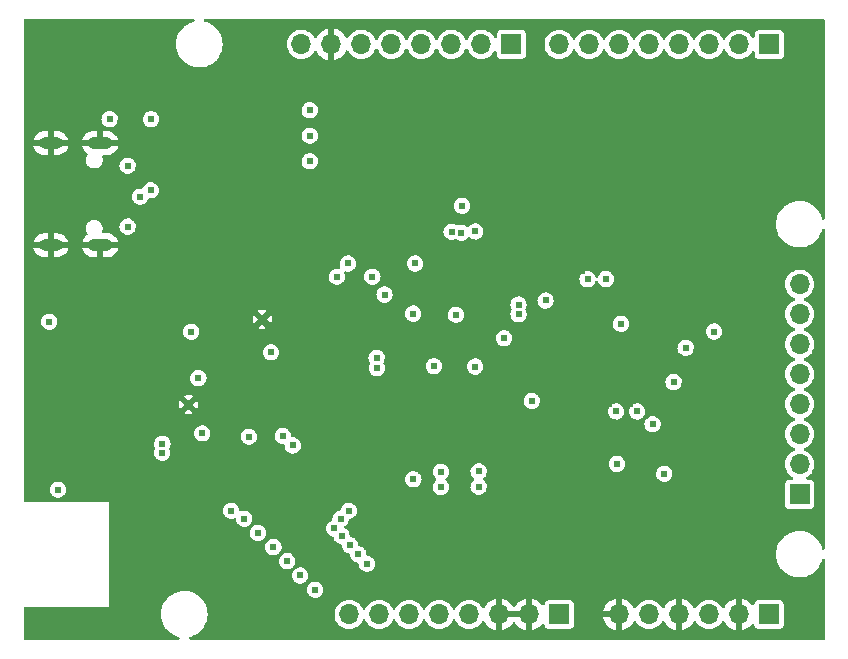
<source format=gbr>
%TF.GenerationSoftware,KiCad,Pcbnew,(6.0.7-1)-1*%
%TF.CreationDate,2023-03-19T13:44:45-04:00*%
%TF.ProjectId,smu_base,736d755f-6261-4736-952e-6b696361645f,rev?*%
%TF.SameCoordinates,Original*%
%TF.FileFunction,Copper,L4,Bot*%
%TF.FilePolarity,Positive*%
%FSLAX46Y46*%
G04 Gerber Fmt 4.6, Leading zero omitted, Abs format (unit mm)*
G04 Created by KiCad (PCBNEW (6.0.7-1)-1) date 2023-03-19 13:44:45*
%MOMM*%
%LPD*%
G01*
G04 APERTURE LIST*
%TA.AperFunction,ComponentPad*%
%ADD10C,0.609600*%
%TD*%
%TA.AperFunction,ComponentPad*%
%ADD11R,1.700000X1.700000*%
%TD*%
%TA.AperFunction,ComponentPad*%
%ADD12O,1.700000X1.700000*%
%TD*%
%TA.AperFunction,ComponentPad*%
%ADD13O,2.100000X1.050000*%
%TD*%
%TA.AperFunction,ComponentPad*%
%ADD14O,2.000000X1.000000*%
%TD*%
%TA.AperFunction,ViaPad*%
%ADD15C,0.609600*%
%TD*%
G04 APERTURE END LIST*
D10*
%TO.P,U6,25,EP*%
%TO.N,GND*%
X124701000Y-107104627D03*
%TD*%
D11*
%TO.P,J5,1,Pin_1*%
%TO.N,/D8*%
X145796000Y-83820000D03*
D12*
%TO.P,J5,2,Pin_2*%
%TO.N,/D9*%
X143256000Y-83820000D03*
%TO.P,J5,3,Pin_3*%
%TO.N,/D10*%
X140716000Y-83820000D03*
%TO.P,J5,4,Pin_4*%
%TO.N,/D11*%
X138176000Y-83820000D03*
%TO.P,J5,5,Pin_5*%
%TO.N,/D12*%
X135636000Y-83820000D03*
%TO.P,J5,6,Pin_6*%
%TO.N,/D13*%
X133096000Y-83820000D03*
%TO.P,J5,7,Pin_7*%
%TO.N,GND*%
X130556000Y-83820000D03*
%TO.P,J5,8,Pin_8*%
%TO.N,+3V3*%
X128016000Y-83820000D03*
%TD*%
D10*
%TO.P,U8,15,GND*%
%TO.N,GND*%
X118475500Y-114328627D03*
%TD*%
D11*
%TO.P,J6,1,Pin_1*%
%TO.N,/CH1IN-*%
X170205000Y-121920000D03*
D12*
%TO.P,J6,2,Pin_2*%
%TO.N,/CH1IN+*%
X170205000Y-119380000D03*
%TO.P,J6,3,Pin_3*%
%TO.N,/CH2IN-*%
X170205000Y-116840000D03*
%TO.P,J6,4,Pin_4*%
%TO.N,/CH2IN+*%
X170205000Y-114300000D03*
%TO.P,J6,5,Pin_5*%
%TO.N,/CH1OUT-*%
X170205000Y-111760000D03*
%TO.P,J6,6,Pin_6*%
%TO.N,/CH1OUT+*%
X170205000Y-109220000D03*
%TO.P,J6,7,Pin_7*%
%TO.N,/CH2OUT-*%
X170205000Y-106680000D03*
%TO.P,J6,8,Pin_8*%
%TO.N,/CH2OUT+*%
X170205000Y-104140000D03*
%TD*%
D11*
%TO.P,J3,1,Pin_1*%
%TO.N,unconnected-(J3-Pad1)*%
X149845000Y-132105000D03*
D12*
%TO.P,J3,2,Pin_2*%
%TO.N,GND*%
X147305000Y-132105000D03*
%TO.P,J3,3,Pin_3*%
X144765000Y-132105000D03*
%TO.P,J3,4,Pin_4*%
%TO.N,+5V*%
X142225000Y-132105000D03*
%TO.P,J3,5,Pin_5*%
%TO.N,+3V3*%
X139685000Y-132105000D03*
%TO.P,J3,6,Pin_6*%
%TO.N,unconnected-(J3-Pad6)*%
X137145000Y-132105000D03*
%TO.P,J3,7,Pin_7*%
%TO.N,-12V*%
X134605000Y-132105000D03*
%TO.P,J3,8,Pin_8*%
%TO.N,+12V*%
X132065000Y-132105000D03*
%TD*%
D13*
%TO.P,J1,S1,SHELL*%
%TO.N,GND*%
X110987000Y-92200000D03*
D14*
%TO.P,J1,S2,SHELL*%
X106807000Y-92200000D03*
%TO.P,J1,S3,SHELL*%
X106807000Y-100840000D03*
D13*
%TO.P,J1,S4,SHELL*%
X110987000Y-100840000D03*
%TD*%
D11*
%TO.P,J4,1,Pin_1*%
%TO.N,/D0*%
X167625000Y-83845000D03*
D12*
%TO.P,J4,2,Pin_2*%
%TO.N,/D1*%
X165085000Y-83845000D03*
%TO.P,J4,3,Pin_3*%
%TO.N,/D2*%
X162545000Y-83845000D03*
%TO.P,J4,4,Pin_4*%
%TO.N,/D3*%
X160005000Y-83845000D03*
%TO.P,J4,5,Pin_5*%
%TO.N,/D4*%
X157465000Y-83845000D03*
%TO.P,J4,6,Pin_6*%
%TO.N,/D5*%
X154925000Y-83845000D03*
%TO.P,J4,7,Pin_7*%
%TO.N,/D6*%
X152385000Y-83845000D03*
%TO.P,J4,8,Pin_8*%
%TO.N,/D7*%
X149845000Y-83845000D03*
%TD*%
D11*
%TO.P,J7,1,Pin_1*%
%TO.N,/VREF*%
X167615000Y-132105000D03*
D12*
%TO.P,J7,2,Pin_2*%
%TO.N,GND*%
X165075000Y-132105000D03*
%TO.P,J7,3,Pin_3*%
%TO.N,/DAC1*%
X162535000Y-132105000D03*
%TO.P,J7,4,Pin_4*%
%TO.N,GND*%
X159995000Y-132105000D03*
%TO.P,J7,5,Pin_5*%
%TO.N,/DAC2*%
X157455000Y-132105000D03*
%TO.P,J7,6,Pin_6*%
%TO.N,GND*%
X154915000Y-132105000D03*
%TD*%
D15*
%TO.N,GND*%
X125449300Y-118138627D03*
X162966800Y-106848000D03*
X106680000Y-109855000D03*
X142748000Y-114198400D03*
X153797000Y-102743000D03*
X112496600Y-99898200D03*
X127863600Y-114201627D03*
X161175400Y-113766600D03*
X135128000Y-119875800D03*
X155803600Y-120396000D03*
X117246400Y-111026627D03*
X118745000Y-106581627D03*
X155047800Y-108798000D03*
X106197400Y-132410200D03*
X115615000Y-95240000D03*
X158750000Y-116027200D03*
X110757000Y-82944000D03*
X127532100Y-120729427D03*
X159652000Y-111493000D03*
X120159392Y-111543207D03*
X151790400Y-105537000D03*
X122887500Y-90472500D03*
X132715000Y-105816400D03*
X121386600Y-120678627D03*
X145376400Y-120650000D03*
X129640300Y-117046427D03*
X126809000Y-102911827D03*
X158267400Y-125526800D03*
X112471200Y-93319600D03*
X155829000Y-114300000D03*
X139725400Y-108839000D03*
X137541000Y-104724200D03*
X151790400Y-102997000D03*
X110757000Y-87744000D03*
X149098000Y-104233500D03*
X147701000Y-119913400D03*
X154076400Y-114300000D03*
X119507000Y-118900627D03*
X147701000Y-121361200D03*
X115595400Y-98171000D03*
X139192000Y-114198400D03*
X141846600Y-95110000D03*
X153035000Y-100330000D03*
X124053600Y-112931627D03*
X108604000Y-121545400D03*
X118668800Y-109477227D03*
X129934000Y-105933627D03*
%TO.N,+3V3*%
X157759400Y-116001800D03*
X154736800Y-119360000D03*
X148697000Y-105517000D03*
X126448173Y-116985427D03*
X139236000Y-111081000D03*
X111785400Y-90170000D03*
X159537400Y-112420400D03*
X141620298Y-97509519D03*
X158750000Y-120192800D03*
X142736000Y-111111600D03*
X155077800Y-107498000D03*
X106680000Y-107315000D03*
X135063800Y-105017000D03*
X115290600Y-90170000D03*
X162962200Y-108148000D03*
X137502400Y-120650000D03*
X107404000Y-121544000D03*
X127290500Y-117796027D03*
%TO.N,/VREF*%
X160553400Y-109524800D03*
X145186400Y-108712000D03*
%TO.N,+5V*%
X118703100Y-108171627D03*
X113309400Y-99263200D03*
X113309400Y-94107000D03*
X123569700Y-117046427D03*
%TO.N,Net-(C30-Pad1)*%
X119634000Y-116767027D03*
X119303800Y-112085327D03*
%TO.N,Net-(J1-PadA6)*%
X115265200Y-96189800D03*
X146405600Y-105867200D03*
%TO.N,Net-(J1-PadA7)*%
X146405600Y-106680000D03*
X114350800Y-96737100D03*
%TO.N,Net-(J2-Pad1)*%
X131017382Y-103509182D03*
X134035800Y-103505000D03*
%TO.N,Net-(J2-Pad4)*%
X116255800Y-117652800D03*
X134391400Y-110388400D03*
%TO.N,Net-(J2-Pad5)*%
X116229557Y-118413850D03*
X134416800Y-111252000D03*
%TO.N,Net-(J2-Pad6)*%
X132029200Y-123317000D03*
X122072400Y-123317000D03*
%TO.N,/CH1IN-*%
X139827000Y-121310400D03*
%TO.N,/CH1IN+*%
X139827000Y-120015000D03*
%TO.N,/CH2IN-*%
X143027400Y-119989600D03*
%TO.N,/CH2IN+*%
X143027400Y-121285000D03*
%TO.N,/DAC1*%
X147523200Y-114020600D03*
X141097000Y-106730800D03*
%TO.N,Net-(R5-Pad2)*%
X131953000Y-102387400D03*
X137642600Y-102387400D03*
%TO.N,Net-(R6-Pad2)*%
X142748000Y-99669600D03*
X128727200Y-89408000D03*
%TO.N,Net-(R7-Pad2)*%
X128727200Y-91567000D03*
X141555630Y-99788155D03*
%TO.N,Net-(R8-Pad2)*%
X140741400Y-99695000D03*
X128727200Y-93726000D03*
%TO.N,/ENA12V*%
X137490200Y-106629200D03*
X125450600Y-109905800D03*
%TO.N,/RST_N*%
X130810000Y-124815600D03*
X124333000Y-125196600D03*
%TO.N,/CTS*%
X131343400Y-124002800D03*
X123190000Y-124002800D03*
%TO.N,/RTS*%
X131419600Y-125450600D03*
X125653800Y-126390400D03*
%TO.N,/TX*%
X126822200Y-127584200D03*
X132130800Y-126238000D03*
%TO.N,/RX*%
X132842000Y-127000000D03*
X127914400Y-128803400D03*
%TO.N,/RX_IND*%
X129181600Y-130000000D03*
X133553200Y-127812800D03*
%TO.N,/ADC_START*%
X156439000Y-114910000D03*
X154660600Y-114909600D03*
%TO.N,/DAC_CSN*%
X153797000Y-103708200D03*
X152247600Y-103708200D03*
%TD*%
%TA.AperFunction,Conductor*%
%TO.N,GND*%
G36*
X118934374Y-81681502D02*
G01*
X118980867Y-81735158D01*
X118990971Y-81805432D01*
X118961477Y-81870012D01*
X118901751Y-81908396D01*
X118892772Y-81910678D01*
X118833610Y-81923415D01*
X118833608Y-81923416D01*
X118829263Y-81924351D01*
X118567658Y-82020863D01*
X118563740Y-82022977D01*
X118521820Y-82045596D01*
X118322262Y-82153271D01*
X118097970Y-82318936D01*
X118094791Y-82322065D01*
X118094788Y-82322068D01*
X118053040Y-82363166D01*
X117899258Y-82514551D01*
X117896557Y-82518091D01*
X117896551Y-82518097D01*
X117732793Y-82732671D01*
X117730091Y-82736212D01*
X117593844Y-82979499D01*
X117493236Y-83239556D01*
X117492234Y-83243877D01*
X117492232Y-83243885D01*
X117477685Y-83306648D01*
X117430274Y-83511194D01*
X117406214Y-83788993D01*
X117406458Y-83793428D01*
X117406458Y-83793432D01*
X117421110Y-84059665D01*
X117421536Y-84067412D01*
X117422405Y-84071779D01*
X117474270Y-84332521D01*
X117475935Y-84340893D01*
X117477411Y-84345096D01*
X117495328Y-84396115D01*
X117568325Y-84603982D01*
X117570378Y-84607935D01*
X117570381Y-84607941D01*
X117619026Y-84701585D01*
X117696863Y-84851428D01*
X117699446Y-84855043D01*
X117699450Y-84855049D01*
X117795498Y-84989454D01*
X117858984Y-85078294D01*
X118051453Y-85280054D01*
X118270431Y-85452682D01*
X118511547Y-85592733D01*
X118515664Y-85594401D01*
X118515671Y-85594404D01*
X118765858Y-85695740D01*
X118769991Y-85697414D01*
X119040607Y-85764635D01*
X119278408Y-85789000D01*
X119451040Y-85789000D01*
X119658143Y-85774336D01*
X119662498Y-85773398D01*
X119662501Y-85773398D01*
X119926390Y-85716585D01*
X119926392Y-85716584D01*
X119930737Y-85715649D01*
X120192342Y-85619137D01*
X120196260Y-85617023D01*
X120433822Y-85488842D01*
X120433823Y-85488842D01*
X120437738Y-85486729D01*
X120662030Y-85321064D01*
X120703690Y-85280054D01*
X120759581Y-85225033D01*
X120860742Y-85125449D01*
X120863443Y-85121909D01*
X120863449Y-85121903D01*
X121027207Y-84907329D01*
X121027210Y-84907325D01*
X121029909Y-84903788D01*
X121166156Y-84660501D01*
X121266764Y-84400444D01*
X121267766Y-84396123D01*
X121267768Y-84396115D01*
X121328720Y-84133145D01*
X121329726Y-84128806D01*
X121353786Y-83851007D01*
X121353542Y-83846568D01*
X121352080Y-83820000D01*
X126779796Y-83820000D01*
X126798577Y-84034665D01*
X126800001Y-84039978D01*
X126800001Y-84039980D01*
X126850419Y-84228142D01*
X126854348Y-84242807D01*
X126856670Y-84247787D01*
X126856671Y-84247789D01*
X126943090Y-84433115D01*
X126943093Y-84433120D01*
X126945416Y-84438102D01*
X126948570Y-84442606D01*
X126948573Y-84442611D01*
X127058620Y-84599774D01*
X127069013Y-84614617D01*
X127221383Y-84766987D01*
X127225891Y-84770144D01*
X127225894Y-84770146D01*
X127391070Y-84885803D01*
X127397898Y-84890584D01*
X127402880Y-84892907D01*
X127402885Y-84892910D01*
X127584336Y-84977522D01*
X127593193Y-84981652D01*
X127598501Y-84983074D01*
X127598503Y-84983075D01*
X127796020Y-85035999D01*
X127796022Y-85035999D01*
X127801335Y-85037423D01*
X128016000Y-85056204D01*
X128230665Y-85037423D01*
X128235978Y-85035999D01*
X128235980Y-85035999D01*
X128433497Y-84983075D01*
X128433499Y-84983074D01*
X128438807Y-84981652D01*
X128447664Y-84977522D01*
X128629115Y-84892910D01*
X128629120Y-84892907D01*
X128634102Y-84890584D01*
X128640930Y-84885803D01*
X128806106Y-84770146D01*
X128806109Y-84770144D01*
X128810617Y-84766987D01*
X128962987Y-84614617D01*
X128973381Y-84599774D01*
X129083427Y-84442611D01*
X129083430Y-84442606D01*
X129086584Y-84438102D01*
X129088907Y-84433120D01*
X129088910Y-84433115D01*
X129100521Y-84408214D01*
X129147438Y-84354929D01*
X129215716Y-84335468D01*
X129283675Y-84356010D01*
X129331459Y-84414061D01*
X129337768Y-84429599D01*
X129342413Y-84438794D01*
X129453694Y-84620388D01*
X129459777Y-84628699D01*
X129599213Y-84789667D01*
X129606580Y-84796883D01*
X129770434Y-84932916D01*
X129778881Y-84938831D01*
X129962756Y-85046279D01*
X129972042Y-85050729D01*
X130171001Y-85126703D01*
X130180899Y-85129579D01*
X130284250Y-85150606D01*
X130298299Y-85149410D01*
X130302000Y-85139065D01*
X130302000Y-85138517D01*
X130810000Y-85138517D01*
X130814064Y-85152359D01*
X130827478Y-85154393D01*
X130834184Y-85153534D01*
X130844262Y-85151392D01*
X131048255Y-85090191D01*
X131057842Y-85086433D01*
X131249095Y-84992739D01*
X131257945Y-84987464D01*
X131431328Y-84863792D01*
X131439200Y-84857139D01*
X131590052Y-84706812D01*
X131596730Y-84698965D01*
X131721003Y-84526020D01*
X131726313Y-84517183D01*
X131782927Y-84402635D01*
X131831041Y-84350428D01*
X131899742Y-84332521D01*
X131967219Y-84354600D01*
X132010079Y-84405212D01*
X132023090Y-84433115D01*
X132023093Y-84433120D01*
X132025416Y-84438102D01*
X132028570Y-84442606D01*
X132028573Y-84442611D01*
X132138620Y-84599774D01*
X132149013Y-84614617D01*
X132301383Y-84766987D01*
X132305891Y-84770144D01*
X132305894Y-84770146D01*
X132471070Y-84885803D01*
X132477898Y-84890584D01*
X132482880Y-84892907D01*
X132482885Y-84892910D01*
X132664336Y-84977522D01*
X132673193Y-84981652D01*
X132678501Y-84983074D01*
X132678503Y-84983075D01*
X132876020Y-85035999D01*
X132876022Y-85035999D01*
X132881335Y-85037423D01*
X133096000Y-85056204D01*
X133310665Y-85037423D01*
X133315978Y-85035999D01*
X133315980Y-85035999D01*
X133513497Y-84983075D01*
X133513499Y-84983074D01*
X133518807Y-84981652D01*
X133527664Y-84977522D01*
X133709115Y-84892910D01*
X133709120Y-84892907D01*
X133714102Y-84890584D01*
X133720930Y-84885803D01*
X133886106Y-84770146D01*
X133886109Y-84770144D01*
X133890617Y-84766987D01*
X134042987Y-84614617D01*
X134053381Y-84599774D01*
X134163427Y-84442611D01*
X134163430Y-84442606D01*
X134166584Y-84438102D01*
X134168907Y-84433120D01*
X134168910Y-84433115D01*
X134251805Y-84255346D01*
X134298723Y-84202061D01*
X134367000Y-84182600D01*
X134434960Y-84203142D01*
X134480195Y-84255346D01*
X134563090Y-84433115D01*
X134563093Y-84433120D01*
X134565416Y-84438102D01*
X134568570Y-84442606D01*
X134568573Y-84442611D01*
X134678620Y-84599774D01*
X134689013Y-84614617D01*
X134841383Y-84766987D01*
X134845891Y-84770144D01*
X134845894Y-84770146D01*
X135011070Y-84885803D01*
X135017898Y-84890584D01*
X135022880Y-84892907D01*
X135022885Y-84892910D01*
X135204336Y-84977522D01*
X135213193Y-84981652D01*
X135218501Y-84983074D01*
X135218503Y-84983075D01*
X135416020Y-85035999D01*
X135416022Y-85035999D01*
X135421335Y-85037423D01*
X135636000Y-85056204D01*
X135850665Y-85037423D01*
X135855978Y-85035999D01*
X135855980Y-85035999D01*
X136053497Y-84983075D01*
X136053499Y-84983074D01*
X136058807Y-84981652D01*
X136067664Y-84977522D01*
X136249115Y-84892910D01*
X136249120Y-84892907D01*
X136254102Y-84890584D01*
X136260930Y-84885803D01*
X136426106Y-84770146D01*
X136426109Y-84770144D01*
X136430617Y-84766987D01*
X136582987Y-84614617D01*
X136593381Y-84599774D01*
X136703427Y-84442611D01*
X136703430Y-84442606D01*
X136706584Y-84438102D01*
X136708907Y-84433120D01*
X136708910Y-84433115D01*
X136791805Y-84255346D01*
X136838723Y-84202061D01*
X136907000Y-84182600D01*
X136974960Y-84203142D01*
X137020195Y-84255346D01*
X137103090Y-84433115D01*
X137103093Y-84433120D01*
X137105416Y-84438102D01*
X137108570Y-84442606D01*
X137108573Y-84442611D01*
X137218620Y-84599774D01*
X137229013Y-84614617D01*
X137381383Y-84766987D01*
X137385891Y-84770144D01*
X137385894Y-84770146D01*
X137551070Y-84885803D01*
X137557898Y-84890584D01*
X137562880Y-84892907D01*
X137562885Y-84892910D01*
X137744336Y-84977522D01*
X137753193Y-84981652D01*
X137758501Y-84983074D01*
X137758503Y-84983075D01*
X137956020Y-85035999D01*
X137956022Y-85035999D01*
X137961335Y-85037423D01*
X138176000Y-85056204D01*
X138390665Y-85037423D01*
X138395978Y-85035999D01*
X138395980Y-85035999D01*
X138593497Y-84983075D01*
X138593499Y-84983074D01*
X138598807Y-84981652D01*
X138607664Y-84977522D01*
X138789115Y-84892910D01*
X138789120Y-84892907D01*
X138794102Y-84890584D01*
X138800930Y-84885803D01*
X138966106Y-84770146D01*
X138966109Y-84770144D01*
X138970617Y-84766987D01*
X139122987Y-84614617D01*
X139133381Y-84599774D01*
X139243427Y-84442611D01*
X139243430Y-84442606D01*
X139246584Y-84438102D01*
X139248907Y-84433120D01*
X139248910Y-84433115D01*
X139331805Y-84255346D01*
X139378723Y-84202061D01*
X139447000Y-84182600D01*
X139514960Y-84203142D01*
X139560195Y-84255346D01*
X139643090Y-84433115D01*
X139643093Y-84433120D01*
X139645416Y-84438102D01*
X139648570Y-84442606D01*
X139648573Y-84442611D01*
X139758620Y-84599774D01*
X139769013Y-84614617D01*
X139921383Y-84766987D01*
X139925891Y-84770144D01*
X139925894Y-84770146D01*
X140091070Y-84885803D01*
X140097898Y-84890584D01*
X140102880Y-84892907D01*
X140102885Y-84892910D01*
X140284336Y-84977522D01*
X140293193Y-84981652D01*
X140298501Y-84983074D01*
X140298503Y-84983075D01*
X140496020Y-85035999D01*
X140496022Y-85035999D01*
X140501335Y-85037423D01*
X140716000Y-85056204D01*
X140930665Y-85037423D01*
X140935978Y-85035999D01*
X140935980Y-85035999D01*
X141133497Y-84983075D01*
X141133499Y-84983074D01*
X141138807Y-84981652D01*
X141147664Y-84977522D01*
X141329115Y-84892910D01*
X141329120Y-84892907D01*
X141334102Y-84890584D01*
X141340930Y-84885803D01*
X141506106Y-84770146D01*
X141506109Y-84770144D01*
X141510617Y-84766987D01*
X141662987Y-84614617D01*
X141673381Y-84599774D01*
X141783427Y-84442611D01*
X141783430Y-84442606D01*
X141786584Y-84438102D01*
X141788907Y-84433120D01*
X141788910Y-84433115D01*
X141871805Y-84255346D01*
X141918723Y-84202061D01*
X141987000Y-84182600D01*
X142054960Y-84203142D01*
X142100195Y-84255346D01*
X142183090Y-84433115D01*
X142183093Y-84433120D01*
X142185416Y-84438102D01*
X142188570Y-84442606D01*
X142188573Y-84442611D01*
X142298620Y-84599774D01*
X142309013Y-84614617D01*
X142461383Y-84766987D01*
X142465891Y-84770144D01*
X142465894Y-84770146D01*
X142631070Y-84885803D01*
X142637898Y-84890584D01*
X142642880Y-84892907D01*
X142642885Y-84892910D01*
X142824336Y-84977522D01*
X142833193Y-84981652D01*
X142838501Y-84983074D01*
X142838503Y-84983075D01*
X143036020Y-85035999D01*
X143036022Y-85035999D01*
X143041335Y-85037423D01*
X143256000Y-85056204D01*
X143470665Y-85037423D01*
X143475978Y-85035999D01*
X143475980Y-85035999D01*
X143673497Y-84983075D01*
X143673499Y-84983074D01*
X143678807Y-84981652D01*
X143687664Y-84977522D01*
X143869115Y-84892910D01*
X143869120Y-84892907D01*
X143874102Y-84890584D01*
X143880930Y-84885803D01*
X144046106Y-84770146D01*
X144046109Y-84770144D01*
X144050617Y-84766987D01*
X144202987Y-84614617D01*
X144326584Y-84438102D01*
X144328908Y-84433118D01*
X144329381Y-84432299D01*
X144380764Y-84383306D01*
X144450477Y-84369870D01*
X144516388Y-84396256D01*
X144557570Y-84454089D01*
X144564500Y-84495299D01*
X144564500Y-84706158D01*
X144565170Y-84710706D01*
X144565170Y-84710713D01*
X144574112Y-84771459D01*
X144575538Y-84781144D01*
X144579853Y-84789932D01*
X144579853Y-84789933D01*
X144611824Y-84855049D01*
X144631513Y-84895151D01*
X144721399Y-84984880D01*
X144835503Y-85040655D01*
X144868284Y-85045437D01*
X144905316Y-85050840D01*
X144905320Y-85050840D01*
X144909842Y-85051500D01*
X146682158Y-85051500D01*
X146686706Y-85050830D01*
X146686713Y-85050830D01*
X146747459Y-85041888D01*
X146747461Y-85041887D01*
X146757144Y-85040462D01*
X146819432Y-85009880D01*
X146861803Y-84989077D01*
X146861804Y-84989076D01*
X146871151Y-84984487D01*
X146922632Y-84932916D01*
X146953522Y-84901972D01*
X146960880Y-84894601D01*
X147016655Y-84780497D01*
X147024525Y-84726552D01*
X147026840Y-84710684D01*
X147026840Y-84710680D01*
X147027500Y-84706158D01*
X147027500Y-83845000D01*
X148608796Y-83845000D01*
X148627577Y-84059665D01*
X148629001Y-84064978D01*
X148629001Y-84064980D01*
X148675227Y-84237497D01*
X148683348Y-84267807D01*
X148685670Y-84272787D01*
X148685671Y-84272789D01*
X148772090Y-84458115D01*
X148772093Y-84458120D01*
X148774416Y-84463102D01*
X148777570Y-84467606D01*
X148777573Y-84467611D01*
X148884549Y-84620388D01*
X148898013Y-84639617D01*
X149050383Y-84791987D01*
X149054891Y-84795144D01*
X149054894Y-84795146D01*
X149220070Y-84910803D01*
X149226898Y-84915584D01*
X149231880Y-84917907D01*
X149231885Y-84917910D01*
X149413336Y-85002522D01*
X149422193Y-85006652D01*
X149427501Y-85008074D01*
X149427503Y-85008075D01*
X149625020Y-85060999D01*
X149625022Y-85060999D01*
X149630335Y-85062423D01*
X149845000Y-85081204D01*
X150059665Y-85062423D01*
X150064978Y-85060999D01*
X150064980Y-85060999D01*
X150262497Y-85008075D01*
X150262499Y-85008074D01*
X150267807Y-85006652D01*
X150276664Y-85002522D01*
X150458115Y-84917910D01*
X150458120Y-84917907D01*
X150463102Y-84915584D01*
X150469930Y-84910803D01*
X150635106Y-84795146D01*
X150635109Y-84795144D01*
X150639617Y-84791987D01*
X150791987Y-84639617D01*
X150805452Y-84620388D01*
X150912427Y-84467611D01*
X150912430Y-84467606D01*
X150915584Y-84463102D01*
X150917907Y-84458120D01*
X150917910Y-84458115D01*
X151000805Y-84280346D01*
X151047723Y-84227061D01*
X151116000Y-84207600D01*
X151183960Y-84228142D01*
X151229195Y-84280346D01*
X151312090Y-84458115D01*
X151312093Y-84458120D01*
X151314416Y-84463102D01*
X151317570Y-84467606D01*
X151317573Y-84467611D01*
X151424549Y-84620388D01*
X151438013Y-84639617D01*
X151590383Y-84791987D01*
X151594891Y-84795144D01*
X151594894Y-84795146D01*
X151760070Y-84910803D01*
X151766898Y-84915584D01*
X151771880Y-84917907D01*
X151771885Y-84917910D01*
X151953336Y-85002522D01*
X151962193Y-85006652D01*
X151967501Y-85008074D01*
X151967503Y-85008075D01*
X152165020Y-85060999D01*
X152165022Y-85060999D01*
X152170335Y-85062423D01*
X152385000Y-85081204D01*
X152599665Y-85062423D01*
X152604978Y-85060999D01*
X152604980Y-85060999D01*
X152802497Y-85008075D01*
X152802499Y-85008074D01*
X152807807Y-85006652D01*
X152816664Y-85002522D01*
X152998115Y-84917910D01*
X152998120Y-84917907D01*
X153003102Y-84915584D01*
X153009930Y-84910803D01*
X153175106Y-84795146D01*
X153175109Y-84795144D01*
X153179617Y-84791987D01*
X153331987Y-84639617D01*
X153345452Y-84620388D01*
X153452427Y-84467611D01*
X153452430Y-84467606D01*
X153455584Y-84463102D01*
X153457907Y-84458120D01*
X153457910Y-84458115D01*
X153540805Y-84280346D01*
X153587723Y-84227061D01*
X153656000Y-84207600D01*
X153723960Y-84228142D01*
X153769195Y-84280346D01*
X153852090Y-84458115D01*
X153852093Y-84458120D01*
X153854416Y-84463102D01*
X153857570Y-84467606D01*
X153857573Y-84467611D01*
X153964549Y-84620388D01*
X153978013Y-84639617D01*
X154130383Y-84791987D01*
X154134891Y-84795144D01*
X154134894Y-84795146D01*
X154300070Y-84910803D01*
X154306898Y-84915584D01*
X154311880Y-84917907D01*
X154311885Y-84917910D01*
X154493336Y-85002522D01*
X154502193Y-85006652D01*
X154507501Y-85008074D01*
X154507503Y-85008075D01*
X154705020Y-85060999D01*
X154705022Y-85060999D01*
X154710335Y-85062423D01*
X154925000Y-85081204D01*
X155139665Y-85062423D01*
X155144978Y-85060999D01*
X155144980Y-85060999D01*
X155342497Y-85008075D01*
X155342499Y-85008074D01*
X155347807Y-85006652D01*
X155356664Y-85002522D01*
X155538115Y-84917910D01*
X155538120Y-84917907D01*
X155543102Y-84915584D01*
X155549930Y-84910803D01*
X155715106Y-84795146D01*
X155715109Y-84795144D01*
X155719617Y-84791987D01*
X155871987Y-84639617D01*
X155885452Y-84620388D01*
X155992427Y-84467611D01*
X155992430Y-84467606D01*
X155995584Y-84463102D01*
X155997907Y-84458120D01*
X155997910Y-84458115D01*
X156080805Y-84280346D01*
X156127723Y-84227061D01*
X156196000Y-84207600D01*
X156263960Y-84228142D01*
X156309195Y-84280346D01*
X156392090Y-84458115D01*
X156392093Y-84458120D01*
X156394416Y-84463102D01*
X156397570Y-84467606D01*
X156397573Y-84467611D01*
X156504549Y-84620388D01*
X156518013Y-84639617D01*
X156670383Y-84791987D01*
X156674891Y-84795144D01*
X156674894Y-84795146D01*
X156840070Y-84910803D01*
X156846898Y-84915584D01*
X156851880Y-84917907D01*
X156851885Y-84917910D01*
X157033336Y-85002522D01*
X157042193Y-85006652D01*
X157047501Y-85008074D01*
X157047503Y-85008075D01*
X157245020Y-85060999D01*
X157245022Y-85060999D01*
X157250335Y-85062423D01*
X157465000Y-85081204D01*
X157679665Y-85062423D01*
X157684978Y-85060999D01*
X157684980Y-85060999D01*
X157882497Y-85008075D01*
X157882499Y-85008074D01*
X157887807Y-85006652D01*
X157896664Y-85002522D01*
X158078115Y-84917910D01*
X158078120Y-84917907D01*
X158083102Y-84915584D01*
X158089930Y-84910803D01*
X158255106Y-84795146D01*
X158255109Y-84795144D01*
X158259617Y-84791987D01*
X158411987Y-84639617D01*
X158425452Y-84620388D01*
X158532427Y-84467611D01*
X158532430Y-84467606D01*
X158535584Y-84463102D01*
X158537907Y-84458120D01*
X158537910Y-84458115D01*
X158620805Y-84280346D01*
X158667723Y-84227061D01*
X158736000Y-84207600D01*
X158803960Y-84228142D01*
X158849195Y-84280346D01*
X158932090Y-84458115D01*
X158932093Y-84458120D01*
X158934416Y-84463102D01*
X158937570Y-84467606D01*
X158937573Y-84467611D01*
X159044549Y-84620388D01*
X159058013Y-84639617D01*
X159210383Y-84791987D01*
X159214891Y-84795144D01*
X159214894Y-84795146D01*
X159380070Y-84910803D01*
X159386898Y-84915584D01*
X159391880Y-84917907D01*
X159391885Y-84917910D01*
X159573336Y-85002522D01*
X159582193Y-85006652D01*
X159587501Y-85008074D01*
X159587503Y-85008075D01*
X159785020Y-85060999D01*
X159785022Y-85060999D01*
X159790335Y-85062423D01*
X160005000Y-85081204D01*
X160219665Y-85062423D01*
X160224978Y-85060999D01*
X160224980Y-85060999D01*
X160422497Y-85008075D01*
X160422499Y-85008074D01*
X160427807Y-85006652D01*
X160436664Y-85002522D01*
X160618115Y-84917910D01*
X160618120Y-84917907D01*
X160623102Y-84915584D01*
X160629930Y-84910803D01*
X160795106Y-84795146D01*
X160795109Y-84795144D01*
X160799617Y-84791987D01*
X160951987Y-84639617D01*
X160965452Y-84620388D01*
X161072427Y-84467611D01*
X161072430Y-84467606D01*
X161075584Y-84463102D01*
X161077907Y-84458120D01*
X161077910Y-84458115D01*
X161160805Y-84280346D01*
X161207723Y-84227061D01*
X161276000Y-84207600D01*
X161343960Y-84228142D01*
X161389195Y-84280346D01*
X161472090Y-84458115D01*
X161472093Y-84458120D01*
X161474416Y-84463102D01*
X161477570Y-84467606D01*
X161477573Y-84467611D01*
X161584549Y-84620388D01*
X161598013Y-84639617D01*
X161750383Y-84791987D01*
X161754891Y-84795144D01*
X161754894Y-84795146D01*
X161920070Y-84910803D01*
X161926898Y-84915584D01*
X161931880Y-84917907D01*
X161931885Y-84917910D01*
X162113336Y-85002522D01*
X162122193Y-85006652D01*
X162127501Y-85008074D01*
X162127503Y-85008075D01*
X162325020Y-85060999D01*
X162325022Y-85060999D01*
X162330335Y-85062423D01*
X162545000Y-85081204D01*
X162759665Y-85062423D01*
X162764978Y-85060999D01*
X162764980Y-85060999D01*
X162962497Y-85008075D01*
X162962499Y-85008074D01*
X162967807Y-85006652D01*
X162976664Y-85002522D01*
X163158115Y-84917910D01*
X163158120Y-84917907D01*
X163163102Y-84915584D01*
X163169930Y-84910803D01*
X163335106Y-84795146D01*
X163335109Y-84795144D01*
X163339617Y-84791987D01*
X163491987Y-84639617D01*
X163505452Y-84620388D01*
X163612427Y-84467611D01*
X163612430Y-84467606D01*
X163615584Y-84463102D01*
X163617907Y-84458120D01*
X163617910Y-84458115D01*
X163700805Y-84280346D01*
X163747723Y-84227061D01*
X163816000Y-84207600D01*
X163883960Y-84228142D01*
X163929195Y-84280346D01*
X164012090Y-84458115D01*
X164012093Y-84458120D01*
X164014416Y-84463102D01*
X164017570Y-84467606D01*
X164017573Y-84467611D01*
X164124549Y-84620388D01*
X164138013Y-84639617D01*
X164290383Y-84791987D01*
X164294891Y-84795144D01*
X164294894Y-84795146D01*
X164460070Y-84910803D01*
X164466898Y-84915584D01*
X164471880Y-84917907D01*
X164471885Y-84917910D01*
X164653336Y-85002522D01*
X164662193Y-85006652D01*
X164667501Y-85008074D01*
X164667503Y-85008075D01*
X164865020Y-85060999D01*
X164865022Y-85060999D01*
X164870335Y-85062423D01*
X165085000Y-85081204D01*
X165299665Y-85062423D01*
X165304978Y-85060999D01*
X165304980Y-85060999D01*
X165502497Y-85008075D01*
X165502499Y-85008074D01*
X165507807Y-85006652D01*
X165516664Y-85002522D01*
X165698115Y-84917910D01*
X165698120Y-84917907D01*
X165703102Y-84915584D01*
X165709930Y-84910803D01*
X165875106Y-84795146D01*
X165875109Y-84795144D01*
X165879617Y-84791987D01*
X166031987Y-84639617D01*
X166045452Y-84620388D01*
X166144390Y-84479089D01*
X166155584Y-84463102D01*
X166157908Y-84458118D01*
X166158381Y-84457299D01*
X166209764Y-84408306D01*
X166279477Y-84394870D01*
X166345388Y-84421256D01*
X166386570Y-84479089D01*
X166393500Y-84520299D01*
X166393500Y-84731158D01*
X166394170Y-84735706D01*
X166394170Y-84735713D01*
X166403112Y-84796459D01*
X166404538Y-84806144D01*
X166408853Y-84814932D01*
X166408853Y-84814933D01*
X166454218Y-84907329D01*
X166460513Y-84920151D01*
X166467883Y-84927508D01*
X166519795Y-84979329D01*
X166550399Y-85009880D01*
X166664503Y-85065655D01*
X166697284Y-85070437D01*
X166734316Y-85075840D01*
X166734320Y-85075840D01*
X166738842Y-85076500D01*
X168511158Y-85076500D01*
X168515706Y-85075830D01*
X168515713Y-85075830D01*
X168576459Y-85066888D01*
X168576461Y-85066887D01*
X168586144Y-85065462D01*
X168595234Y-85060999D01*
X168690803Y-85014077D01*
X168690804Y-85014076D01*
X168700151Y-85009487D01*
X168789880Y-84919601D01*
X168845655Y-84805497D01*
X168851842Y-84763090D01*
X168855840Y-84735684D01*
X168855840Y-84735680D01*
X168856500Y-84731158D01*
X168856500Y-82958842D01*
X168853494Y-82938415D01*
X168846888Y-82893541D01*
X168846887Y-82893539D01*
X168845462Y-82883856D01*
X168841147Y-82875067D01*
X168794077Y-82779197D01*
X168794076Y-82779196D01*
X168789487Y-82769849D01*
X168699601Y-82680120D01*
X168678972Y-82670036D01*
X168639099Y-82650546D01*
X168585497Y-82624345D01*
X168552716Y-82619563D01*
X168515684Y-82614160D01*
X168515680Y-82614160D01*
X168511158Y-82613500D01*
X166738842Y-82613500D01*
X166734294Y-82614170D01*
X166734287Y-82614170D01*
X166673541Y-82623112D01*
X166673539Y-82623113D01*
X166663856Y-82624538D01*
X166655068Y-82628853D01*
X166655067Y-82628853D01*
X166559197Y-82675923D01*
X166559196Y-82675924D01*
X166549849Y-82680513D01*
X166504726Y-82725715D01*
X166492970Y-82737492D01*
X166460120Y-82770399D01*
X166455547Y-82779755D01*
X166455546Y-82779756D01*
X166446675Y-82797905D01*
X166404345Y-82884503D01*
X166402933Y-82894183D01*
X166394165Y-82954287D01*
X166393500Y-82958842D01*
X166393500Y-83169701D01*
X166373498Y-83237822D01*
X166319842Y-83284315D01*
X166249568Y-83294419D01*
X166184988Y-83264925D01*
X166158381Y-83232701D01*
X166157908Y-83231882D01*
X166155584Y-83226898D01*
X166031987Y-83050383D01*
X165879617Y-82898013D01*
X165875109Y-82894856D01*
X165875106Y-82894854D01*
X165707611Y-82777573D01*
X165707609Y-82777572D01*
X165703102Y-82774416D01*
X165698120Y-82772093D01*
X165698115Y-82772090D01*
X165512789Y-82685671D01*
X165512787Y-82685670D01*
X165507807Y-82683348D01*
X165502499Y-82681926D01*
X165502497Y-82681925D01*
X165304980Y-82629001D01*
X165304978Y-82629001D01*
X165299665Y-82627577D01*
X165085000Y-82608796D01*
X164870335Y-82627577D01*
X164865022Y-82629001D01*
X164865020Y-82629001D01*
X164667503Y-82681925D01*
X164667501Y-82681926D01*
X164662193Y-82683348D01*
X164657213Y-82685670D01*
X164657211Y-82685671D01*
X164471885Y-82772090D01*
X164471880Y-82772093D01*
X164466898Y-82774416D01*
X164462391Y-82777572D01*
X164462389Y-82777573D01*
X164294894Y-82894854D01*
X164294891Y-82894856D01*
X164290383Y-82898013D01*
X164138013Y-83050383D01*
X164134856Y-83054891D01*
X164134854Y-83054894D01*
X164027858Y-83207701D01*
X164014416Y-83226898D01*
X164012093Y-83231880D01*
X164012090Y-83231885D01*
X163929195Y-83409654D01*
X163882277Y-83462939D01*
X163814000Y-83482400D01*
X163746040Y-83461858D01*
X163700805Y-83409654D01*
X163617910Y-83231885D01*
X163617907Y-83231880D01*
X163615584Y-83226898D01*
X163602142Y-83207701D01*
X163495146Y-83054894D01*
X163495144Y-83054891D01*
X163491987Y-83050383D01*
X163339617Y-82898013D01*
X163335109Y-82894856D01*
X163335106Y-82894854D01*
X163167611Y-82777573D01*
X163167609Y-82777572D01*
X163163102Y-82774416D01*
X163158120Y-82772093D01*
X163158115Y-82772090D01*
X162972789Y-82685671D01*
X162972787Y-82685670D01*
X162967807Y-82683348D01*
X162962499Y-82681926D01*
X162962497Y-82681925D01*
X162764980Y-82629001D01*
X162764978Y-82629001D01*
X162759665Y-82627577D01*
X162545000Y-82608796D01*
X162330335Y-82627577D01*
X162325022Y-82629001D01*
X162325020Y-82629001D01*
X162127503Y-82681925D01*
X162127501Y-82681926D01*
X162122193Y-82683348D01*
X162117213Y-82685670D01*
X162117211Y-82685671D01*
X161931885Y-82772090D01*
X161931880Y-82772093D01*
X161926898Y-82774416D01*
X161922391Y-82777572D01*
X161922389Y-82777573D01*
X161754894Y-82894854D01*
X161754891Y-82894856D01*
X161750383Y-82898013D01*
X161598013Y-83050383D01*
X161594856Y-83054891D01*
X161594854Y-83054894D01*
X161487858Y-83207701D01*
X161474416Y-83226898D01*
X161472093Y-83231880D01*
X161472090Y-83231885D01*
X161389195Y-83409654D01*
X161342277Y-83462939D01*
X161274000Y-83482400D01*
X161206040Y-83461858D01*
X161160805Y-83409654D01*
X161077910Y-83231885D01*
X161077907Y-83231880D01*
X161075584Y-83226898D01*
X161062142Y-83207701D01*
X160955146Y-83054894D01*
X160955144Y-83054891D01*
X160951987Y-83050383D01*
X160799617Y-82898013D01*
X160795109Y-82894856D01*
X160795106Y-82894854D01*
X160627611Y-82777573D01*
X160627609Y-82777572D01*
X160623102Y-82774416D01*
X160618120Y-82772093D01*
X160618115Y-82772090D01*
X160432789Y-82685671D01*
X160432787Y-82685670D01*
X160427807Y-82683348D01*
X160422499Y-82681926D01*
X160422497Y-82681925D01*
X160224980Y-82629001D01*
X160224978Y-82629001D01*
X160219665Y-82627577D01*
X160005000Y-82608796D01*
X159790335Y-82627577D01*
X159785022Y-82629001D01*
X159785020Y-82629001D01*
X159587503Y-82681925D01*
X159587501Y-82681926D01*
X159582193Y-82683348D01*
X159577213Y-82685670D01*
X159577211Y-82685671D01*
X159391885Y-82772090D01*
X159391880Y-82772093D01*
X159386898Y-82774416D01*
X159382391Y-82777572D01*
X159382389Y-82777573D01*
X159214894Y-82894854D01*
X159214891Y-82894856D01*
X159210383Y-82898013D01*
X159058013Y-83050383D01*
X159054856Y-83054891D01*
X159054854Y-83054894D01*
X158947858Y-83207701D01*
X158934416Y-83226898D01*
X158932093Y-83231880D01*
X158932090Y-83231885D01*
X158849195Y-83409654D01*
X158802277Y-83462939D01*
X158734000Y-83482400D01*
X158666040Y-83461858D01*
X158620805Y-83409654D01*
X158537910Y-83231885D01*
X158537907Y-83231880D01*
X158535584Y-83226898D01*
X158522142Y-83207701D01*
X158415146Y-83054894D01*
X158415144Y-83054891D01*
X158411987Y-83050383D01*
X158259617Y-82898013D01*
X158255109Y-82894856D01*
X158255106Y-82894854D01*
X158087611Y-82777573D01*
X158087609Y-82777572D01*
X158083102Y-82774416D01*
X158078120Y-82772093D01*
X158078115Y-82772090D01*
X157892789Y-82685671D01*
X157892787Y-82685670D01*
X157887807Y-82683348D01*
X157882499Y-82681926D01*
X157882497Y-82681925D01*
X157684980Y-82629001D01*
X157684978Y-82629001D01*
X157679665Y-82627577D01*
X157465000Y-82608796D01*
X157250335Y-82627577D01*
X157245022Y-82629001D01*
X157245020Y-82629001D01*
X157047503Y-82681925D01*
X157047501Y-82681926D01*
X157042193Y-82683348D01*
X157037213Y-82685670D01*
X157037211Y-82685671D01*
X156851885Y-82772090D01*
X156851880Y-82772093D01*
X156846898Y-82774416D01*
X156842391Y-82777572D01*
X156842389Y-82777573D01*
X156674894Y-82894854D01*
X156674891Y-82894856D01*
X156670383Y-82898013D01*
X156518013Y-83050383D01*
X156514856Y-83054891D01*
X156514854Y-83054894D01*
X156407858Y-83207701D01*
X156394416Y-83226898D01*
X156392093Y-83231880D01*
X156392090Y-83231885D01*
X156309195Y-83409654D01*
X156262277Y-83462939D01*
X156194000Y-83482400D01*
X156126040Y-83461858D01*
X156080805Y-83409654D01*
X155997910Y-83231885D01*
X155997907Y-83231880D01*
X155995584Y-83226898D01*
X155982142Y-83207701D01*
X155875146Y-83054894D01*
X155875144Y-83054891D01*
X155871987Y-83050383D01*
X155719617Y-82898013D01*
X155715109Y-82894856D01*
X155715106Y-82894854D01*
X155547611Y-82777573D01*
X155547609Y-82777572D01*
X155543102Y-82774416D01*
X155538120Y-82772093D01*
X155538115Y-82772090D01*
X155352789Y-82685671D01*
X155352787Y-82685670D01*
X155347807Y-82683348D01*
X155342499Y-82681926D01*
X155342497Y-82681925D01*
X155144980Y-82629001D01*
X155144978Y-82629001D01*
X155139665Y-82627577D01*
X154925000Y-82608796D01*
X154710335Y-82627577D01*
X154705022Y-82629001D01*
X154705020Y-82629001D01*
X154507503Y-82681925D01*
X154507501Y-82681926D01*
X154502193Y-82683348D01*
X154497213Y-82685670D01*
X154497211Y-82685671D01*
X154311885Y-82772090D01*
X154311880Y-82772093D01*
X154306898Y-82774416D01*
X154302391Y-82777572D01*
X154302389Y-82777573D01*
X154134894Y-82894854D01*
X154134891Y-82894856D01*
X154130383Y-82898013D01*
X153978013Y-83050383D01*
X153974856Y-83054891D01*
X153974854Y-83054894D01*
X153867858Y-83207701D01*
X153854416Y-83226898D01*
X153852093Y-83231880D01*
X153852090Y-83231885D01*
X153769195Y-83409654D01*
X153722277Y-83462939D01*
X153654000Y-83482400D01*
X153586040Y-83461858D01*
X153540805Y-83409654D01*
X153457910Y-83231885D01*
X153457907Y-83231880D01*
X153455584Y-83226898D01*
X153442142Y-83207701D01*
X153335146Y-83054894D01*
X153335144Y-83054891D01*
X153331987Y-83050383D01*
X153179617Y-82898013D01*
X153175109Y-82894856D01*
X153175106Y-82894854D01*
X153007611Y-82777573D01*
X153007609Y-82777572D01*
X153003102Y-82774416D01*
X152998120Y-82772093D01*
X152998115Y-82772090D01*
X152812789Y-82685671D01*
X152812787Y-82685670D01*
X152807807Y-82683348D01*
X152802499Y-82681926D01*
X152802497Y-82681925D01*
X152604980Y-82629001D01*
X152604978Y-82629001D01*
X152599665Y-82627577D01*
X152385000Y-82608796D01*
X152170335Y-82627577D01*
X152165022Y-82629001D01*
X152165020Y-82629001D01*
X151967503Y-82681925D01*
X151967501Y-82681926D01*
X151962193Y-82683348D01*
X151957213Y-82685670D01*
X151957211Y-82685671D01*
X151771885Y-82772090D01*
X151771880Y-82772093D01*
X151766898Y-82774416D01*
X151762391Y-82777572D01*
X151762389Y-82777573D01*
X151594894Y-82894854D01*
X151594891Y-82894856D01*
X151590383Y-82898013D01*
X151438013Y-83050383D01*
X151434856Y-83054891D01*
X151434854Y-83054894D01*
X151327858Y-83207701D01*
X151314416Y-83226898D01*
X151312093Y-83231880D01*
X151312090Y-83231885D01*
X151229195Y-83409654D01*
X151182277Y-83462939D01*
X151114000Y-83482400D01*
X151046040Y-83461858D01*
X151000805Y-83409654D01*
X150917910Y-83231885D01*
X150917907Y-83231880D01*
X150915584Y-83226898D01*
X150902142Y-83207701D01*
X150795146Y-83054894D01*
X150795144Y-83054891D01*
X150791987Y-83050383D01*
X150639617Y-82898013D01*
X150635109Y-82894856D01*
X150635106Y-82894854D01*
X150467611Y-82777573D01*
X150467609Y-82777572D01*
X150463102Y-82774416D01*
X150458120Y-82772093D01*
X150458115Y-82772090D01*
X150272789Y-82685671D01*
X150272787Y-82685670D01*
X150267807Y-82683348D01*
X150262499Y-82681926D01*
X150262497Y-82681925D01*
X150064980Y-82629001D01*
X150064978Y-82629001D01*
X150059665Y-82627577D01*
X149845000Y-82608796D01*
X149630335Y-82627577D01*
X149625022Y-82629001D01*
X149625020Y-82629001D01*
X149427503Y-82681925D01*
X149427501Y-82681926D01*
X149422193Y-82683348D01*
X149417213Y-82685670D01*
X149417211Y-82685671D01*
X149231885Y-82772090D01*
X149231880Y-82772093D01*
X149226898Y-82774416D01*
X149222391Y-82777572D01*
X149222389Y-82777573D01*
X149054894Y-82894854D01*
X149054891Y-82894856D01*
X149050383Y-82898013D01*
X148898013Y-83050383D01*
X148894856Y-83054891D01*
X148894854Y-83054894D01*
X148787858Y-83207701D01*
X148774416Y-83226898D01*
X148772093Y-83231880D01*
X148772090Y-83231885D01*
X148689195Y-83409654D01*
X148683348Y-83422193D01*
X148681926Y-83427501D01*
X148681925Y-83427503D01*
X148635700Y-83600020D01*
X148627577Y-83630335D01*
X148608796Y-83845000D01*
X147027500Y-83845000D01*
X147027500Y-82933842D01*
X147021663Y-82894183D01*
X147017888Y-82868541D01*
X147017887Y-82868539D01*
X147016462Y-82858856D01*
X146989896Y-82804748D01*
X146965077Y-82754197D01*
X146965076Y-82754196D01*
X146960487Y-82744849D01*
X146903016Y-82687478D01*
X146877972Y-82662478D01*
X146870601Y-82655120D01*
X146756497Y-82599345D01*
X146723716Y-82594563D01*
X146686684Y-82589160D01*
X146686680Y-82589160D01*
X146682158Y-82588500D01*
X144909842Y-82588500D01*
X144905294Y-82589170D01*
X144905287Y-82589170D01*
X144844541Y-82598112D01*
X144844539Y-82598113D01*
X144834856Y-82599538D01*
X144826068Y-82603853D01*
X144826067Y-82603853D01*
X144730197Y-82650923D01*
X144730196Y-82650924D01*
X144720849Y-82655513D01*
X144631120Y-82745399D01*
X144575345Y-82859503D01*
X144572980Y-82875715D01*
X144565165Y-82929287D01*
X144564500Y-82933842D01*
X144564500Y-83144701D01*
X144544498Y-83212822D01*
X144490842Y-83259315D01*
X144420568Y-83269419D01*
X144355988Y-83239925D01*
X144329381Y-83207701D01*
X144328908Y-83206882D01*
X144326584Y-83201898D01*
X144220492Y-83050383D01*
X144206146Y-83029894D01*
X144206144Y-83029891D01*
X144202987Y-83025383D01*
X144050617Y-82873013D01*
X144046109Y-82869856D01*
X144046106Y-82869854D01*
X143878611Y-82752573D01*
X143878609Y-82752572D01*
X143874102Y-82749416D01*
X143869120Y-82747093D01*
X143869115Y-82747090D01*
X143683789Y-82660671D01*
X143683787Y-82660670D01*
X143678807Y-82658348D01*
X143673499Y-82656926D01*
X143673497Y-82656925D01*
X143475980Y-82604001D01*
X143475978Y-82604001D01*
X143470665Y-82602577D01*
X143256000Y-82583796D01*
X143041335Y-82602577D01*
X143036022Y-82604001D01*
X143036020Y-82604001D01*
X142838503Y-82656925D01*
X142838501Y-82656926D01*
X142833193Y-82658348D01*
X142828213Y-82660670D01*
X142828211Y-82660671D01*
X142642885Y-82747090D01*
X142642880Y-82747093D01*
X142637898Y-82749416D01*
X142633391Y-82752572D01*
X142633389Y-82752573D01*
X142465894Y-82869854D01*
X142465891Y-82869856D01*
X142461383Y-82873013D01*
X142309013Y-83025383D01*
X142305856Y-83029891D01*
X142305854Y-83029894D01*
X142200179Y-83180814D01*
X142185416Y-83201898D01*
X142183093Y-83206880D01*
X142183090Y-83206885D01*
X142100195Y-83384654D01*
X142053277Y-83437939D01*
X141985000Y-83457400D01*
X141917040Y-83436858D01*
X141871805Y-83384654D01*
X141788910Y-83206885D01*
X141788907Y-83206880D01*
X141786584Y-83201898D01*
X141771821Y-83180814D01*
X141666146Y-83029894D01*
X141666144Y-83029891D01*
X141662987Y-83025383D01*
X141510617Y-82873013D01*
X141506109Y-82869856D01*
X141506106Y-82869854D01*
X141338611Y-82752573D01*
X141338609Y-82752572D01*
X141334102Y-82749416D01*
X141329120Y-82747093D01*
X141329115Y-82747090D01*
X141143789Y-82660671D01*
X141143787Y-82660670D01*
X141138807Y-82658348D01*
X141133499Y-82656926D01*
X141133497Y-82656925D01*
X140935980Y-82604001D01*
X140935978Y-82604001D01*
X140930665Y-82602577D01*
X140716000Y-82583796D01*
X140501335Y-82602577D01*
X140496022Y-82604001D01*
X140496020Y-82604001D01*
X140298503Y-82656925D01*
X140298501Y-82656926D01*
X140293193Y-82658348D01*
X140288213Y-82660670D01*
X140288211Y-82660671D01*
X140102885Y-82747090D01*
X140102880Y-82747093D01*
X140097898Y-82749416D01*
X140093391Y-82752572D01*
X140093389Y-82752573D01*
X139925894Y-82869854D01*
X139925891Y-82869856D01*
X139921383Y-82873013D01*
X139769013Y-83025383D01*
X139765856Y-83029891D01*
X139765854Y-83029894D01*
X139660179Y-83180814D01*
X139645416Y-83201898D01*
X139643093Y-83206880D01*
X139643090Y-83206885D01*
X139560195Y-83384654D01*
X139513277Y-83437939D01*
X139445000Y-83457400D01*
X139377040Y-83436858D01*
X139331805Y-83384654D01*
X139248910Y-83206885D01*
X139248907Y-83206880D01*
X139246584Y-83201898D01*
X139231821Y-83180814D01*
X139126146Y-83029894D01*
X139126144Y-83029891D01*
X139122987Y-83025383D01*
X138970617Y-82873013D01*
X138966109Y-82869856D01*
X138966106Y-82869854D01*
X138798611Y-82752573D01*
X138798609Y-82752572D01*
X138794102Y-82749416D01*
X138789120Y-82747093D01*
X138789115Y-82747090D01*
X138603789Y-82660671D01*
X138603787Y-82660670D01*
X138598807Y-82658348D01*
X138593499Y-82656926D01*
X138593497Y-82656925D01*
X138395980Y-82604001D01*
X138395978Y-82604001D01*
X138390665Y-82602577D01*
X138176000Y-82583796D01*
X137961335Y-82602577D01*
X137956022Y-82604001D01*
X137956020Y-82604001D01*
X137758503Y-82656925D01*
X137758501Y-82656926D01*
X137753193Y-82658348D01*
X137748213Y-82660670D01*
X137748211Y-82660671D01*
X137562885Y-82747090D01*
X137562880Y-82747093D01*
X137557898Y-82749416D01*
X137553391Y-82752572D01*
X137553389Y-82752573D01*
X137385894Y-82869854D01*
X137385891Y-82869856D01*
X137381383Y-82873013D01*
X137229013Y-83025383D01*
X137225856Y-83029891D01*
X137225854Y-83029894D01*
X137120179Y-83180814D01*
X137105416Y-83201898D01*
X137103093Y-83206880D01*
X137103090Y-83206885D01*
X137020195Y-83384654D01*
X136973277Y-83437939D01*
X136905000Y-83457400D01*
X136837040Y-83436858D01*
X136791805Y-83384654D01*
X136708910Y-83206885D01*
X136708907Y-83206880D01*
X136706584Y-83201898D01*
X136691821Y-83180814D01*
X136586146Y-83029894D01*
X136586144Y-83029891D01*
X136582987Y-83025383D01*
X136430617Y-82873013D01*
X136426109Y-82869856D01*
X136426106Y-82869854D01*
X136258611Y-82752573D01*
X136258609Y-82752572D01*
X136254102Y-82749416D01*
X136249120Y-82747093D01*
X136249115Y-82747090D01*
X136063789Y-82660671D01*
X136063787Y-82660670D01*
X136058807Y-82658348D01*
X136053499Y-82656926D01*
X136053497Y-82656925D01*
X135855980Y-82604001D01*
X135855978Y-82604001D01*
X135850665Y-82602577D01*
X135636000Y-82583796D01*
X135421335Y-82602577D01*
X135416022Y-82604001D01*
X135416020Y-82604001D01*
X135218503Y-82656925D01*
X135218501Y-82656926D01*
X135213193Y-82658348D01*
X135208213Y-82660670D01*
X135208211Y-82660671D01*
X135022885Y-82747090D01*
X135022880Y-82747093D01*
X135017898Y-82749416D01*
X135013391Y-82752572D01*
X135013389Y-82752573D01*
X134845894Y-82869854D01*
X134845891Y-82869856D01*
X134841383Y-82873013D01*
X134689013Y-83025383D01*
X134685856Y-83029891D01*
X134685854Y-83029894D01*
X134580179Y-83180814D01*
X134565416Y-83201898D01*
X134563093Y-83206880D01*
X134563090Y-83206885D01*
X134480195Y-83384654D01*
X134433277Y-83437939D01*
X134365000Y-83457400D01*
X134297040Y-83436858D01*
X134251805Y-83384654D01*
X134168910Y-83206885D01*
X134168907Y-83206880D01*
X134166584Y-83201898D01*
X134151821Y-83180814D01*
X134046146Y-83029894D01*
X134046144Y-83029891D01*
X134042987Y-83025383D01*
X133890617Y-82873013D01*
X133886109Y-82869856D01*
X133886106Y-82869854D01*
X133718611Y-82752573D01*
X133718609Y-82752572D01*
X133714102Y-82749416D01*
X133709120Y-82747093D01*
X133709115Y-82747090D01*
X133523789Y-82660671D01*
X133523787Y-82660670D01*
X133518807Y-82658348D01*
X133513499Y-82656926D01*
X133513497Y-82656925D01*
X133315980Y-82604001D01*
X133315978Y-82604001D01*
X133310665Y-82602577D01*
X133096000Y-82583796D01*
X132881335Y-82602577D01*
X132876022Y-82604001D01*
X132876020Y-82604001D01*
X132678503Y-82656925D01*
X132678501Y-82656926D01*
X132673193Y-82658348D01*
X132668213Y-82660670D01*
X132668211Y-82660671D01*
X132482885Y-82747090D01*
X132482880Y-82747093D01*
X132477898Y-82749416D01*
X132473391Y-82752572D01*
X132473389Y-82752573D01*
X132305894Y-82869854D01*
X132305891Y-82869856D01*
X132301383Y-82873013D01*
X132149013Y-83025383D01*
X132145856Y-83029891D01*
X132145854Y-83029894D01*
X132040179Y-83180814D01*
X132025416Y-83201898D01*
X132023093Y-83206879D01*
X132023087Y-83206890D01*
X132010491Y-83233903D01*
X131963574Y-83287188D01*
X131895296Y-83306648D01*
X131827337Y-83286106D01*
X131780747Y-83230894D01*
X131758972Y-83180814D01*
X131754105Y-83171739D01*
X131638426Y-82992926D01*
X131632136Y-82984757D01*
X131488806Y-82827240D01*
X131481273Y-82820215D01*
X131314139Y-82688222D01*
X131305552Y-82682517D01*
X131119117Y-82579599D01*
X131109705Y-82575369D01*
X130908959Y-82504280D01*
X130898988Y-82501646D01*
X130827837Y-82488972D01*
X130814540Y-82490432D01*
X130810000Y-82504989D01*
X130810000Y-85138517D01*
X130302000Y-85138517D01*
X130302000Y-82503102D01*
X130298082Y-82489758D01*
X130283806Y-82487771D01*
X130245324Y-82493660D01*
X130235288Y-82496051D01*
X130032868Y-82562212D01*
X130023359Y-82566209D01*
X129834463Y-82664542D01*
X129825738Y-82670036D01*
X129655433Y-82797905D01*
X129647726Y-82804748D01*
X129500590Y-82958717D01*
X129494104Y-82966727D01*
X129374098Y-83142649D01*
X129368996Y-83151629D01*
X129330445Y-83234680D01*
X129283621Y-83288047D01*
X129215378Y-83307627D01*
X129147382Y-83287203D01*
X129101963Y-83234878D01*
X129088912Y-83206889D01*
X129088909Y-83206883D01*
X129086584Y-83201898D01*
X129071821Y-83180814D01*
X128966146Y-83029894D01*
X128966144Y-83029891D01*
X128962987Y-83025383D01*
X128810617Y-82873013D01*
X128806109Y-82869856D01*
X128806106Y-82869854D01*
X128638611Y-82752573D01*
X128638609Y-82752572D01*
X128634102Y-82749416D01*
X128629120Y-82747093D01*
X128629115Y-82747090D01*
X128443789Y-82660671D01*
X128443787Y-82660670D01*
X128438807Y-82658348D01*
X128433499Y-82656926D01*
X128433497Y-82656925D01*
X128235980Y-82604001D01*
X128235978Y-82604001D01*
X128230665Y-82602577D01*
X128016000Y-82583796D01*
X127801335Y-82602577D01*
X127796022Y-82604001D01*
X127796020Y-82604001D01*
X127598503Y-82656925D01*
X127598501Y-82656926D01*
X127593193Y-82658348D01*
X127588213Y-82660670D01*
X127588211Y-82660671D01*
X127402885Y-82747090D01*
X127402880Y-82747093D01*
X127397898Y-82749416D01*
X127393391Y-82752572D01*
X127393389Y-82752573D01*
X127225894Y-82869854D01*
X127225891Y-82869856D01*
X127221383Y-82873013D01*
X127069013Y-83025383D01*
X127065856Y-83029891D01*
X127065854Y-83029894D01*
X126960179Y-83180814D01*
X126945416Y-83201898D01*
X126943093Y-83206880D01*
X126943090Y-83206885D01*
X126860195Y-83384654D01*
X126854348Y-83397193D01*
X126852926Y-83402501D01*
X126852925Y-83402503D01*
X126807351Y-83572588D01*
X126798577Y-83605335D01*
X126779796Y-83820000D01*
X121352080Y-83820000D01*
X121338709Y-83577031D01*
X121338708Y-83577024D01*
X121338464Y-83572588D01*
X121308548Y-83422193D01*
X121284935Y-83303479D01*
X121284934Y-83303474D01*
X121284065Y-83299107D01*
X121270091Y-83259315D01*
X121193153Y-83040226D01*
X121193152Y-83040223D01*
X121191675Y-83036018D01*
X121189622Y-83032065D01*
X121189619Y-83032059D01*
X121079574Y-82820215D01*
X121063137Y-82788572D01*
X121060554Y-82784957D01*
X121060550Y-82784951D01*
X120949000Y-82628853D01*
X120901016Y-82561706D01*
X120708547Y-82359946D01*
X120489569Y-82187318D01*
X120248453Y-82047267D01*
X120244336Y-82045599D01*
X120244329Y-82045596D01*
X119994142Y-81944260D01*
X119994141Y-81944260D01*
X119990009Y-81942586D01*
X119857956Y-81909784D01*
X119796666Y-81873950D01*
X119764479Y-81810668D01*
X119771615Y-81740031D01*
X119815807Y-81684465D01*
X119888331Y-81661500D01*
X172212500Y-81661500D01*
X172280621Y-81681502D01*
X172327114Y-81735158D01*
X172338500Y-81787500D01*
X172338500Y-98538939D01*
X172318498Y-98607060D01*
X172264842Y-98653553D01*
X172194568Y-98663657D01*
X172129988Y-98634163D01*
X172091604Y-98574437D01*
X172088921Y-98563520D01*
X172084935Y-98543479D01*
X172084934Y-98543474D01*
X172084065Y-98539107D01*
X172077424Y-98520195D01*
X171993153Y-98280226D01*
X171993152Y-98280223D01*
X171991675Y-98276018D01*
X171989622Y-98272065D01*
X171989619Y-98272059D01*
X171865189Y-98032523D01*
X171863137Y-98028572D01*
X171860554Y-98024957D01*
X171860550Y-98024951D01*
X171703604Y-97805328D01*
X171701016Y-97801706D01*
X171508547Y-97599946D01*
X171289569Y-97427318D01*
X171048453Y-97287267D01*
X171044336Y-97285599D01*
X171044329Y-97285596D01*
X170794142Y-97184260D01*
X170794141Y-97184260D01*
X170790009Y-97182586D01*
X170519393Y-97115365D01*
X170281592Y-97091000D01*
X170108960Y-97091000D01*
X169901857Y-97105664D01*
X169897502Y-97106602D01*
X169897499Y-97106602D01*
X169633610Y-97163415D01*
X169633608Y-97163416D01*
X169629263Y-97164351D01*
X169367658Y-97260863D01*
X169363740Y-97262977D01*
X169287235Y-97304257D01*
X169122262Y-97393271D01*
X168897970Y-97558936D01*
X168894791Y-97562065D01*
X168894788Y-97562068D01*
X168853040Y-97603166D01*
X168699258Y-97754551D01*
X168696557Y-97758091D01*
X168696551Y-97758097D01*
X168537606Y-97966365D01*
X168530091Y-97976212D01*
X168393844Y-98219499D01*
X168293236Y-98479556D01*
X168292234Y-98483877D01*
X168292232Y-98483885D01*
X168261198Y-98617778D01*
X168230274Y-98751194D01*
X168206214Y-99028993D01*
X168206458Y-99033428D01*
X168206458Y-99033432D01*
X168221097Y-99299433D01*
X168221536Y-99307412D01*
X168242642Y-99413519D01*
X168272262Y-99562426D01*
X168275935Y-99580893D01*
X168277411Y-99585096D01*
X168365689Y-99836475D01*
X168368325Y-99843982D01*
X168370378Y-99847935D01*
X168370381Y-99847941D01*
X168417625Y-99938888D01*
X168496863Y-100091428D01*
X168499446Y-100095043D01*
X168499450Y-100095049D01*
X168536810Y-100147329D01*
X168658984Y-100318294D01*
X168694437Y-100355458D01*
X168809037Y-100475590D01*
X168851453Y-100520054D01*
X169070431Y-100692682D01*
X169311547Y-100832733D01*
X169315664Y-100834401D01*
X169315671Y-100834404D01*
X169565858Y-100935740D01*
X169569991Y-100937414D01*
X169840607Y-101004635D01*
X170078408Y-101029000D01*
X170251040Y-101029000D01*
X170458143Y-101014336D01*
X170462498Y-101013398D01*
X170462501Y-101013398D01*
X170726390Y-100956585D01*
X170726392Y-100956584D01*
X170730737Y-100955649D01*
X170992342Y-100859137D01*
X170996260Y-100857023D01*
X171233822Y-100728842D01*
X171233823Y-100728842D01*
X171237738Y-100726729D01*
X171462030Y-100561064D01*
X171503690Y-100520054D01*
X171586408Y-100438624D01*
X171660742Y-100365449D01*
X171663443Y-100361909D01*
X171663449Y-100361903D01*
X171827207Y-100147329D01*
X171827210Y-100147325D01*
X171829909Y-100143788D01*
X171966156Y-99900501D01*
X172066764Y-99640444D01*
X172078642Y-99589201D01*
X172089754Y-99541258D01*
X172124621Y-99479413D01*
X172187389Y-99446237D01*
X172258130Y-99452261D01*
X172314383Y-99495575D01*
X172338289Y-99562426D01*
X172338500Y-99569709D01*
X172338500Y-126478939D01*
X172318498Y-126547060D01*
X172264842Y-126593553D01*
X172194568Y-126603657D01*
X172129988Y-126574163D01*
X172091604Y-126514437D01*
X172088921Y-126503520D01*
X172084935Y-126483479D01*
X172084934Y-126483474D01*
X172084065Y-126479107D01*
X172066383Y-126428755D01*
X171993153Y-126220226D01*
X171993152Y-126220223D01*
X171991675Y-126216018D01*
X171989622Y-126212065D01*
X171989619Y-126212059D01*
X171909326Y-126057490D01*
X171863137Y-125968572D01*
X171860554Y-125964957D01*
X171860550Y-125964951D01*
X171722974Y-125772433D01*
X171701016Y-125741706D01*
X171557824Y-125591602D01*
X171511619Y-125543166D01*
X171511617Y-125543164D01*
X171508547Y-125539946D01*
X171289569Y-125367318D01*
X171048453Y-125227267D01*
X171044336Y-125225599D01*
X171044329Y-125225596D01*
X170794142Y-125124260D01*
X170794141Y-125124260D01*
X170790009Y-125122586D01*
X170519393Y-125055365D01*
X170281592Y-125031000D01*
X170108960Y-125031000D01*
X169901857Y-125045664D01*
X169897502Y-125046602D01*
X169897499Y-125046602D01*
X169633610Y-125103415D01*
X169633608Y-125103416D01*
X169629263Y-125104351D01*
X169367658Y-125200863D01*
X169363740Y-125202977D01*
X169196468Y-125293232D01*
X169122262Y-125333271D01*
X168897970Y-125498936D01*
X168894791Y-125502065D01*
X168894788Y-125502068D01*
X168853040Y-125543166D01*
X168699258Y-125694551D01*
X168696557Y-125698091D01*
X168696551Y-125698097D01*
X168536781Y-125907446D01*
X168530091Y-125916212D01*
X168393844Y-126159499D01*
X168293236Y-126419556D01*
X168292234Y-126423877D01*
X168292232Y-126423885D01*
X168265152Y-126540719D01*
X168230274Y-126691194D01*
X168206214Y-126968993D01*
X168206458Y-126973428D01*
X168206458Y-126973432D01*
X168221214Y-127241555D01*
X168221536Y-127247412D01*
X168233335Y-127306728D01*
X168272262Y-127502426D01*
X168275935Y-127520893D01*
X168277411Y-127525096D01*
X168323182Y-127655432D01*
X168368325Y-127783982D01*
X168370378Y-127787935D01*
X168370381Y-127787941D01*
X168433891Y-127910201D01*
X168496863Y-128031428D01*
X168499446Y-128035043D01*
X168499450Y-128035049D01*
X168583047Y-128152031D01*
X168658984Y-128258294D01*
X168851453Y-128460054D01*
X169070431Y-128632682D01*
X169311547Y-128772733D01*
X169315664Y-128774401D01*
X169315671Y-128774404D01*
X169565858Y-128875740D01*
X169569991Y-128877414D01*
X169840607Y-128944635D01*
X170078408Y-128969000D01*
X170251040Y-128969000D01*
X170458143Y-128954336D01*
X170462498Y-128953398D01*
X170462501Y-128953398D01*
X170726390Y-128896585D01*
X170726392Y-128896584D01*
X170730737Y-128895649D01*
X170992342Y-128799137D01*
X171011817Y-128788629D01*
X171233822Y-128668842D01*
X171233823Y-128668842D01*
X171237738Y-128666729D01*
X171462030Y-128501064D01*
X171480275Y-128483104D01*
X171593933Y-128371217D01*
X171660742Y-128305449D01*
X171663443Y-128301909D01*
X171663449Y-128301903D01*
X171827207Y-128087329D01*
X171827210Y-128087325D01*
X171829909Y-128083788D01*
X171966156Y-127840501D01*
X172066764Y-127580444D01*
X172070685Y-127563531D01*
X172089754Y-127481258D01*
X172124621Y-127419413D01*
X172187389Y-127386237D01*
X172258130Y-127392261D01*
X172314383Y-127435575D01*
X172338289Y-127502426D01*
X172338500Y-127509709D01*
X172338500Y-134112500D01*
X172318498Y-134180621D01*
X172264842Y-134227114D01*
X172212500Y-134238500D01*
X118623747Y-134238500D01*
X118555626Y-134218498D01*
X118509133Y-134164842D01*
X118499029Y-134094568D01*
X118528523Y-134029988D01*
X118588249Y-133991604D01*
X118597228Y-133989322D01*
X118656390Y-133976585D01*
X118656392Y-133976584D01*
X118660737Y-133975649D01*
X118922342Y-133879137D01*
X118926260Y-133877023D01*
X119163822Y-133748842D01*
X119163823Y-133748842D01*
X119167738Y-133746729D01*
X119392030Y-133581064D01*
X119433690Y-133540054D01*
X119535944Y-133439393D01*
X119590742Y-133385449D01*
X119593443Y-133381909D01*
X119593449Y-133381903D01*
X119757207Y-133167329D01*
X119757210Y-133167325D01*
X119759909Y-133163788D01*
X119896156Y-132920501D01*
X119996764Y-132660444D01*
X119997766Y-132656123D01*
X119997768Y-132656115D01*
X120058720Y-132393145D01*
X120059726Y-132388806D01*
X120083786Y-132111007D01*
X120083542Y-132106568D01*
X120083456Y-132105000D01*
X130828796Y-132105000D01*
X130847577Y-132319665D01*
X130849001Y-132324978D01*
X130849001Y-132324980D01*
X130862971Y-132377115D01*
X130903348Y-132527807D01*
X130905670Y-132532787D01*
X130905671Y-132532789D01*
X130992090Y-132718115D01*
X130992093Y-132718120D01*
X130994416Y-132723102D01*
X130997572Y-132727609D01*
X130997573Y-132727611D01*
X131102818Y-132877916D01*
X131118013Y-132899617D01*
X131270383Y-133051987D01*
X131274891Y-133055144D01*
X131274894Y-133055146D01*
X131440070Y-133170803D01*
X131446898Y-133175584D01*
X131451880Y-133177907D01*
X131451885Y-133177910D01*
X131633336Y-133262522D01*
X131642193Y-133266652D01*
X131647501Y-133268074D01*
X131647503Y-133268075D01*
X131845020Y-133320999D01*
X131845022Y-133320999D01*
X131850335Y-133322423D01*
X132065000Y-133341204D01*
X132279665Y-133322423D01*
X132284978Y-133320999D01*
X132284980Y-133320999D01*
X132482497Y-133268075D01*
X132482499Y-133268074D01*
X132487807Y-133266652D01*
X132496664Y-133262522D01*
X132678115Y-133177910D01*
X132678120Y-133177907D01*
X132683102Y-133175584D01*
X132689930Y-133170803D01*
X132855106Y-133055146D01*
X132855109Y-133055144D01*
X132859617Y-133051987D01*
X133011987Y-132899617D01*
X133027183Y-132877916D01*
X133132427Y-132727611D01*
X133132428Y-132727609D01*
X133135584Y-132723102D01*
X133137907Y-132718120D01*
X133137910Y-132718115D01*
X133220805Y-132540346D01*
X133267723Y-132487061D01*
X133336000Y-132467600D01*
X133403960Y-132488142D01*
X133449195Y-132540346D01*
X133532090Y-132718115D01*
X133532093Y-132718120D01*
X133534416Y-132723102D01*
X133537572Y-132727609D01*
X133537573Y-132727611D01*
X133642818Y-132877916D01*
X133658013Y-132899617D01*
X133810383Y-133051987D01*
X133814891Y-133055144D01*
X133814894Y-133055146D01*
X133980070Y-133170803D01*
X133986898Y-133175584D01*
X133991880Y-133177907D01*
X133991885Y-133177910D01*
X134173336Y-133262522D01*
X134182193Y-133266652D01*
X134187501Y-133268074D01*
X134187503Y-133268075D01*
X134385020Y-133320999D01*
X134385022Y-133320999D01*
X134390335Y-133322423D01*
X134605000Y-133341204D01*
X134819665Y-133322423D01*
X134824978Y-133320999D01*
X134824980Y-133320999D01*
X135022497Y-133268075D01*
X135022499Y-133268074D01*
X135027807Y-133266652D01*
X135036664Y-133262522D01*
X135218115Y-133177910D01*
X135218120Y-133177907D01*
X135223102Y-133175584D01*
X135229930Y-133170803D01*
X135395106Y-133055146D01*
X135395109Y-133055144D01*
X135399617Y-133051987D01*
X135551987Y-132899617D01*
X135567183Y-132877916D01*
X135672427Y-132727611D01*
X135672428Y-132727609D01*
X135675584Y-132723102D01*
X135677907Y-132718120D01*
X135677910Y-132718115D01*
X135760805Y-132540346D01*
X135807723Y-132487061D01*
X135876000Y-132467600D01*
X135943960Y-132488142D01*
X135989195Y-132540346D01*
X136072090Y-132718115D01*
X136072093Y-132718120D01*
X136074416Y-132723102D01*
X136077572Y-132727609D01*
X136077573Y-132727611D01*
X136182818Y-132877916D01*
X136198013Y-132899617D01*
X136350383Y-133051987D01*
X136354891Y-133055144D01*
X136354894Y-133055146D01*
X136520070Y-133170803D01*
X136526898Y-133175584D01*
X136531880Y-133177907D01*
X136531885Y-133177910D01*
X136713336Y-133262522D01*
X136722193Y-133266652D01*
X136727501Y-133268074D01*
X136727503Y-133268075D01*
X136925020Y-133320999D01*
X136925022Y-133320999D01*
X136930335Y-133322423D01*
X137145000Y-133341204D01*
X137359665Y-133322423D01*
X137364978Y-133320999D01*
X137364980Y-133320999D01*
X137562497Y-133268075D01*
X137562499Y-133268074D01*
X137567807Y-133266652D01*
X137576664Y-133262522D01*
X137758115Y-133177910D01*
X137758120Y-133177907D01*
X137763102Y-133175584D01*
X137769930Y-133170803D01*
X137935106Y-133055146D01*
X137935109Y-133055144D01*
X137939617Y-133051987D01*
X138091987Y-132899617D01*
X138107183Y-132877916D01*
X138212427Y-132727611D01*
X138212428Y-132727609D01*
X138215584Y-132723102D01*
X138217907Y-132718120D01*
X138217910Y-132718115D01*
X138300805Y-132540346D01*
X138347723Y-132487061D01*
X138416000Y-132467600D01*
X138483960Y-132488142D01*
X138529195Y-132540346D01*
X138612090Y-132718115D01*
X138612093Y-132718120D01*
X138614416Y-132723102D01*
X138617572Y-132727609D01*
X138617573Y-132727611D01*
X138722818Y-132877916D01*
X138738013Y-132899617D01*
X138890383Y-133051987D01*
X138894891Y-133055144D01*
X138894894Y-133055146D01*
X139060070Y-133170803D01*
X139066898Y-133175584D01*
X139071880Y-133177907D01*
X139071885Y-133177910D01*
X139253336Y-133262522D01*
X139262193Y-133266652D01*
X139267501Y-133268074D01*
X139267503Y-133268075D01*
X139465020Y-133320999D01*
X139465022Y-133320999D01*
X139470335Y-133322423D01*
X139685000Y-133341204D01*
X139899665Y-133322423D01*
X139904978Y-133320999D01*
X139904980Y-133320999D01*
X140102497Y-133268075D01*
X140102499Y-133268074D01*
X140107807Y-133266652D01*
X140116664Y-133262522D01*
X140298115Y-133177910D01*
X140298120Y-133177907D01*
X140303102Y-133175584D01*
X140309930Y-133170803D01*
X140475106Y-133055146D01*
X140475109Y-133055144D01*
X140479617Y-133051987D01*
X140631987Y-132899617D01*
X140647183Y-132877916D01*
X140752427Y-132727611D01*
X140752428Y-132727609D01*
X140755584Y-132723102D01*
X140757907Y-132718120D01*
X140757910Y-132718115D01*
X140840805Y-132540346D01*
X140887723Y-132487061D01*
X140956000Y-132467600D01*
X141023960Y-132488142D01*
X141069195Y-132540346D01*
X141152090Y-132718115D01*
X141152093Y-132718120D01*
X141154416Y-132723102D01*
X141157572Y-132727609D01*
X141157573Y-132727611D01*
X141262818Y-132877916D01*
X141278013Y-132899617D01*
X141430383Y-133051987D01*
X141434891Y-133055144D01*
X141434894Y-133055146D01*
X141600070Y-133170803D01*
X141606898Y-133175584D01*
X141611880Y-133177907D01*
X141611885Y-133177910D01*
X141793336Y-133262522D01*
X141802193Y-133266652D01*
X141807501Y-133268074D01*
X141807503Y-133268075D01*
X142005020Y-133320999D01*
X142005022Y-133320999D01*
X142010335Y-133322423D01*
X142225000Y-133341204D01*
X142439665Y-133322423D01*
X142444978Y-133320999D01*
X142444980Y-133320999D01*
X142642497Y-133268075D01*
X142642499Y-133268074D01*
X142647807Y-133266652D01*
X142656664Y-133262522D01*
X142838115Y-133177910D01*
X142838120Y-133177907D01*
X142843102Y-133175584D01*
X142849930Y-133170803D01*
X143015106Y-133055146D01*
X143015109Y-133055144D01*
X143019617Y-133051987D01*
X143171987Y-132899617D01*
X143187183Y-132877916D01*
X143292427Y-132727611D01*
X143292428Y-132727609D01*
X143295584Y-132723102D01*
X143297907Y-132718120D01*
X143297910Y-132718115D01*
X143309521Y-132693214D01*
X143356438Y-132639929D01*
X143424716Y-132620468D01*
X143492675Y-132641010D01*
X143540459Y-132699061D01*
X143546768Y-132714599D01*
X143551413Y-132723794D01*
X143662694Y-132905388D01*
X143668777Y-132913699D01*
X143808213Y-133074667D01*
X143815580Y-133081883D01*
X143979434Y-133217916D01*
X143987881Y-133223831D01*
X144171756Y-133331279D01*
X144181042Y-133335729D01*
X144380001Y-133411703D01*
X144389899Y-133414579D01*
X144493250Y-133435606D01*
X144507299Y-133434410D01*
X144511000Y-133424065D01*
X144511000Y-133423517D01*
X145019000Y-133423517D01*
X145023064Y-133437359D01*
X145036478Y-133439393D01*
X145043184Y-133438534D01*
X145053262Y-133436392D01*
X145257255Y-133375191D01*
X145266842Y-133371433D01*
X145458095Y-133277739D01*
X145466945Y-133272464D01*
X145640328Y-133148792D01*
X145648200Y-133142139D01*
X145799052Y-132991812D01*
X145805730Y-132983965D01*
X145933022Y-132806819D01*
X145934147Y-132807627D01*
X145981669Y-132763876D01*
X146051607Y-132751661D01*
X146117046Y-132779197D01*
X146144870Y-132811028D01*
X146202690Y-132905383D01*
X146208777Y-132913699D01*
X146348213Y-133074667D01*
X146355580Y-133081883D01*
X146519434Y-133217916D01*
X146527881Y-133223831D01*
X146711756Y-133331279D01*
X146721042Y-133335729D01*
X146920001Y-133411703D01*
X146929899Y-133414579D01*
X147033250Y-133435606D01*
X147047299Y-133434410D01*
X147051000Y-133424065D01*
X147051000Y-133423517D01*
X147559000Y-133423517D01*
X147563064Y-133437359D01*
X147576478Y-133439393D01*
X147583184Y-133438534D01*
X147593262Y-133436392D01*
X147797255Y-133375191D01*
X147806842Y-133371433D01*
X147998095Y-133277739D01*
X148006945Y-133272464D01*
X148180328Y-133148792D01*
X148188200Y-133142139D01*
X148339052Y-132991812D01*
X148345725Y-132983970D01*
X148385938Y-132928009D01*
X148441933Y-132884362D01*
X148512636Y-132877916D01*
X148575600Y-132910719D01*
X148610835Y-132972356D01*
X148613500Y-132989602D01*
X148613500Y-132991158D01*
X148624538Y-133066144D01*
X148628853Y-133074932D01*
X148628853Y-133074933D01*
X148674218Y-133167329D01*
X148680513Y-133180151D01*
X148770399Y-133269880D01*
X148884503Y-133325655D01*
X148917284Y-133330437D01*
X148954316Y-133335840D01*
X148954320Y-133335840D01*
X148958842Y-133336500D01*
X150731158Y-133336500D01*
X150735706Y-133335830D01*
X150735713Y-133335830D01*
X150796459Y-133326888D01*
X150796461Y-133326887D01*
X150806144Y-133325462D01*
X150903344Y-133277739D01*
X150910803Y-133274077D01*
X150910804Y-133274076D01*
X150920151Y-133269487D01*
X151009880Y-133179601D01*
X151065655Y-133065497D01*
X151076500Y-132991158D01*
X151076500Y-132372966D01*
X153583257Y-132372966D01*
X153613565Y-132507446D01*
X153616645Y-132517275D01*
X153696770Y-132714603D01*
X153701413Y-132723794D01*
X153812694Y-132905388D01*
X153818777Y-132913699D01*
X153958213Y-133074667D01*
X153965580Y-133081883D01*
X154129434Y-133217916D01*
X154137881Y-133223831D01*
X154321756Y-133331279D01*
X154331042Y-133335729D01*
X154530001Y-133411703D01*
X154539899Y-133414579D01*
X154643250Y-133435606D01*
X154657299Y-133434410D01*
X154661000Y-133424065D01*
X154661000Y-133423517D01*
X155169000Y-133423517D01*
X155173064Y-133437359D01*
X155186478Y-133439393D01*
X155193184Y-133438534D01*
X155203262Y-133436392D01*
X155407255Y-133375191D01*
X155416842Y-133371433D01*
X155608095Y-133277739D01*
X155616945Y-133272464D01*
X155790328Y-133148792D01*
X155798200Y-133142139D01*
X155949052Y-132991812D01*
X155955730Y-132983965D01*
X156080003Y-132811020D01*
X156085313Y-132802183D01*
X156141927Y-132687635D01*
X156190041Y-132635428D01*
X156258742Y-132617521D01*
X156326219Y-132639600D01*
X156369079Y-132690212D01*
X156382090Y-132718115D01*
X156382093Y-132718120D01*
X156384416Y-132723102D01*
X156387572Y-132727609D01*
X156387573Y-132727611D01*
X156492818Y-132877916D01*
X156508013Y-132899617D01*
X156660383Y-133051987D01*
X156664891Y-133055144D01*
X156664894Y-133055146D01*
X156830070Y-133170803D01*
X156836898Y-133175584D01*
X156841880Y-133177907D01*
X156841885Y-133177910D01*
X157023336Y-133262522D01*
X157032193Y-133266652D01*
X157037501Y-133268074D01*
X157037503Y-133268075D01*
X157235020Y-133320999D01*
X157235022Y-133320999D01*
X157240335Y-133322423D01*
X157455000Y-133341204D01*
X157669665Y-133322423D01*
X157674978Y-133320999D01*
X157674980Y-133320999D01*
X157872497Y-133268075D01*
X157872499Y-133268074D01*
X157877807Y-133266652D01*
X157886664Y-133262522D01*
X158068115Y-133177910D01*
X158068120Y-133177907D01*
X158073102Y-133175584D01*
X158079930Y-133170803D01*
X158245106Y-133055146D01*
X158245109Y-133055144D01*
X158249617Y-133051987D01*
X158401987Y-132899617D01*
X158417183Y-132877916D01*
X158522427Y-132727611D01*
X158522428Y-132727609D01*
X158525584Y-132723102D01*
X158527907Y-132718120D01*
X158527910Y-132718115D01*
X158539521Y-132693214D01*
X158586438Y-132639929D01*
X158654716Y-132620468D01*
X158722675Y-132641010D01*
X158770459Y-132699061D01*
X158776768Y-132714599D01*
X158781413Y-132723794D01*
X158892694Y-132905388D01*
X158898777Y-132913699D01*
X159038213Y-133074667D01*
X159045580Y-133081883D01*
X159209434Y-133217916D01*
X159217881Y-133223831D01*
X159401756Y-133331279D01*
X159411042Y-133335729D01*
X159610001Y-133411703D01*
X159619899Y-133414579D01*
X159723250Y-133435606D01*
X159737299Y-133434410D01*
X159741000Y-133424065D01*
X159741000Y-133423517D01*
X160249000Y-133423517D01*
X160253064Y-133437359D01*
X160266478Y-133439393D01*
X160273184Y-133438534D01*
X160283262Y-133436392D01*
X160487255Y-133375191D01*
X160496842Y-133371433D01*
X160688095Y-133277739D01*
X160696945Y-133272464D01*
X160870328Y-133148792D01*
X160878200Y-133142139D01*
X161029052Y-132991812D01*
X161035730Y-132983965D01*
X161160003Y-132811020D01*
X161165313Y-132802183D01*
X161221927Y-132687635D01*
X161270041Y-132635428D01*
X161338742Y-132617521D01*
X161406219Y-132639600D01*
X161449079Y-132690212D01*
X161462090Y-132718115D01*
X161462093Y-132718120D01*
X161464416Y-132723102D01*
X161467572Y-132727609D01*
X161467573Y-132727611D01*
X161572818Y-132877916D01*
X161588013Y-132899617D01*
X161740383Y-133051987D01*
X161744891Y-133055144D01*
X161744894Y-133055146D01*
X161910070Y-133170803D01*
X161916898Y-133175584D01*
X161921880Y-133177907D01*
X161921885Y-133177910D01*
X162103336Y-133262522D01*
X162112193Y-133266652D01*
X162117501Y-133268074D01*
X162117503Y-133268075D01*
X162315020Y-133320999D01*
X162315022Y-133320999D01*
X162320335Y-133322423D01*
X162535000Y-133341204D01*
X162749665Y-133322423D01*
X162754978Y-133320999D01*
X162754980Y-133320999D01*
X162952497Y-133268075D01*
X162952499Y-133268074D01*
X162957807Y-133266652D01*
X162966664Y-133262522D01*
X163148115Y-133177910D01*
X163148120Y-133177907D01*
X163153102Y-133175584D01*
X163159930Y-133170803D01*
X163325106Y-133055146D01*
X163325109Y-133055144D01*
X163329617Y-133051987D01*
X163481987Y-132899617D01*
X163497183Y-132877916D01*
X163602427Y-132727611D01*
X163602428Y-132727609D01*
X163605584Y-132723102D01*
X163607907Y-132718120D01*
X163607910Y-132718115D01*
X163619521Y-132693214D01*
X163666438Y-132639929D01*
X163734716Y-132620468D01*
X163802675Y-132641010D01*
X163850459Y-132699061D01*
X163856768Y-132714599D01*
X163861413Y-132723794D01*
X163972694Y-132905388D01*
X163978777Y-132913699D01*
X164118213Y-133074667D01*
X164125580Y-133081883D01*
X164289434Y-133217916D01*
X164297881Y-133223831D01*
X164481756Y-133331279D01*
X164491042Y-133335729D01*
X164690001Y-133411703D01*
X164699899Y-133414579D01*
X164803250Y-133435606D01*
X164817299Y-133434410D01*
X164821000Y-133424065D01*
X164821000Y-133423517D01*
X165329000Y-133423517D01*
X165333064Y-133437359D01*
X165346478Y-133439393D01*
X165353184Y-133438534D01*
X165363262Y-133436392D01*
X165567255Y-133375191D01*
X165576842Y-133371433D01*
X165768095Y-133277739D01*
X165776945Y-133272464D01*
X165950328Y-133148792D01*
X165958200Y-133142139D01*
X166109052Y-132991812D01*
X166115725Y-132983970D01*
X166155938Y-132928009D01*
X166211933Y-132884362D01*
X166282636Y-132877916D01*
X166345600Y-132910719D01*
X166380835Y-132972356D01*
X166383500Y-132989602D01*
X166383500Y-132991158D01*
X166394538Y-133066144D01*
X166398853Y-133074932D01*
X166398853Y-133074933D01*
X166444218Y-133167329D01*
X166450513Y-133180151D01*
X166540399Y-133269880D01*
X166654503Y-133325655D01*
X166687284Y-133330437D01*
X166724316Y-133335840D01*
X166724320Y-133335840D01*
X166728842Y-133336500D01*
X168501158Y-133336500D01*
X168505706Y-133335830D01*
X168505713Y-133335830D01*
X168566459Y-133326888D01*
X168566461Y-133326887D01*
X168576144Y-133325462D01*
X168673344Y-133277739D01*
X168680803Y-133274077D01*
X168680804Y-133274076D01*
X168690151Y-133269487D01*
X168779880Y-133179601D01*
X168835655Y-133065497D01*
X168846500Y-132991158D01*
X168846500Y-131218842D01*
X168836983Y-131154183D01*
X168836888Y-131153541D01*
X168836887Y-131153539D01*
X168835462Y-131143856D01*
X168808896Y-131089748D01*
X168784077Y-131039197D01*
X168784076Y-131039196D01*
X168779487Y-131029849D01*
X168704543Y-130955036D01*
X168696972Y-130947478D01*
X168689601Y-130940120D01*
X168575497Y-130884345D01*
X168542716Y-130879563D01*
X168505684Y-130874160D01*
X168505680Y-130874160D01*
X168501158Y-130873500D01*
X166728842Y-130873500D01*
X166724294Y-130874170D01*
X166724287Y-130874170D01*
X166663541Y-130883112D01*
X166663539Y-130883113D01*
X166653856Y-130884538D01*
X166645068Y-130888853D01*
X166645067Y-130888853D01*
X166549197Y-130935923D01*
X166549196Y-130935924D01*
X166539849Y-130940513D01*
X166450120Y-131030399D01*
X166445547Y-131039755D01*
X166445546Y-131039756D01*
X166427520Y-131076635D01*
X166394345Y-131144503D01*
X166383500Y-131218842D01*
X166381855Y-131218602D01*
X166359447Y-131278487D01*
X166302566Y-131320973D01*
X166231745Y-131325963D01*
X166169469Y-131291872D01*
X166158830Y-131279748D01*
X166151139Y-131269760D01*
X166007806Y-131112240D01*
X166000273Y-131105215D01*
X165833139Y-130973222D01*
X165824552Y-130967517D01*
X165638117Y-130864599D01*
X165628705Y-130860369D01*
X165427959Y-130789280D01*
X165417988Y-130786646D01*
X165346837Y-130773972D01*
X165333540Y-130775432D01*
X165329000Y-130789989D01*
X165329000Y-133423517D01*
X164821000Y-133423517D01*
X164821000Y-130788102D01*
X164817082Y-130774758D01*
X164802806Y-130772771D01*
X164764324Y-130778660D01*
X164754288Y-130781051D01*
X164551868Y-130847212D01*
X164542359Y-130851209D01*
X164353463Y-130949542D01*
X164344738Y-130955036D01*
X164174433Y-131082905D01*
X164166726Y-131089748D01*
X164019590Y-131243717D01*
X164013104Y-131251727D01*
X163893098Y-131427649D01*
X163887996Y-131436629D01*
X163849445Y-131519680D01*
X163802621Y-131573047D01*
X163734378Y-131592627D01*
X163666382Y-131572203D01*
X163620963Y-131519878D01*
X163607912Y-131491889D01*
X163607909Y-131491883D01*
X163605584Y-131486898D01*
X163585836Y-131458695D01*
X163485146Y-131314894D01*
X163485144Y-131314891D01*
X163481987Y-131310383D01*
X163329617Y-131158013D01*
X163325109Y-131154856D01*
X163325106Y-131154854D01*
X163157611Y-131037573D01*
X163157609Y-131037572D01*
X163153102Y-131034416D01*
X163148120Y-131032093D01*
X163148115Y-131032090D01*
X162962789Y-130945671D01*
X162962787Y-130945670D01*
X162957807Y-130943348D01*
X162952499Y-130941926D01*
X162952497Y-130941925D01*
X162754980Y-130889001D01*
X162754978Y-130889001D01*
X162749665Y-130887577D01*
X162535000Y-130868796D01*
X162320335Y-130887577D01*
X162315022Y-130889001D01*
X162315020Y-130889001D01*
X162117503Y-130941925D01*
X162117501Y-130941926D01*
X162112193Y-130943348D01*
X162107213Y-130945670D01*
X162107211Y-130945671D01*
X161921885Y-131032090D01*
X161921880Y-131032093D01*
X161916898Y-131034416D01*
X161912391Y-131037572D01*
X161912389Y-131037573D01*
X161744894Y-131154854D01*
X161744891Y-131154856D01*
X161740383Y-131158013D01*
X161588013Y-131310383D01*
X161584856Y-131314891D01*
X161584854Y-131314894D01*
X161484164Y-131458695D01*
X161464416Y-131486898D01*
X161462093Y-131491879D01*
X161462087Y-131491890D01*
X161449491Y-131518903D01*
X161402574Y-131572188D01*
X161334296Y-131591648D01*
X161266337Y-131571106D01*
X161219747Y-131515894D01*
X161197972Y-131465814D01*
X161193105Y-131456739D01*
X161077426Y-131277926D01*
X161071136Y-131269757D01*
X160927806Y-131112240D01*
X160920273Y-131105215D01*
X160753139Y-130973222D01*
X160744552Y-130967517D01*
X160558117Y-130864599D01*
X160548705Y-130860369D01*
X160347959Y-130789280D01*
X160337988Y-130786646D01*
X160266837Y-130773972D01*
X160253540Y-130775432D01*
X160249000Y-130789989D01*
X160249000Y-133423517D01*
X159741000Y-133423517D01*
X159741000Y-130788102D01*
X159737082Y-130774758D01*
X159722806Y-130772771D01*
X159684324Y-130778660D01*
X159674288Y-130781051D01*
X159471868Y-130847212D01*
X159462359Y-130851209D01*
X159273463Y-130949542D01*
X159264738Y-130955036D01*
X159094433Y-131082905D01*
X159086726Y-131089748D01*
X158939590Y-131243717D01*
X158933104Y-131251727D01*
X158813098Y-131427649D01*
X158807996Y-131436629D01*
X158769445Y-131519680D01*
X158722621Y-131573047D01*
X158654378Y-131592627D01*
X158586382Y-131572203D01*
X158540963Y-131519878D01*
X158527912Y-131491889D01*
X158527909Y-131491883D01*
X158525584Y-131486898D01*
X158505836Y-131458695D01*
X158405146Y-131314894D01*
X158405144Y-131314891D01*
X158401987Y-131310383D01*
X158249617Y-131158013D01*
X158245109Y-131154856D01*
X158245106Y-131154854D01*
X158077611Y-131037573D01*
X158077609Y-131037572D01*
X158073102Y-131034416D01*
X158068120Y-131032093D01*
X158068115Y-131032090D01*
X157882789Y-130945671D01*
X157882787Y-130945670D01*
X157877807Y-130943348D01*
X157872499Y-130941926D01*
X157872497Y-130941925D01*
X157674980Y-130889001D01*
X157674978Y-130889001D01*
X157669665Y-130887577D01*
X157455000Y-130868796D01*
X157240335Y-130887577D01*
X157235022Y-130889001D01*
X157235020Y-130889001D01*
X157037503Y-130941925D01*
X157037501Y-130941926D01*
X157032193Y-130943348D01*
X157027213Y-130945670D01*
X157027211Y-130945671D01*
X156841885Y-131032090D01*
X156841880Y-131032093D01*
X156836898Y-131034416D01*
X156832391Y-131037572D01*
X156832389Y-131037573D01*
X156664894Y-131154854D01*
X156664891Y-131154856D01*
X156660383Y-131158013D01*
X156508013Y-131310383D01*
X156504856Y-131314891D01*
X156504854Y-131314894D01*
X156404164Y-131458695D01*
X156384416Y-131486898D01*
X156382093Y-131491879D01*
X156382087Y-131491890D01*
X156369491Y-131518903D01*
X156322574Y-131572188D01*
X156254296Y-131591648D01*
X156186337Y-131571106D01*
X156139747Y-131515894D01*
X156117972Y-131465814D01*
X156113105Y-131456739D01*
X155997426Y-131277926D01*
X155991136Y-131269757D01*
X155847806Y-131112240D01*
X155840273Y-131105215D01*
X155673139Y-130973222D01*
X155664552Y-130967517D01*
X155478117Y-130864599D01*
X155468705Y-130860369D01*
X155267959Y-130789280D01*
X155257988Y-130786646D01*
X155186837Y-130773972D01*
X155173540Y-130775432D01*
X155169000Y-130789989D01*
X155169000Y-133423517D01*
X154661000Y-133423517D01*
X154661000Y-132377115D01*
X154656525Y-132361876D01*
X154655135Y-132360671D01*
X154647452Y-132359000D01*
X153598225Y-132359000D01*
X153584694Y-132362973D01*
X153583257Y-132372966D01*
X151076500Y-132372966D01*
X151076500Y-131839183D01*
X153579389Y-131839183D01*
X153580912Y-131847607D01*
X153593292Y-131851000D01*
X154642885Y-131851000D01*
X154658124Y-131846525D01*
X154659329Y-131845135D01*
X154661000Y-131837452D01*
X154661000Y-130788102D01*
X154657082Y-130774758D01*
X154642806Y-130772771D01*
X154604324Y-130778660D01*
X154594288Y-130781051D01*
X154391868Y-130847212D01*
X154382359Y-130851209D01*
X154193463Y-130949542D01*
X154184738Y-130955036D01*
X154014433Y-131082905D01*
X154006726Y-131089748D01*
X153859590Y-131243717D01*
X153853104Y-131251727D01*
X153733098Y-131427649D01*
X153728000Y-131436623D01*
X153638338Y-131629783D01*
X153634775Y-131639470D01*
X153579389Y-131839183D01*
X151076500Y-131839183D01*
X151076500Y-131218842D01*
X151066983Y-131154183D01*
X151066888Y-131153541D01*
X151066887Y-131153539D01*
X151065462Y-131143856D01*
X151038896Y-131089748D01*
X151014077Y-131039197D01*
X151014076Y-131039196D01*
X151009487Y-131029849D01*
X150934543Y-130955036D01*
X150926972Y-130947478D01*
X150919601Y-130940120D01*
X150805497Y-130884345D01*
X150772716Y-130879563D01*
X150735684Y-130874160D01*
X150735680Y-130874160D01*
X150731158Y-130873500D01*
X148958842Y-130873500D01*
X148954294Y-130874170D01*
X148954287Y-130874170D01*
X148893541Y-130883112D01*
X148893539Y-130883113D01*
X148883856Y-130884538D01*
X148875068Y-130888853D01*
X148875067Y-130888853D01*
X148779197Y-130935923D01*
X148779196Y-130935924D01*
X148769849Y-130940513D01*
X148680120Y-131030399D01*
X148675547Y-131039755D01*
X148675546Y-131039756D01*
X148657520Y-131076635D01*
X148624345Y-131144503D01*
X148613500Y-131218842D01*
X148611855Y-131218602D01*
X148589447Y-131278487D01*
X148532566Y-131320973D01*
X148461745Y-131325963D01*
X148399469Y-131291872D01*
X148388830Y-131279748D01*
X148381139Y-131269760D01*
X148237806Y-131112240D01*
X148230273Y-131105215D01*
X148063139Y-130973222D01*
X148054552Y-130967517D01*
X147868117Y-130864599D01*
X147858705Y-130860369D01*
X147657959Y-130789280D01*
X147647988Y-130786646D01*
X147576837Y-130773972D01*
X147563540Y-130775432D01*
X147559000Y-130789989D01*
X147559000Y-133423517D01*
X147051000Y-133423517D01*
X147051000Y-132377115D01*
X147046525Y-132361876D01*
X147045135Y-132360671D01*
X147037452Y-132359000D01*
X145037115Y-132359000D01*
X145021876Y-132363475D01*
X145020671Y-132364865D01*
X145019000Y-132372548D01*
X145019000Y-133423517D01*
X144511000Y-133423517D01*
X144511000Y-131832885D01*
X145019000Y-131832885D01*
X145023475Y-131848124D01*
X145024865Y-131849329D01*
X145032548Y-131851000D01*
X147032885Y-131851000D01*
X147048124Y-131846525D01*
X147049329Y-131845135D01*
X147051000Y-131837452D01*
X147051000Y-130788102D01*
X147047082Y-130774758D01*
X147032806Y-130772771D01*
X146994324Y-130778660D01*
X146984288Y-130781051D01*
X146781868Y-130847212D01*
X146772359Y-130851209D01*
X146583463Y-130949542D01*
X146574738Y-130955036D01*
X146404433Y-131082905D01*
X146396726Y-131089748D01*
X146249590Y-131243717D01*
X146243104Y-131251727D01*
X146138193Y-131405521D01*
X146083282Y-131450524D01*
X146012757Y-131458695D01*
X145949010Y-131427441D01*
X145928313Y-131402957D01*
X145847427Y-131277926D01*
X145841136Y-131269757D01*
X145697806Y-131112240D01*
X145690273Y-131105215D01*
X145523139Y-130973222D01*
X145514552Y-130967517D01*
X145328117Y-130864599D01*
X145318705Y-130860369D01*
X145117959Y-130789280D01*
X145107988Y-130786646D01*
X145036837Y-130773972D01*
X145023540Y-130775432D01*
X145019000Y-130789989D01*
X145019000Y-131832885D01*
X144511000Y-131832885D01*
X144511000Y-130788102D01*
X144507082Y-130774758D01*
X144492806Y-130772771D01*
X144454324Y-130778660D01*
X144444288Y-130781051D01*
X144241868Y-130847212D01*
X144232359Y-130851209D01*
X144043463Y-130949542D01*
X144034738Y-130955036D01*
X143864433Y-131082905D01*
X143856726Y-131089748D01*
X143709590Y-131243717D01*
X143703104Y-131251727D01*
X143583098Y-131427649D01*
X143577996Y-131436629D01*
X143539445Y-131519680D01*
X143492621Y-131573047D01*
X143424378Y-131592627D01*
X143356382Y-131572203D01*
X143310963Y-131519878D01*
X143297912Y-131491889D01*
X143297909Y-131491883D01*
X143295584Y-131486898D01*
X143275836Y-131458695D01*
X143175146Y-131314894D01*
X143175144Y-131314891D01*
X143171987Y-131310383D01*
X143019617Y-131158013D01*
X143015109Y-131154856D01*
X143015106Y-131154854D01*
X142847611Y-131037573D01*
X142847609Y-131037572D01*
X142843102Y-131034416D01*
X142838120Y-131032093D01*
X142838115Y-131032090D01*
X142652789Y-130945671D01*
X142652787Y-130945670D01*
X142647807Y-130943348D01*
X142642499Y-130941926D01*
X142642497Y-130941925D01*
X142444980Y-130889001D01*
X142444978Y-130889001D01*
X142439665Y-130887577D01*
X142225000Y-130868796D01*
X142010335Y-130887577D01*
X142005022Y-130889001D01*
X142005020Y-130889001D01*
X141807503Y-130941925D01*
X141807501Y-130941926D01*
X141802193Y-130943348D01*
X141797213Y-130945670D01*
X141797211Y-130945671D01*
X141611885Y-131032090D01*
X141611880Y-131032093D01*
X141606898Y-131034416D01*
X141602391Y-131037572D01*
X141602389Y-131037573D01*
X141434894Y-131154854D01*
X141434891Y-131154856D01*
X141430383Y-131158013D01*
X141278013Y-131310383D01*
X141274856Y-131314891D01*
X141274854Y-131314894D01*
X141174164Y-131458695D01*
X141154416Y-131486898D01*
X141152093Y-131491880D01*
X141152090Y-131491885D01*
X141069195Y-131669654D01*
X141022277Y-131722939D01*
X140954000Y-131742400D01*
X140886040Y-131721858D01*
X140840805Y-131669654D01*
X140757910Y-131491885D01*
X140757907Y-131491880D01*
X140755584Y-131486898D01*
X140735836Y-131458695D01*
X140635146Y-131314894D01*
X140635144Y-131314891D01*
X140631987Y-131310383D01*
X140479617Y-131158013D01*
X140475109Y-131154856D01*
X140475106Y-131154854D01*
X140307611Y-131037573D01*
X140307609Y-131037572D01*
X140303102Y-131034416D01*
X140298120Y-131032093D01*
X140298115Y-131032090D01*
X140112789Y-130945671D01*
X140112787Y-130945670D01*
X140107807Y-130943348D01*
X140102499Y-130941926D01*
X140102497Y-130941925D01*
X139904980Y-130889001D01*
X139904978Y-130889001D01*
X139899665Y-130887577D01*
X139685000Y-130868796D01*
X139470335Y-130887577D01*
X139465022Y-130889001D01*
X139465020Y-130889001D01*
X139267503Y-130941925D01*
X139267501Y-130941926D01*
X139262193Y-130943348D01*
X139257213Y-130945670D01*
X139257211Y-130945671D01*
X139071885Y-131032090D01*
X139071880Y-131032093D01*
X139066898Y-131034416D01*
X139062391Y-131037572D01*
X139062389Y-131037573D01*
X138894894Y-131154854D01*
X138894891Y-131154856D01*
X138890383Y-131158013D01*
X138738013Y-131310383D01*
X138734856Y-131314891D01*
X138734854Y-131314894D01*
X138634164Y-131458695D01*
X138614416Y-131486898D01*
X138612093Y-131491880D01*
X138612090Y-131491885D01*
X138529195Y-131669654D01*
X138482277Y-131722939D01*
X138414000Y-131742400D01*
X138346040Y-131721858D01*
X138300805Y-131669654D01*
X138217910Y-131491885D01*
X138217907Y-131491880D01*
X138215584Y-131486898D01*
X138195836Y-131458695D01*
X138095146Y-131314894D01*
X138095144Y-131314891D01*
X138091987Y-131310383D01*
X137939617Y-131158013D01*
X137935109Y-131154856D01*
X137935106Y-131154854D01*
X137767611Y-131037573D01*
X137767609Y-131037572D01*
X137763102Y-131034416D01*
X137758120Y-131032093D01*
X137758115Y-131032090D01*
X137572789Y-130945671D01*
X137572787Y-130945670D01*
X137567807Y-130943348D01*
X137562499Y-130941926D01*
X137562497Y-130941925D01*
X137364980Y-130889001D01*
X137364978Y-130889001D01*
X137359665Y-130887577D01*
X137145000Y-130868796D01*
X136930335Y-130887577D01*
X136925022Y-130889001D01*
X136925020Y-130889001D01*
X136727503Y-130941925D01*
X136727501Y-130941926D01*
X136722193Y-130943348D01*
X136717213Y-130945670D01*
X136717211Y-130945671D01*
X136531885Y-131032090D01*
X136531880Y-131032093D01*
X136526898Y-131034416D01*
X136522391Y-131037572D01*
X136522389Y-131037573D01*
X136354894Y-131154854D01*
X136354891Y-131154856D01*
X136350383Y-131158013D01*
X136198013Y-131310383D01*
X136194856Y-131314891D01*
X136194854Y-131314894D01*
X136094164Y-131458695D01*
X136074416Y-131486898D01*
X136072093Y-131491880D01*
X136072090Y-131491885D01*
X135989195Y-131669654D01*
X135942277Y-131722939D01*
X135874000Y-131742400D01*
X135806040Y-131721858D01*
X135760805Y-131669654D01*
X135677910Y-131491885D01*
X135677907Y-131491880D01*
X135675584Y-131486898D01*
X135655836Y-131458695D01*
X135555146Y-131314894D01*
X135555144Y-131314891D01*
X135551987Y-131310383D01*
X135399617Y-131158013D01*
X135395109Y-131154856D01*
X135395106Y-131154854D01*
X135227611Y-131037573D01*
X135227609Y-131037572D01*
X135223102Y-131034416D01*
X135218120Y-131032093D01*
X135218115Y-131032090D01*
X135032789Y-130945671D01*
X135032787Y-130945670D01*
X135027807Y-130943348D01*
X135022499Y-130941926D01*
X135022497Y-130941925D01*
X134824980Y-130889001D01*
X134824978Y-130889001D01*
X134819665Y-130887577D01*
X134605000Y-130868796D01*
X134390335Y-130887577D01*
X134385022Y-130889001D01*
X134385020Y-130889001D01*
X134187503Y-130941925D01*
X134187501Y-130941926D01*
X134182193Y-130943348D01*
X134177213Y-130945670D01*
X134177211Y-130945671D01*
X133991885Y-131032090D01*
X133991880Y-131032093D01*
X133986898Y-131034416D01*
X133982391Y-131037572D01*
X133982389Y-131037573D01*
X133814894Y-131154854D01*
X133814891Y-131154856D01*
X133810383Y-131158013D01*
X133658013Y-131310383D01*
X133654856Y-131314891D01*
X133654854Y-131314894D01*
X133554164Y-131458695D01*
X133534416Y-131486898D01*
X133532093Y-131491880D01*
X133532090Y-131491885D01*
X133449195Y-131669654D01*
X133402277Y-131722939D01*
X133334000Y-131742400D01*
X133266040Y-131721858D01*
X133220805Y-131669654D01*
X133137910Y-131491885D01*
X133137907Y-131491880D01*
X133135584Y-131486898D01*
X133115836Y-131458695D01*
X133015146Y-131314894D01*
X133015144Y-131314891D01*
X133011987Y-131310383D01*
X132859617Y-131158013D01*
X132855109Y-131154856D01*
X132855106Y-131154854D01*
X132687611Y-131037573D01*
X132687609Y-131037572D01*
X132683102Y-131034416D01*
X132678120Y-131032093D01*
X132678115Y-131032090D01*
X132492789Y-130945671D01*
X132492787Y-130945670D01*
X132487807Y-130943348D01*
X132482499Y-130941926D01*
X132482497Y-130941925D01*
X132284980Y-130889001D01*
X132284978Y-130889001D01*
X132279665Y-130887577D01*
X132065000Y-130868796D01*
X131850335Y-130887577D01*
X131845022Y-130889001D01*
X131845020Y-130889001D01*
X131647503Y-130941925D01*
X131647501Y-130941926D01*
X131642193Y-130943348D01*
X131637213Y-130945670D01*
X131637211Y-130945671D01*
X131451885Y-131032090D01*
X131451880Y-131032093D01*
X131446898Y-131034416D01*
X131442391Y-131037572D01*
X131442389Y-131037573D01*
X131274894Y-131154854D01*
X131274891Y-131154856D01*
X131270383Y-131158013D01*
X131118013Y-131310383D01*
X131114856Y-131314891D01*
X131114854Y-131314894D01*
X131014164Y-131458695D01*
X130994416Y-131486898D01*
X130992093Y-131491880D01*
X130992090Y-131491885D01*
X130927787Y-131629783D01*
X130903348Y-131682193D01*
X130901926Y-131687501D01*
X130901925Y-131687503D01*
X130861747Y-131837452D01*
X130847577Y-131890335D01*
X130828796Y-132105000D01*
X120083456Y-132105000D01*
X120068709Y-131837031D01*
X120068708Y-131837024D01*
X120068464Y-131832588D01*
X120038548Y-131682193D01*
X120014935Y-131563479D01*
X120014934Y-131563474D01*
X120014065Y-131559107D01*
X119998890Y-131515894D01*
X119923153Y-131300226D01*
X119923152Y-131300223D01*
X119921675Y-131296018D01*
X119919622Y-131292065D01*
X119919619Y-131292059D01*
X119814526Y-131089748D01*
X119793137Y-131048572D01*
X119790554Y-131044957D01*
X119790550Y-131044951D01*
X119679000Y-130888853D01*
X119631016Y-130821706D01*
X119498714Y-130683017D01*
X119441619Y-130623166D01*
X119441617Y-130623164D01*
X119438547Y-130619946D01*
X119219569Y-130447318D01*
X118978453Y-130307267D01*
X118974336Y-130305599D01*
X118974329Y-130305596D01*
X118724142Y-130204260D01*
X118724141Y-130204260D01*
X118720009Y-130202586D01*
X118449393Y-130135365D01*
X118211592Y-130111000D01*
X118038960Y-130111000D01*
X117831857Y-130125664D01*
X117827502Y-130126602D01*
X117827499Y-130126602D01*
X117563610Y-130183415D01*
X117563608Y-130183416D01*
X117559263Y-130184351D01*
X117297658Y-130280863D01*
X117293740Y-130282977D01*
X117251820Y-130305596D01*
X117052262Y-130413271D01*
X116827970Y-130578936D01*
X116824791Y-130582065D01*
X116824788Y-130582068D01*
X116755304Y-130650469D01*
X116629258Y-130774551D01*
X116626557Y-130778091D01*
X116626551Y-130778097D01*
X116481990Y-130967517D01*
X116460091Y-130996212D01*
X116323844Y-131239499D01*
X116223236Y-131499556D01*
X116222234Y-131503877D01*
X116222232Y-131503885D01*
X116201890Y-131591648D01*
X116160274Y-131771194D01*
X116136214Y-132048993D01*
X116136458Y-132053428D01*
X116136458Y-132053432D01*
X116151110Y-132319665D01*
X116151536Y-132327412D01*
X116205935Y-132600893D01*
X116207411Y-132605096D01*
X116278535Y-132807627D01*
X116298325Y-132863982D01*
X116300378Y-132867935D01*
X116300381Y-132867941D01*
X116322603Y-132910719D01*
X116426863Y-133111428D01*
X116429446Y-133115043D01*
X116429450Y-133115049D01*
X116507187Y-133223831D01*
X116588984Y-133338294D01*
X116781453Y-133540054D01*
X117000431Y-133712682D01*
X117241547Y-133852733D01*
X117245664Y-133854401D01*
X117245671Y-133854404D01*
X117495858Y-133955740D01*
X117499991Y-133957414D01*
X117573401Y-133975649D01*
X117632044Y-133990216D01*
X117693334Y-134026050D01*
X117725521Y-134089332D01*
X117718385Y-134159969D01*
X117674193Y-134215535D01*
X117601669Y-134238500D01*
X104647500Y-134238500D01*
X104579379Y-134218498D01*
X104532886Y-134164842D01*
X104521500Y-134112500D01*
X104521500Y-131571000D01*
X104541502Y-131502879D01*
X104595158Y-131456386D01*
X104647500Y-131445000D01*
X111760000Y-131445000D01*
X111760000Y-129992760D01*
X128490297Y-129992760D01*
X128508525Y-130157868D01*
X128511135Y-130165000D01*
X128554309Y-130282977D01*
X128565611Y-130313862D01*
X128658258Y-130451736D01*
X128663870Y-130456843D01*
X128663873Y-130456846D01*
X128775498Y-130558417D01*
X128775502Y-130558420D01*
X128781119Y-130563531D01*
X128787796Y-130567157D01*
X128787797Y-130567157D01*
X128920423Y-130639168D01*
X128920425Y-130639169D01*
X128927100Y-130642793D01*
X128934449Y-130644721D01*
X129080424Y-130683017D01*
X129080426Y-130683017D01*
X129087774Y-130684945D01*
X129175770Y-130686327D01*
X129246268Y-130687435D01*
X129246271Y-130687435D01*
X129253865Y-130687554D01*
X129309628Y-130674782D01*
X129408380Y-130652165D01*
X129408383Y-130652164D01*
X129415783Y-130650469D01*
X129481952Y-130617190D01*
X129557399Y-130579245D01*
X129557402Y-130579243D01*
X129564182Y-130575833D01*
X129569953Y-130570904D01*
X129569956Y-130570902D01*
X129684716Y-130472887D01*
X129690494Y-130467952D01*
X129787427Y-130333056D01*
X129849384Y-130178932D01*
X129872789Y-130014478D01*
X129872941Y-130000000D01*
X129852985Y-129835092D01*
X129794269Y-129679704D01*
X129700183Y-129542808D01*
X129639189Y-129488464D01*
X129581825Y-129437355D01*
X129581824Y-129437355D01*
X129576158Y-129432306D01*
X129452685Y-129366931D01*
X129436063Y-129358130D01*
X129436062Y-129358129D01*
X129429354Y-129354578D01*
X129268248Y-129314110D01*
X129260650Y-129314070D01*
X129260648Y-129314070D01*
X129189082Y-129313696D01*
X129102139Y-129313241D01*
X129094760Y-129315013D01*
X129094756Y-129315013D01*
X128993827Y-129339245D01*
X128940618Y-129352019D01*
X128793009Y-129428205D01*
X128667834Y-129537403D01*
X128572319Y-129673306D01*
X128511979Y-129828070D01*
X128490297Y-129992760D01*
X111760000Y-129992760D01*
X111760000Y-128796160D01*
X127223097Y-128796160D01*
X127241325Y-128961268D01*
X127298411Y-129117262D01*
X127391058Y-129255136D01*
X127396670Y-129260243D01*
X127396673Y-129260246D01*
X127508298Y-129361817D01*
X127508302Y-129361820D01*
X127513919Y-129366931D01*
X127520596Y-129370557D01*
X127520597Y-129370557D01*
X127653223Y-129442568D01*
X127653225Y-129442569D01*
X127659900Y-129446193D01*
X127667249Y-129448121D01*
X127813224Y-129486417D01*
X127813226Y-129486417D01*
X127820574Y-129488345D01*
X127908570Y-129489727D01*
X127979068Y-129490835D01*
X127979071Y-129490835D01*
X127986665Y-129490954D01*
X128042428Y-129478182D01*
X128141180Y-129455565D01*
X128141183Y-129455564D01*
X128148583Y-129453869D01*
X128191457Y-129432306D01*
X128290199Y-129382645D01*
X128290202Y-129382643D01*
X128296982Y-129379233D01*
X128302753Y-129374304D01*
X128302756Y-129374302D01*
X128417516Y-129276287D01*
X128423294Y-129271352D01*
X128520227Y-129136456D01*
X128582184Y-128982332D01*
X128605589Y-128817878D01*
X128605741Y-128803400D01*
X128585785Y-128638492D01*
X128534858Y-128503717D01*
X128529753Y-128490207D01*
X128527069Y-128483104D01*
X128432983Y-128346208D01*
X128349418Y-128271754D01*
X128314625Y-128240755D01*
X128314624Y-128240755D01*
X128308958Y-128235706D01*
X128199498Y-128177751D01*
X128168863Y-128161530D01*
X128168862Y-128161529D01*
X128162154Y-128157978D01*
X128001048Y-128117510D01*
X127993450Y-128117470D01*
X127993448Y-128117470D01*
X127921882Y-128117096D01*
X127834939Y-128116641D01*
X127827560Y-128118413D01*
X127827556Y-128118413D01*
X127726742Y-128142617D01*
X127673418Y-128155419D01*
X127525809Y-128231605D01*
X127400634Y-128340803D01*
X127305119Y-128476706D01*
X127244779Y-128631470D01*
X127243787Y-128639003D01*
X127243787Y-128639004D01*
X127226476Y-128770496D01*
X127223097Y-128796160D01*
X111760000Y-128796160D01*
X111760000Y-127576960D01*
X126130897Y-127576960D01*
X126149125Y-127742068D01*
X126151735Y-127749200D01*
X126185147Y-127840501D01*
X126206211Y-127898062D01*
X126298858Y-128035936D01*
X126304470Y-128041043D01*
X126304473Y-128041046D01*
X126416098Y-128142617D01*
X126416102Y-128142620D01*
X126421719Y-128147731D01*
X126428396Y-128151357D01*
X126428397Y-128151357D01*
X126561023Y-128223368D01*
X126561025Y-128223369D01*
X126567700Y-128226993D01*
X126575049Y-128228921D01*
X126721024Y-128267217D01*
X126721026Y-128267217D01*
X126728374Y-128269145D01*
X126816370Y-128270527D01*
X126886868Y-128271635D01*
X126886871Y-128271635D01*
X126894465Y-128271754D01*
X126953486Y-128258236D01*
X127048980Y-128236365D01*
X127048983Y-128236364D01*
X127056383Y-128234669D01*
X127078853Y-128223368D01*
X127197999Y-128163445D01*
X127198002Y-128163443D01*
X127204782Y-128160033D01*
X127210553Y-128155104D01*
X127210556Y-128155102D01*
X127325316Y-128057087D01*
X127331094Y-128052152D01*
X127428027Y-127917256D01*
X127465856Y-127823153D01*
X127487150Y-127770182D01*
X127489984Y-127763132D01*
X127507396Y-127640789D01*
X127512808Y-127602762D01*
X127512808Y-127602758D01*
X127513389Y-127598678D01*
X127513541Y-127584200D01*
X127512563Y-127576114D01*
X127505351Y-127516521D01*
X127493585Y-127419292D01*
X127434869Y-127263904D01*
X127423534Y-127247412D01*
X127345085Y-127133267D01*
X127345084Y-127133265D01*
X127340783Y-127127008D01*
X127244103Y-127040869D01*
X127222425Y-127021555D01*
X127222424Y-127021555D01*
X127216758Y-127016506D01*
X127069954Y-126938778D01*
X126908848Y-126898310D01*
X126901250Y-126898270D01*
X126901248Y-126898270D01*
X126829682Y-126897896D01*
X126742739Y-126897441D01*
X126735360Y-126899213D01*
X126735356Y-126899213D01*
X126644530Y-126921019D01*
X126581218Y-126936219D01*
X126433609Y-127012405D01*
X126308434Y-127121603D01*
X126212919Y-127257506D01*
X126193728Y-127306728D01*
X126174671Y-127355608D01*
X126152579Y-127412270D01*
X126151587Y-127419803D01*
X126151587Y-127419804D01*
X126132188Y-127567157D01*
X126130897Y-127576960D01*
X111760000Y-127576960D01*
X111760000Y-126383160D01*
X124962497Y-126383160D01*
X124980725Y-126548268D01*
X124983335Y-126555400D01*
X125033029Y-126691194D01*
X125037811Y-126704262D01*
X125130458Y-126842136D01*
X125136070Y-126847243D01*
X125136073Y-126847246D01*
X125247698Y-126948817D01*
X125247702Y-126948820D01*
X125253319Y-126953931D01*
X125259996Y-126957557D01*
X125259997Y-126957557D01*
X125392623Y-127029568D01*
X125392625Y-127029569D01*
X125399300Y-127033193D01*
X125406649Y-127035121D01*
X125552624Y-127073417D01*
X125552626Y-127073417D01*
X125559974Y-127075345D01*
X125647970Y-127076727D01*
X125718468Y-127077835D01*
X125718471Y-127077835D01*
X125726065Y-127077954D01*
X125781828Y-127065182D01*
X125880580Y-127042565D01*
X125880583Y-127042564D01*
X125887983Y-127040869D01*
X125926385Y-127021555D01*
X126029599Y-126969645D01*
X126029602Y-126969643D01*
X126036382Y-126966233D01*
X126042153Y-126961304D01*
X126042156Y-126961302D01*
X126156916Y-126863287D01*
X126162694Y-126858352D01*
X126229055Y-126766002D01*
X126255190Y-126729631D01*
X126255191Y-126729630D01*
X126259627Y-126723456D01*
X126321584Y-126569332D01*
X126340367Y-126437355D01*
X126344408Y-126408962D01*
X126344408Y-126408958D01*
X126344989Y-126404878D01*
X126345141Y-126390400D01*
X126325185Y-126225492D01*
X126266469Y-126070104D01*
X126224485Y-126009017D01*
X126176685Y-125939467D01*
X126176684Y-125939465D01*
X126172383Y-125933208D01*
X126075703Y-125847069D01*
X126054025Y-125827755D01*
X126054024Y-125827755D01*
X126048358Y-125822706D01*
X125901554Y-125744978D01*
X125740448Y-125704510D01*
X125732850Y-125704470D01*
X125732848Y-125704470D01*
X125661282Y-125704096D01*
X125574339Y-125703641D01*
X125566960Y-125705413D01*
X125566956Y-125705413D01*
X125466027Y-125729645D01*
X125412818Y-125742419D01*
X125265209Y-125818605D01*
X125140034Y-125927803D01*
X125044519Y-126063706D01*
X124984179Y-126218470D01*
X124983187Y-126226003D01*
X124983187Y-126226004D01*
X124966260Y-126354578D01*
X124962497Y-126383160D01*
X111760000Y-126383160D01*
X111760000Y-125189360D01*
X123641697Y-125189360D01*
X123659925Y-125354468D01*
X123662535Y-125361600D01*
X123695105Y-125450600D01*
X123717011Y-125510462D01*
X123721247Y-125516765D01*
X123721247Y-125516766D01*
X123725168Y-125522601D01*
X123809658Y-125648336D01*
X123815270Y-125653443D01*
X123815273Y-125653446D01*
X123926898Y-125755017D01*
X123926902Y-125755020D01*
X123932519Y-125760131D01*
X123939196Y-125763757D01*
X123939197Y-125763757D01*
X124071823Y-125835768D01*
X124071825Y-125835769D01*
X124078500Y-125839393D01*
X124085849Y-125841321D01*
X124231824Y-125879617D01*
X124231826Y-125879617D01*
X124239174Y-125881545D01*
X124327170Y-125882927D01*
X124397668Y-125884035D01*
X124397671Y-125884035D01*
X124405265Y-125884154D01*
X124461028Y-125871382D01*
X124559780Y-125848765D01*
X124559783Y-125848764D01*
X124567183Y-125847069D01*
X124605585Y-125827755D01*
X124708799Y-125775845D01*
X124708802Y-125775843D01*
X124715582Y-125772433D01*
X124721353Y-125767504D01*
X124721356Y-125767502D01*
X124836116Y-125669487D01*
X124841894Y-125664552D01*
X124921363Y-125553960D01*
X124934390Y-125535831D01*
X124934391Y-125535830D01*
X124938827Y-125529656D01*
X125000784Y-125375532D01*
X125024189Y-125211078D01*
X125024274Y-125202977D01*
X125024298Y-125200735D01*
X125024298Y-125200729D01*
X125024341Y-125196600D01*
X125004385Y-125031692D01*
X124945669Y-124876304D01*
X124904161Y-124815910D01*
X124898972Y-124808360D01*
X130118697Y-124808360D01*
X130136925Y-124973468D01*
X130139535Y-124980600D01*
X130184822Y-125104351D01*
X130194011Y-125129462D01*
X130286658Y-125267336D01*
X130292270Y-125272443D01*
X130292273Y-125272446D01*
X130403898Y-125374017D01*
X130403902Y-125374020D01*
X130409519Y-125379131D01*
X130416196Y-125382757D01*
X130416197Y-125382757D01*
X130548823Y-125454768D01*
X130548825Y-125454769D01*
X130555500Y-125458393D01*
X130562849Y-125460321D01*
X130651397Y-125483551D01*
X130712213Y-125520185D01*
X130743568Y-125583882D01*
X130744663Y-125591600D01*
X130746525Y-125608468D01*
X130749134Y-125615599D01*
X130749135Y-125615601D01*
X130801000Y-125757328D01*
X130803611Y-125764462D01*
X130896258Y-125902336D01*
X130901870Y-125907443D01*
X130901873Y-125907446D01*
X131013498Y-126009017D01*
X131013502Y-126009020D01*
X131019119Y-126014131D01*
X131025796Y-126017757D01*
X131025797Y-126017757D01*
X131158423Y-126089768D01*
X131158425Y-126089769D01*
X131165100Y-126093393D01*
X131172449Y-126095321D01*
X131318423Y-126133617D01*
X131318427Y-126133618D01*
X131325774Y-126135545D01*
X131333183Y-126135661D01*
X131397885Y-126164689D01*
X131436667Y-126224158D01*
X131441250Y-126246635D01*
X131457725Y-126395868D01*
X131466394Y-126419556D01*
X131511498Y-126542808D01*
X131514811Y-126551862D01*
X131607458Y-126689736D01*
X131613070Y-126694843D01*
X131613073Y-126694846D01*
X131724698Y-126796417D01*
X131724702Y-126796420D01*
X131730319Y-126801531D01*
X131736996Y-126805157D01*
X131736997Y-126805157D01*
X131869623Y-126877168D01*
X131869625Y-126877169D01*
X131876300Y-126880793D01*
X131883649Y-126882721D01*
X132029631Y-126921019D01*
X132029634Y-126921019D01*
X132036974Y-126922945D01*
X132044566Y-126923064D01*
X132047156Y-126923419D01*
X132111933Y-126952480D01*
X132150714Y-127011948D01*
X132155297Y-127034425D01*
X132168925Y-127157868D01*
X132171535Y-127165000D01*
X132205388Y-127257506D01*
X132226011Y-127313862D01*
X132318658Y-127451736D01*
X132324270Y-127456843D01*
X132324273Y-127456846D01*
X132435898Y-127558417D01*
X132435902Y-127558420D01*
X132441519Y-127563531D01*
X132448196Y-127567157D01*
X132448197Y-127567157D01*
X132580823Y-127639168D01*
X132580825Y-127639169D01*
X132587500Y-127642793D01*
X132748174Y-127684945D01*
X132754393Y-127685043D01*
X132818635Y-127713864D01*
X132857416Y-127773333D01*
X132861941Y-127805228D01*
X132861897Y-127805560D01*
X132862730Y-127813106D01*
X132862730Y-127813109D01*
X132866183Y-127844380D01*
X132880125Y-127970668D01*
X132882735Y-127977800D01*
X132920100Y-128079903D01*
X132937211Y-128126662D01*
X133029858Y-128264536D01*
X133035470Y-128269643D01*
X133035473Y-128269646D01*
X133147098Y-128371217D01*
X133147102Y-128371220D01*
X133152719Y-128376331D01*
X133159396Y-128379957D01*
X133159397Y-128379957D01*
X133292023Y-128451968D01*
X133292025Y-128451969D01*
X133298700Y-128455593D01*
X133306049Y-128457521D01*
X133452024Y-128495817D01*
X133452026Y-128495817D01*
X133459374Y-128497745D01*
X133547370Y-128499127D01*
X133617868Y-128500235D01*
X133617871Y-128500235D01*
X133625465Y-128500354D01*
X133700781Y-128483104D01*
X133779980Y-128464965D01*
X133779983Y-128464964D01*
X133787383Y-128463269D01*
X133809853Y-128451968D01*
X133928999Y-128392045D01*
X133929002Y-128392043D01*
X133935782Y-128388633D01*
X133941553Y-128383704D01*
X133941556Y-128383702D01*
X134056316Y-128285687D01*
X134062094Y-128280752D01*
X134149651Y-128158904D01*
X134154590Y-128152031D01*
X134154591Y-128152030D01*
X134159027Y-128145856D01*
X134194712Y-128057087D01*
X134218150Y-127998782D01*
X134220984Y-127991732D01*
X134242507Y-127840501D01*
X134243808Y-127831362D01*
X134243808Y-127831358D01*
X134244389Y-127827278D01*
X134244541Y-127812800D01*
X134224585Y-127647892D01*
X134165869Y-127492504D01*
X134071783Y-127355608D01*
X134019254Y-127308806D01*
X133953425Y-127250155D01*
X133953424Y-127250155D01*
X133947758Y-127245106D01*
X133800954Y-127167378D01*
X133720401Y-127147144D01*
X133647211Y-127128759D01*
X133647207Y-127128758D01*
X133641028Y-127127206D01*
X133641027Y-127127206D01*
X133639848Y-127126910D01*
X133639897Y-127126713D01*
X133578443Y-127099910D01*
X133539042Y-127040850D01*
X133534242Y-127008208D01*
X133533524Y-127008248D01*
X133533298Y-127004134D01*
X133533341Y-127000000D01*
X133513385Y-126835092D01*
X133454669Y-126679704D01*
X133450368Y-126673446D01*
X133364885Y-126549067D01*
X133364884Y-126549065D01*
X133360583Y-126542808D01*
X133293994Y-126483479D01*
X133242225Y-126437355D01*
X133242224Y-126437355D01*
X133236558Y-126432306D01*
X133089754Y-126354578D01*
X132984785Y-126328211D01*
X132936010Y-126315959D01*
X132936008Y-126315959D01*
X132928648Y-126314110D01*
X132925648Y-126314094D01*
X132862367Y-126286495D01*
X132822966Y-126227435D01*
X132818149Y-126205009D01*
X132804875Y-126095321D01*
X132802185Y-126073092D01*
X132743469Y-125917704D01*
X132692577Y-125843656D01*
X132653685Y-125787067D01*
X132653684Y-125787065D01*
X132649383Y-125780808D01*
X132562773Y-125703641D01*
X132531025Y-125675355D01*
X132531024Y-125675355D01*
X132525358Y-125670306D01*
X132378554Y-125592578D01*
X132298348Y-125572431D01*
X132224815Y-125553960D01*
X132224811Y-125553959D01*
X132217448Y-125552110D01*
X132216695Y-125552106D01*
X132154293Y-125524894D01*
X132114889Y-125465836D01*
X132110070Y-125443403D01*
X132101196Y-125370074D01*
X132090985Y-125285692D01*
X132032269Y-125130304D01*
X131938183Y-124993408D01*
X131814158Y-124882906D01*
X131692230Y-124818349D01*
X131641387Y-124768796D01*
X131625405Y-124699622D01*
X131649358Y-124632788D01*
X131694575Y-124594429D01*
X131719198Y-124582045D01*
X131725982Y-124578633D01*
X131731753Y-124573704D01*
X131731756Y-124573702D01*
X131846516Y-124475687D01*
X131852294Y-124470752D01*
X131949227Y-124335856D01*
X132011184Y-124181732D01*
X132022006Y-124105692D01*
X132051407Y-124041069D01*
X132111078Y-124002600D01*
X132118615Y-124000626D01*
X132147951Y-123993907D01*
X132255980Y-123969165D01*
X132255983Y-123969164D01*
X132263383Y-123967469D01*
X132285853Y-123956168D01*
X132404999Y-123896245D01*
X132405002Y-123896243D01*
X132411782Y-123892833D01*
X132417553Y-123887904D01*
X132417556Y-123887902D01*
X132532316Y-123789887D01*
X132538094Y-123784952D01*
X132635027Y-123650056D01*
X132696984Y-123495932D01*
X132716195Y-123360950D01*
X132719808Y-123335562D01*
X132719808Y-123335558D01*
X132720389Y-123331478D01*
X132720541Y-123317000D01*
X132700585Y-123152092D01*
X132641869Y-122996704D01*
X132633200Y-122984090D01*
X132552085Y-122866067D01*
X132552084Y-122866065D01*
X132547783Y-122859808D01*
X132487568Y-122806158D01*
X132429425Y-122754355D01*
X132429424Y-122754355D01*
X132423758Y-122749306D01*
X132276954Y-122671578D01*
X132115848Y-122631110D01*
X132108250Y-122631070D01*
X132108248Y-122631070D01*
X132036682Y-122630696D01*
X131949739Y-122630241D01*
X131942360Y-122632013D01*
X131942356Y-122632013D01*
X131841427Y-122656245D01*
X131788218Y-122669019D01*
X131640609Y-122745205D01*
X131515434Y-122854403D01*
X131419919Y-122990306D01*
X131359579Y-123145070D01*
X131358587Y-123152603D01*
X131358587Y-123152604D01*
X131350760Y-123212054D01*
X131322037Y-123276981D01*
X131262771Y-123316072D01*
X131255253Y-123318125D01*
X131109810Y-123353044D01*
X131109808Y-123353045D01*
X131102418Y-123354819D01*
X130954809Y-123431005D01*
X130829634Y-123540203D01*
X130734119Y-123676106D01*
X130703949Y-123753488D01*
X130689758Y-123789887D01*
X130673779Y-123830870D01*
X130672787Y-123838403D01*
X130672787Y-123838404D01*
X130655045Y-123973169D01*
X130652097Y-123995560D01*
X130654495Y-124017278D01*
X130656387Y-124034418D01*
X130643981Y-124104323D01*
X130595751Y-124156423D01*
X130575803Y-124165990D01*
X130569018Y-124167619D01*
X130562272Y-124171101D01*
X130562269Y-124171102D01*
X130428161Y-124240320D01*
X130421409Y-124243805D01*
X130296234Y-124353003D01*
X130200719Y-124488906D01*
X130178129Y-124546846D01*
X130144167Y-124633955D01*
X130140379Y-124643670D01*
X130139387Y-124651203D01*
X130139387Y-124651204D01*
X130123906Y-124768796D01*
X130118697Y-124808360D01*
X124898972Y-124808360D01*
X124855885Y-124745667D01*
X124855884Y-124745665D01*
X124851583Y-124739408D01*
X124754903Y-124653269D01*
X124733225Y-124633955D01*
X124733224Y-124633955D01*
X124727558Y-124628906D01*
X124580754Y-124551178D01*
X124419648Y-124510710D01*
X124412050Y-124510670D01*
X124412048Y-124510670D01*
X124340482Y-124510296D01*
X124253539Y-124509841D01*
X124246160Y-124511613D01*
X124246156Y-124511613D01*
X124145227Y-124535845D01*
X124092018Y-124548619D01*
X123944409Y-124624805D01*
X123819234Y-124734003D01*
X123723719Y-124869906D01*
X123716682Y-124887955D01*
X123675568Y-124993408D01*
X123663379Y-125024670D01*
X123662387Y-125032203D01*
X123662387Y-125032204D01*
X123648537Y-125137407D01*
X123641697Y-125189360D01*
X111760000Y-125189360D01*
X111760000Y-123309760D01*
X121381097Y-123309760D01*
X121399325Y-123474868D01*
X121404281Y-123488411D01*
X121421408Y-123535211D01*
X121456411Y-123630862D01*
X121549058Y-123768736D01*
X121554670Y-123773843D01*
X121554673Y-123773846D01*
X121666298Y-123875417D01*
X121666302Y-123875420D01*
X121671919Y-123880531D01*
X121678596Y-123884157D01*
X121678597Y-123884157D01*
X121811223Y-123956168D01*
X121811225Y-123956169D01*
X121817900Y-123959793D01*
X121825249Y-123961721D01*
X121971224Y-124000017D01*
X121971226Y-124000017D01*
X121978574Y-124001945D01*
X122066570Y-124003327D01*
X122137068Y-124004435D01*
X122137071Y-124004435D01*
X122144665Y-124004554D01*
X122200428Y-123991782D01*
X122299180Y-123969165D01*
X122299183Y-123969164D01*
X122306583Y-123967469D01*
X122323695Y-123958863D01*
X122393538Y-123946124D01*
X122459182Y-123973169D01*
X122499784Y-124031409D01*
X122505546Y-124057597D01*
X122516925Y-124160668D01*
X122574011Y-124316662D01*
X122666658Y-124454536D01*
X122672270Y-124459643D01*
X122672273Y-124459646D01*
X122783898Y-124561217D01*
X122783902Y-124561220D01*
X122789519Y-124566331D01*
X122796196Y-124569957D01*
X122796197Y-124569957D01*
X122928823Y-124641968D01*
X122928825Y-124641969D01*
X122935500Y-124645593D01*
X122942849Y-124647521D01*
X123088824Y-124685817D01*
X123088826Y-124685817D01*
X123096174Y-124687745D01*
X123184170Y-124689127D01*
X123254668Y-124690235D01*
X123254671Y-124690235D01*
X123262265Y-124690354D01*
X123330883Y-124674638D01*
X123416780Y-124654965D01*
X123416783Y-124654964D01*
X123424183Y-124653269D01*
X123462585Y-124633955D01*
X123565799Y-124582045D01*
X123565802Y-124582043D01*
X123572582Y-124578633D01*
X123578353Y-124573704D01*
X123578356Y-124573702D01*
X123693116Y-124475687D01*
X123698894Y-124470752D01*
X123795827Y-124335856D01*
X123857784Y-124181732D01*
X123881189Y-124017278D01*
X123881341Y-124002800D01*
X123861385Y-123837892D01*
X123802669Y-123682504D01*
X123771509Y-123637166D01*
X123712885Y-123551867D01*
X123712884Y-123551865D01*
X123708583Y-123545608D01*
X123584558Y-123435106D01*
X123467114Y-123372923D01*
X123444463Y-123360930D01*
X123444462Y-123360929D01*
X123437754Y-123357378D01*
X123276648Y-123316910D01*
X123269050Y-123316870D01*
X123269048Y-123316870D01*
X123197482Y-123316496D01*
X123110539Y-123316041D01*
X123103160Y-123317813D01*
X123103156Y-123317813D01*
X123002227Y-123342045D01*
X122949018Y-123354819D01*
X122942267Y-123358303D01*
X122942268Y-123358303D01*
X122940034Y-123359456D01*
X122938232Y-123359804D01*
X122935151Y-123360950D01*
X122934960Y-123360436D01*
X122870326Y-123372923D01*
X122804403Y-123346565D01*
X122763196Y-123288751D01*
X122757161Y-123262625D01*
X122744697Y-123159632D01*
X122743785Y-123152092D01*
X122685069Y-122996704D01*
X122676400Y-122984090D01*
X122595285Y-122866067D01*
X122595284Y-122866065D01*
X122590983Y-122859808D01*
X122530768Y-122806158D01*
X122472625Y-122754355D01*
X122472624Y-122754355D01*
X122466958Y-122749306D01*
X122320154Y-122671578D01*
X122159048Y-122631110D01*
X122151450Y-122631070D01*
X122151448Y-122631070D01*
X122079882Y-122630696D01*
X121992939Y-122630241D01*
X121985560Y-122632013D01*
X121985556Y-122632013D01*
X121884627Y-122656245D01*
X121831418Y-122669019D01*
X121683809Y-122745205D01*
X121558634Y-122854403D01*
X121463119Y-122990306D01*
X121402779Y-123145070D01*
X121401787Y-123152603D01*
X121401787Y-123152604D01*
X121383863Y-123288751D01*
X121381097Y-123309760D01*
X111760000Y-123309760D01*
X111760000Y-122555000D01*
X104647500Y-122555000D01*
X104579379Y-122534998D01*
X104532886Y-122481342D01*
X104521500Y-122429000D01*
X104521500Y-121536760D01*
X106712697Y-121536760D01*
X106730925Y-121701868D01*
X106788011Y-121857862D01*
X106880658Y-121995736D01*
X106886270Y-122000843D01*
X106886273Y-122000846D01*
X106997898Y-122102417D01*
X106997902Y-122102420D01*
X107003519Y-122107531D01*
X107010196Y-122111157D01*
X107010197Y-122111157D01*
X107142823Y-122183168D01*
X107142825Y-122183169D01*
X107149500Y-122186793D01*
X107156849Y-122188721D01*
X107302824Y-122227017D01*
X107302826Y-122227017D01*
X107310174Y-122228945D01*
X107398170Y-122230327D01*
X107468668Y-122231435D01*
X107468671Y-122231435D01*
X107476265Y-122231554D01*
X107532028Y-122218782D01*
X107630780Y-122196165D01*
X107630783Y-122196164D01*
X107638183Y-122194469D01*
X107660653Y-122183168D01*
X107779799Y-122123245D01*
X107779802Y-122123243D01*
X107786582Y-122119833D01*
X107792353Y-122114904D01*
X107792356Y-122114902D01*
X107907116Y-122016887D01*
X107912894Y-122011952D01*
X108009827Y-121877056D01*
X108071784Y-121722932D01*
X108095189Y-121558478D01*
X108095341Y-121544000D01*
X108075385Y-121379092D01*
X108016669Y-121223704D01*
X108006163Y-121208417D01*
X107926885Y-121093067D01*
X107926884Y-121093065D01*
X107922583Y-121086808D01*
X107798558Y-120976306D01*
X107651754Y-120898578D01*
X107490648Y-120858110D01*
X107483050Y-120858070D01*
X107483048Y-120858070D01*
X107411482Y-120857696D01*
X107324539Y-120857241D01*
X107317160Y-120859013D01*
X107317156Y-120859013D01*
X107228267Y-120880354D01*
X107163018Y-120896019D01*
X107015409Y-120972205D01*
X106890234Y-121081403D01*
X106794719Y-121217306D01*
X106774085Y-121270229D01*
X106747883Y-121337435D01*
X106734379Y-121372070D01*
X106733387Y-121379603D01*
X106733387Y-121379604D01*
X106718013Y-121496382D01*
X106712697Y-121536760D01*
X104521500Y-121536760D01*
X104521500Y-120642760D01*
X136811097Y-120642760D01*
X136829325Y-120807868D01*
X136831935Y-120815000D01*
X136881363Y-120950067D01*
X136886411Y-120963862D01*
X136979058Y-121101736D01*
X136984670Y-121106843D01*
X136984673Y-121106846D01*
X137096298Y-121208417D01*
X137096302Y-121208420D01*
X137101919Y-121213531D01*
X137108596Y-121217157D01*
X137108597Y-121217157D01*
X137241223Y-121289168D01*
X137241225Y-121289169D01*
X137247900Y-121292793D01*
X137255249Y-121294721D01*
X137401224Y-121333017D01*
X137401226Y-121333017D01*
X137408574Y-121334945D01*
X137496570Y-121336327D01*
X137567068Y-121337435D01*
X137567071Y-121337435D01*
X137574665Y-121337554D01*
X137630428Y-121324782D01*
X137724836Y-121303160D01*
X139135697Y-121303160D01*
X139153925Y-121468268D01*
X139156535Y-121475400D01*
X139181753Y-121544310D01*
X139211011Y-121624262D01*
X139303658Y-121762136D01*
X139309270Y-121767243D01*
X139309273Y-121767246D01*
X139420898Y-121868817D01*
X139420902Y-121868820D01*
X139426519Y-121873931D01*
X139433196Y-121877557D01*
X139433197Y-121877557D01*
X139565823Y-121949568D01*
X139565825Y-121949569D01*
X139572500Y-121953193D01*
X139579849Y-121955121D01*
X139725824Y-121993417D01*
X139725826Y-121993417D01*
X139733174Y-121995345D01*
X139821170Y-121996727D01*
X139891668Y-121997835D01*
X139891671Y-121997835D01*
X139899265Y-121997954D01*
X139955028Y-121985182D01*
X140053780Y-121962565D01*
X140053783Y-121962564D01*
X140061183Y-121960869D01*
X140123115Y-121929721D01*
X140202799Y-121889645D01*
X140202802Y-121889643D01*
X140209582Y-121886233D01*
X140215353Y-121881304D01*
X140215356Y-121881302D01*
X140330116Y-121783287D01*
X140335894Y-121778352D01*
X140432827Y-121643456D01*
X140494784Y-121489332D01*
X140516402Y-121337435D01*
X140517608Y-121328962D01*
X140517608Y-121328958D01*
X140518189Y-121324878D01*
X140518341Y-121310400D01*
X140517345Y-121302165D01*
X140514391Y-121277760D01*
X142336097Y-121277760D01*
X142354325Y-121442868D01*
X142411411Y-121598862D01*
X142504058Y-121736736D01*
X142509670Y-121741843D01*
X142509673Y-121741846D01*
X142621298Y-121843417D01*
X142621302Y-121843420D01*
X142626919Y-121848531D01*
X142633596Y-121852157D01*
X142633597Y-121852157D01*
X142766223Y-121924168D01*
X142766225Y-121924169D01*
X142772900Y-121927793D01*
X142780249Y-121929721D01*
X142926224Y-121968017D01*
X142926226Y-121968017D01*
X142933574Y-121969945D01*
X143021570Y-121971327D01*
X143092068Y-121972435D01*
X143092071Y-121972435D01*
X143099665Y-121972554D01*
X143184198Y-121953193D01*
X143254180Y-121937165D01*
X143254183Y-121937164D01*
X143261583Y-121935469D01*
X143284053Y-121924168D01*
X143403199Y-121864245D01*
X143403202Y-121864243D01*
X143409982Y-121860833D01*
X143415753Y-121855904D01*
X143415756Y-121855902D01*
X143530516Y-121757887D01*
X143536294Y-121752952D01*
X143633227Y-121618056D01*
X143695184Y-121463932D01*
X143713187Y-121337435D01*
X143718008Y-121303562D01*
X143718008Y-121303558D01*
X143718589Y-121299478D01*
X143718660Y-121292698D01*
X143718698Y-121289135D01*
X143718698Y-121289129D01*
X143718741Y-121285000D01*
X143698785Y-121120092D01*
X143640069Y-120964704D01*
X143566809Y-120858110D01*
X143550285Y-120834067D01*
X143550284Y-120834065D01*
X143545983Y-120827808D01*
X143436908Y-120730626D01*
X143399352Y-120670375D01*
X143400332Y-120599385D01*
X143438896Y-120540738D01*
X143530516Y-120462487D01*
X143536294Y-120457552D01*
X143620045Y-120341001D01*
X143628790Y-120328831D01*
X143628791Y-120328830D01*
X143633227Y-120322656D01*
X143688339Y-120185560D01*
X158058697Y-120185560D01*
X158076925Y-120350668D01*
X158079535Y-120357800D01*
X158128877Y-120492632D01*
X158134011Y-120506662D01*
X158226658Y-120644536D01*
X158232270Y-120649643D01*
X158232273Y-120649646D01*
X158343898Y-120751217D01*
X158343902Y-120751220D01*
X158349519Y-120756331D01*
X158356196Y-120759957D01*
X158356197Y-120759957D01*
X158488823Y-120831968D01*
X158488825Y-120831969D01*
X158495500Y-120835593D01*
X158502849Y-120837521D01*
X158648824Y-120875817D01*
X158648826Y-120875817D01*
X158656174Y-120877745D01*
X158744170Y-120879127D01*
X158814668Y-120880235D01*
X158814671Y-120880235D01*
X158822265Y-120880354D01*
X158911304Y-120859961D01*
X158976780Y-120844965D01*
X158976783Y-120844964D01*
X158984183Y-120843269D01*
X159025671Y-120822403D01*
X159125799Y-120772045D01*
X159125802Y-120772043D01*
X159132582Y-120768633D01*
X159138353Y-120763704D01*
X159138356Y-120763702D01*
X159253116Y-120665687D01*
X159258894Y-120660752D01*
X159342381Y-120544568D01*
X159351390Y-120532031D01*
X159351391Y-120532030D01*
X159355827Y-120525856D01*
X159417784Y-120371732D01*
X159441189Y-120207278D01*
X159441341Y-120192800D01*
X159421385Y-120027892D01*
X159362669Y-119872504D01*
X159318192Y-119807789D01*
X159272885Y-119741867D01*
X159272884Y-119741865D01*
X159268583Y-119735608D01*
X159215650Y-119688446D01*
X159150225Y-119630155D01*
X159150224Y-119630155D01*
X159144558Y-119625106D01*
X159017453Y-119557808D01*
X159004463Y-119550930D01*
X159004462Y-119550929D01*
X158997754Y-119547378D01*
X158836648Y-119506910D01*
X158829050Y-119506870D01*
X158829048Y-119506870D01*
X158757482Y-119506496D01*
X158670539Y-119506041D01*
X158663160Y-119507813D01*
X158663156Y-119507813D01*
X158581752Y-119527357D01*
X158509018Y-119544819D01*
X158361409Y-119621005D01*
X158236234Y-119730203D01*
X158140719Y-119866106D01*
X158120324Y-119918417D01*
X158087729Y-120002019D01*
X158080379Y-120020870D01*
X158079387Y-120028403D01*
X158079387Y-120028404D01*
X158060011Y-120175582D01*
X158058697Y-120185560D01*
X143688339Y-120185560D01*
X143695184Y-120168532D01*
X143718589Y-120004078D01*
X143718741Y-119989600D01*
X143698785Y-119824692D01*
X143640069Y-119669304D01*
X143563440Y-119557808D01*
X143550285Y-119538667D01*
X143550284Y-119538665D01*
X143545983Y-119532408D01*
X143537669Y-119525000D01*
X143427625Y-119426955D01*
X143427624Y-119426955D01*
X143421958Y-119421906D01*
X143291363Y-119352760D01*
X154045497Y-119352760D01*
X154063725Y-119517868D01*
X154068681Y-119531411D01*
X154116802Y-119662906D01*
X154120811Y-119673862D01*
X154213458Y-119811736D01*
X154219070Y-119816843D01*
X154219073Y-119816846D01*
X154330698Y-119918417D01*
X154330702Y-119918420D01*
X154336319Y-119923531D01*
X154342996Y-119927157D01*
X154342997Y-119927157D01*
X154475623Y-119999168D01*
X154475625Y-119999169D01*
X154482300Y-120002793D01*
X154489649Y-120004721D01*
X154635624Y-120043017D01*
X154635626Y-120043017D01*
X154642974Y-120044945D01*
X154730970Y-120046327D01*
X154801468Y-120047435D01*
X154801471Y-120047435D01*
X154809065Y-120047554D01*
X154870156Y-120033562D01*
X154963580Y-120012165D01*
X154963583Y-120012164D01*
X154970983Y-120010469D01*
X155020645Y-119985492D01*
X155112599Y-119939245D01*
X155112602Y-119939243D01*
X155119382Y-119935833D01*
X155125153Y-119930904D01*
X155125156Y-119930902D01*
X155239916Y-119832887D01*
X155245694Y-119827952D01*
X155342627Y-119693056D01*
X155400817Y-119548304D01*
X155401750Y-119545982D01*
X155404584Y-119538932D01*
X155421239Y-119421906D01*
X155427203Y-119380000D01*
X168968796Y-119380000D01*
X168987577Y-119594665D01*
X168989001Y-119599978D01*
X168989001Y-119599980D01*
X169013941Y-119693056D01*
X169043348Y-119802807D01*
X169045670Y-119807787D01*
X169045671Y-119807789D01*
X169132090Y-119993115D01*
X169132093Y-119993120D01*
X169134416Y-119998102D01*
X169137572Y-120002609D01*
X169137573Y-120002611D01*
X169196912Y-120087355D01*
X169258013Y-120174617D01*
X169410383Y-120326987D01*
X169414891Y-120330144D01*
X169414894Y-120330146D01*
X169484354Y-120378782D01*
X169586898Y-120450584D01*
X169591882Y-120452908D01*
X169592701Y-120453381D01*
X169641694Y-120504764D01*
X169655130Y-120574477D01*
X169628744Y-120640388D01*
X169570911Y-120681570D01*
X169529701Y-120688500D01*
X169318842Y-120688500D01*
X169314294Y-120689170D01*
X169314287Y-120689170D01*
X169253541Y-120698112D01*
X169253539Y-120698113D01*
X169243856Y-120699538D01*
X169235068Y-120703853D01*
X169235067Y-120703853D01*
X169139197Y-120750923D01*
X169139196Y-120750924D01*
X169129849Y-120755513D01*
X169122492Y-120762883D01*
X169049521Y-120835982D01*
X169040120Y-120845399D01*
X169035547Y-120854755D01*
X169035546Y-120854756D01*
X169034312Y-120857281D01*
X168984345Y-120959503D01*
X168982550Y-120971807D01*
X168974165Y-121029287D01*
X168973500Y-121033842D01*
X168973500Y-122806158D01*
X168974170Y-122810706D01*
X168974170Y-122810713D01*
X168983112Y-122871459D01*
X168984538Y-122881144D01*
X169040513Y-122995151D01*
X169130399Y-123084880D01*
X169244503Y-123140655D01*
X169277284Y-123145437D01*
X169314316Y-123150840D01*
X169314320Y-123150840D01*
X169318842Y-123151500D01*
X171091158Y-123151500D01*
X171095706Y-123150830D01*
X171095713Y-123150830D01*
X171156459Y-123141888D01*
X171156461Y-123141887D01*
X171166144Y-123140462D01*
X171174933Y-123136147D01*
X171270803Y-123089077D01*
X171270804Y-123089076D01*
X171280151Y-123084487D01*
X171369880Y-122994601D01*
X171425655Y-122880497D01*
X171430437Y-122847716D01*
X171435840Y-122810684D01*
X171435840Y-122810680D01*
X171436500Y-122806158D01*
X171436500Y-121033842D01*
X171431108Y-120997207D01*
X171426888Y-120968541D01*
X171426887Y-120968539D01*
X171425462Y-120958856D01*
X171397611Y-120902130D01*
X171374077Y-120854197D01*
X171374076Y-120854196D01*
X171369487Y-120844849D01*
X171279601Y-120755120D01*
X171165497Y-120699345D01*
X171132716Y-120694563D01*
X171095684Y-120689160D01*
X171095680Y-120689160D01*
X171091158Y-120688500D01*
X170880299Y-120688500D01*
X170812178Y-120668498D01*
X170765685Y-120614842D01*
X170755581Y-120544568D01*
X170785075Y-120479988D01*
X170817299Y-120453381D01*
X170818118Y-120452908D01*
X170823102Y-120450584D01*
X170925646Y-120378782D01*
X170995106Y-120330146D01*
X170995109Y-120330144D01*
X170999617Y-120326987D01*
X171151987Y-120174617D01*
X171213089Y-120087355D01*
X171272427Y-120002611D01*
X171272428Y-120002609D01*
X171275584Y-119998102D01*
X171277907Y-119993120D01*
X171277910Y-119993115D01*
X171364329Y-119807789D01*
X171364330Y-119807787D01*
X171366652Y-119802807D01*
X171396060Y-119693056D01*
X171420999Y-119599980D01*
X171420999Y-119599978D01*
X171422423Y-119594665D01*
X171441204Y-119380000D01*
X171422423Y-119165335D01*
X171405261Y-119101285D01*
X171368075Y-118962503D01*
X171368074Y-118962501D01*
X171366652Y-118957193D01*
X171364329Y-118952211D01*
X171277910Y-118766885D01*
X171277907Y-118766880D01*
X171275584Y-118761898D01*
X171272427Y-118757389D01*
X171155146Y-118589894D01*
X171155144Y-118589891D01*
X171151987Y-118585383D01*
X170999617Y-118433013D01*
X170995109Y-118429856D01*
X170995106Y-118429854D01*
X170827611Y-118312573D01*
X170827609Y-118312572D01*
X170823102Y-118309416D01*
X170818120Y-118307093D01*
X170818115Y-118307090D01*
X170640346Y-118224195D01*
X170587061Y-118177277D01*
X170567600Y-118109000D01*
X170588142Y-118041040D01*
X170640346Y-117995805D01*
X170818115Y-117912910D01*
X170818120Y-117912907D01*
X170823102Y-117910584D01*
X170925646Y-117838782D01*
X170995106Y-117790146D01*
X170995109Y-117790144D01*
X170999617Y-117786987D01*
X171151987Y-117634617D01*
X171156467Y-117628220D01*
X171272427Y-117462611D01*
X171272428Y-117462609D01*
X171275584Y-117458102D01*
X171277907Y-117453120D01*
X171277910Y-117453115D01*
X171364329Y-117267789D01*
X171364330Y-117267787D01*
X171366652Y-117262807D01*
X171374109Y-117234979D01*
X171420999Y-117059980D01*
X171420999Y-117059978D01*
X171422423Y-117054665D01*
X171441204Y-116840000D01*
X171422423Y-116625335D01*
X171409964Y-116578838D01*
X171368075Y-116422503D01*
X171368074Y-116422501D01*
X171366652Y-116417193D01*
X171364329Y-116412211D01*
X171277910Y-116226885D01*
X171277907Y-116226880D01*
X171275584Y-116221898D01*
X171263319Y-116204382D01*
X171155146Y-116049894D01*
X171155144Y-116049891D01*
X171151987Y-116045383D01*
X170999617Y-115893013D01*
X170995109Y-115889856D01*
X170995106Y-115889854D01*
X170827611Y-115772573D01*
X170827609Y-115772572D01*
X170823102Y-115769416D01*
X170818120Y-115767093D01*
X170818115Y-115767090D01*
X170640346Y-115684195D01*
X170587061Y-115637277D01*
X170567600Y-115569000D01*
X170588142Y-115501040D01*
X170640346Y-115455805D01*
X170818115Y-115372910D01*
X170818120Y-115372907D01*
X170823102Y-115370584D01*
X170827611Y-115367427D01*
X170995106Y-115250146D01*
X170995109Y-115250144D01*
X170999617Y-115246987D01*
X171151987Y-115094617D01*
X171169289Y-115069908D01*
X171272427Y-114922611D01*
X171272428Y-114922609D01*
X171275584Y-114918102D01*
X171277907Y-114913120D01*
X171277910Y-114913115D01*
X171364329Y-114727789D01*
X171364330Y-114727787D01*
X171366652Y-114722807D01*
X171371246Y-114705664D01*
X171420999Y-114519980D01*
X171420999Y-114519978D01*
X171422423Y-114514665D01*
X171441204Y-114300000D01*
X171422423Y-114085335D01*
X171407852Y-114030953D01*
X171368075Y-113882503D01*
X171368074Y-113882501D01*
X171366652Y-113877193D01*
X171356626Y-113855692D01*
X171277910Y-113686885D01*
X171277907Y-113686880D01*
X171275584Y-113681898D01*
X171227361Y-113613028D01*
X171155146Y-113509894D01*
X171155144Y-113509891D01*
X171151987Y-113505383D01*
X170999617Y-113353013D01*
X170995109Y-113349856D01*
X170995106Y-113349854D01*
X170827611Y-113232573D01*
X170827609Y-113232572D01*
X170823102Y-113229416D01*
X170818120Y-113227093D01*
X170818115Y-113227090D01*
X170640346Y-113144195D01*
X170587061Y-113097277D01*
X170567600Y-113029000D01*
X170588142Y-112961040D01*
X170640346Y-112915805D01*
X170818115Y-112832910D01*
X170818120Y-112832907D01*
X170823102Y-112830584D01*
X170905511Y-112772881D01*
X170995106Y-112710146D01*
X170995109Y-112710144D01*
X170999617Y-112706987D01*
X171151987Y-112554617D01*
X171160701Y-112542173D01*
X171272427Y-112382611D01*
X171272428Y-112382609D01*
X171275584Y-112378102D01*
X171277907Y-112373120D01*
X171277910Y-112373115D01*
X171364329Y-112187789D01*
X171364330Y-112187787D01*
X171366652Y-112182807D01*
X171389998Y-112095680D01*
X171420999Y-111979980D01*
X171420999Y-111979978D01*
X171422423Y-111974665D01*
X171441204Y-111760000D01*
X171422423Y-111545335D01*
X171414049Y-111514082D01*
X171368075Y-111342503D01*
X171368074Y-111342501D01*
X171366652Y-111337193D01*
X171344894Y-111290532D01*
X171277910Y-111146885D01*
X171277907Y-111146880D01*
X171275584Y-111141898D01*
X171272427Y-111137389D01*
X171155146Y-110969894D01*
X171155144Y-110969891D01*
X171151987Y-110965383D01*
X170999617Y-110813013D01*
X170995109Y-110809856D01*
X170995106Y-110809854D01*
X170827611Y-110692573D01*
X170827609Y-110692572D01*
X170823102Y-110689416D01*
X170818120Y-110687093D01*
X170818115Y-110687090D01*
X170640346Y-110604195D01*
X170587061Y-110557277D01*
X170567600Y-110489000D01*
X170588142Y-110421040D01*
X170640346Y-110375805D01*
X170818115Y-110292910D01*
X170818120Y-110292907D01*
X170823102Y-110290584D01*
X170827611Y-110287427D01*
X170995106Y-110170146D01*
X170995109Y-110170144D01*
X170999617Y-110166987D01*
X171151987Y-110014617D01*
X171213928Y-109926157D01*
X171272427Y-109842611D01*
X171272428Y-109842609D01*
X171275584Y-109838102D01*
X171277907Y-109833120D01*
X171277910Y-109833115D01*
X171364329Y-109647789D01*
X171364330Y-109647787D01*
X171366652Y-109642807D01*
X171381824Y-109586186D01*
X171420999Y-109439980D01*
X171420999Y-109439978D01*
X171422423Y-109434665D01*
X171441204Y-109220000D01*
X171422423Y-109005335D01*
X171389625Y-108882930D01*
X171368075Y-108802503D01*
X171368074Y-108802501D01*
X171366652Y-108797193D01*
X171341162Y-108742529D01*
X171277910Y-108606885D01*
X171277907Y-108606880D01*
X171275584Y-108601898D01*
X171237567Y-108547604D01*
X171155146Y-108429894D01*
X171155144Y-108429891D01*
X171151987Y-108425383D01*
X170999617Y-108273013D01*
X170995109Y-108269856D01*
X170995106Y-108269854D01*
X170827611Y-108152573D01*
X170827609Y-108152572D01*
X170823102Y-108149416D01*
X170818120Y-108147093D01*
X170818115Y-108147090D01*
X170640346Y-108064195D01*
X170587061Y-108017277D01*
X170567600Y-107949000D01*
X170588142Y-107881040D01*
X170640346Y-107835805D01*
X170818115Y-107752910D01*
X170818120Y-107752907D01*
X170823102Y-107750584D01*
X170827611Y-107747427D01*
X170995106Y-107630146D01*
X170995109Y-107630144D01*
X170999617Y-107626987D01*
X171151987Y-107474617D01*
X171159449Y-107463961D01*
X171272427Y-107302611D01*
X171272428Y-107302609D01*
X171275584Y-107298102D01*
X171277907Y-107293120D01*
X171277910Y-107293115D01*
X171364329Y-107107789D01*
X171364330Y-107107787D01*
X171366652Y-107102807D01*
X171371097Y-107086220D01*
X171420999Y-106899980D01*
X171420999Y-106899978D01*
X171422423Y-106894665D01*
X171441204Y-106680000D01*
X171422423Y-106465335D01*
X171418365Y-106450190D01*
X171368075Y-106262503D01*
X171368074Y-106262501D01*
X171366652Y-106257193D01*
X171364329Y-106252211D01*
X171277910Y-106066885D01*
X171277907Y-106066880D01*
X171275584Y-106061898D01*
X171263661Y-106044870D01*
X171155146Y-105889894D01*
X171155144Y-105889891D01*
X171151987Y-105885383D01*
X170999617Y-105733013D01*
X170995109Y-105729856D01*
X170995106Y-105729854D01*
X170827611Y-105612573D01*
X170827609Y-105612572D01*
X170823102Y-105609416D01*
X170818120Y-105607093D01*
X170818115Y-105607090D01*
X170640346Y-105524195D01*
X170587061Y-105477277D01*
X170567600Y-105409000D01*
X170588142Y-105341040D01*
X170640346Y-105295805D01*
X170818115Y-105212910D01*
X170818120Y-105212907D01*
X170823102Y-105210584D01*
X170842925Y-105196704D01*
X170995106Y-105090146D01*
X170995109Y-105090144D01*
X170999617Y-105086987D01*
X171151987Y-104934617D01*
X171193641Y-104875130D01*
X171272427Y-104762611D01*
X171272428Y-104762609D01*
X171275584Y-104758102D01*
X171277907Y-104753120D01*
X171277910Y-104753115D01*
X171364329Y-104567789D01*
X171364330Y-104567787D01*
X171366652Y-104562807D01*
X171370242Y-104549411D01*
X171420999Y-104359980D01*
X171420999Y-104359978D01*
X171422423Y-104354665D01*
X171441204Y-104140000D01*
X171422423Y-103925335D01*
X171419328Y-103913785D01*
X171368075Y-103722503D01*
X171368074Y-103722501D01*
X171366652Y-103717193D01*
X171362603Y-103708510D01*
X171277910Y-103526885D01*
X171277907Y-103526880D01*
X171275584Y-103521898D01*
X171261611Y-103501942D01*
X171155146Y-103349894D01*
X171155144Y-103349891D01*
X171151987Y-103345383D01*
X170999617Y-103193013D01*
X170995109Y-103189856D01*
X170995106Y-103189854D01*
X170827611Y-103072573D01*
X170827609Y-103072572D01*
X170823102Y-103069416D01*
X170818120Y-103067093D01*
X170818115Y-103067090D01*
X170632789Y-102980671D01*
X170632787Y-102980670D01*
X170627807Y-102978348D01*
X170622499Y-102976926D01*
X170622497Y-102976925D01*
X170424980Y-102924001D01*
X170424978Y-102924001D01*
X170419665Y-102922577D01*
X170205000Y-102903796D01*
X169990335Y-102922577D01*
X169985022Y-102924001D01*
X169985020Y-102924001D01*
X169787503Y-102976925D01*
X169787501Y-102976926D01*
X169782193Y-102978348D01*
X169777213Y-102980670D01*
X169777211Y-102980671D01*
X169591885Y-103067090D01*
X169591880Y-103067093D01*
X169586898Y-103069416D01*
X169582391Y-103072572D01*
X169582389Y-103072573D01*
X169414894Y-103189854D01*
X169414891Y-103189856D01*
X169410383Y-103193013D01*
X169258013Y-103345383D01*
X169254856Y-103349891D01*
X169254854Y-103349894D01*
X169148389Y-103501942D01*
X169134416Y-103521898D01*
X169132093Y-103526880D01*
X169132090Y-103526885D01*
X169047397Y-103708510D01*
X169043348Y-103717193D01*
X169041926Y-103722501D01*
X169041925Y-103722503D01*
X168990672Y-103913785D01*
X168987577Y-103925335D01*
X168968796Y-104140000D01*
X168987577Y-104354665D01*
X168989001Y-104359978D01*
X168989001Y-104359980D01*
X169039759Y-104549411D01*
X169043348Y-104562807D01*
X169045670Y-104567787D01*
X169045671Y-104567789D01*
X169132090Y-104753115D01*
X169132093Y-104753120D01*
X169134416Y-104758102D01*
X169137572Y-104762609D01*
X169137573Y-104762611D01*
X169216360Y-104875130D01*
X169258013Y-104934617D01*
X169410383Y-105086987D01*
X169414891Y-105090144D01*
X169414894Y-105090146D01*
X169567075Y-105196704D01*
X169586898Y-105210584D01*
X169591880Y-105212907D01*
X169591885Y-105212910D01*
X169769654Y-105295805D01*
X169822939Y-105342723D01*
X169842400Y-105411000D01*
X169821858Y-105478960D01*
X169769654Y-105524195D01*
X169591885Y-105607090D01*
X169591880Y-105607093D01*
X169586898Y-105609416D01*
X169582391Y-105612572D01*
X169582389Y-105612573D01*
X169414894Y-105729854D01*
X169414891Y-105729856D01*
X169410383Y-105733013D01*
X169258013Y-105885383D01*
X169254856Y-105889891D01*
X169254854Y-105889894D01*
X169146339Y-106044870D01*
X169134416Y-106061898D01*
X169132093Y-106066880D01*
X169132090Y-106066885D01*
X169045671Y-106252211D01*
X169043348Y-106257193D01*
X169041926Y-106262501D01*
X169041925Y-106262503D01*
X168991635Y-106450190D01*
X168987577Y-106465335D01*
X168968796Y-106680000D01*
X168987577Y-106894665D01*
X168989001Y-106899978D01*
X168989001Y-106899980D01*
X169038904Y-107086220D01*
X169043348Y-107102807D01*
X169045670Y-107107787D01*
X169045671Y-107107789D01*
X169132090Y-107293115D01*
X169132093Y-107293120D01*
X169134416Y-107298102D01*
X169137572Y-107302609D01*
X169137573Y-107302611D01*
X169250552Y-107463961D01*
X169258013Y-107474617D01*
X169410383Y-107626987D01*
X169414891Y-107630144D01*
X169414894Y-107630146D01*
X169582389Y-107747427D01*
X169586898Y-107750584D01*
X169591880Y-107752907D01*
X169591885Y-107752910D01*
X169769654Y-107835805D01*
X169822939Y-107882723D01*
X169842400Y-107951000D01*
X169821858Y-108018960D01*
X169769654Y-108064195D01*
X169591885Y-108147090D01*
X169591880Y-108147093D01*
X169586898Y-108149416D01*
X169582391Y-108152572D01*
X169582389Y-108152573D01*
X169414894Y-108269854D01*
X169414891Y-108269856D01*
X169410383Y-108273013D01*
X169258013Y-108425383D01*
X169254856Y-108429891D01*
X169254854Y-108429894D01*
X169172433Y-108547604D01*
X169134416Y-108601898D01*
X169132093Y-108606880D01*
X169132090Y-108606885D01*
X169068838Y-108742529D01*
X169043348Y-108797193D01*
X169041926Y-108802501D01*
X169041925Y-108802503D01*
X169020375Y-108882930D01*
X168987577Y-109005335D01*
X168968796Y-109220000D01*
X168987577Y-109434665D01*
X168989001Y-109439978D01*
X168989001Y-109439980D01*
X169028177Y-109586186D01*
X169043348Y-109642807D01*
X169045670Y-109647787D01*
X169045671Y-109647789D01*
X169132090Y-109833115D01*
X169132093Y-109833120D01*
X169134416Y-109838102D01*
X169137572Y-109842609D01*
X169137573Y-109842611D01*
X169196073Y-109926157D01*
X169258013Y-110014617D01*
X169410383Y-110166987D01*
X169414891Y-110170144D01*
X169414894Y-110170146D01*
X169582389Y-110287427D01*
X169586898Y-110290584D01*
X169591880Y-110292907D01*
X169591885Y-110292910D01*
X169769654Y-110375805D01*
X169822939Y-110422723D01*
X169842400Y-110491000D01*
X169821858Y-110558960D01*
X169769654Y-110604195D01*
X169591885Y-110687090D01*
X169591880Y-110687093D01*
X169586898Y-110689416D01*
X169582391Y-110692572D01*
X169582389Y-110692573D01*
X169414894Y-110809854D01*
X169414891Y-110809856D01*
X169410383Y-110813013D01*
X169258013Y-110965383D01*
X169254856Y-110969891D01*
X169254854Y-110969894D01*
X169137573Y-111137389D01*
X169134416Y-111141898D01*
X169132093Y-111146880D01*
X169132090Y-111146885D01*
X169065106Y-111290532D01*
X169043348Y-111337193D01*
X169041926Y-111342501D01*
X169041925Y-111342503D01*
X168995951Y-111514082D01*
X168987577Y-111545335D01*
X168968796Y-111760000D01*
X168987577Y-111974665D01*
X168989001Y-111979978D01*
X168989001Y-111979980D01*
X169020003Y-112095680D01*
X169043348Y-112182807D01*
X169045670Y-112187787D01*
X169045671Y-112187789D01*
X169132090Y-112373115D01*
X169132093Y-112373120D01*
X169134416Y-112378102D01*
X169137572Y-112382609D01*
X169137573Y-112382611D01*
X169249300Y-112542173D01*
X169258013Y-112554617D01*
X169410383Y-112706987D01*
X169414891Y-112710144D01*
X169414894Y-112710146D01*
X169504489Y-112772881D01*
X169586898Y-112830584D01*
X169591880Y-112832907D01*
X169591885Y-112832910D01*
X169769654Y-112915805D01*
X169822939Y-112962723D01*
X169842400Y-113031000D01*
X169821858Y-113098960D01*
X169769654Y-113144195D01*
X169591885Y-113227090D01*
X169591880Y-113227093D01*
X169586898Y-113229416D01*
X169582391Y-113232572D01*
X169582389Y-113232573D01*
X169414894Y-113349854D01*
X169414891Y-113349856D01*
X169410383Y-113353013D01*
X169258013Y-113505383D01*
X169254856Y-113509891D01*
X169254854Y-113509894D01*
X169182639Y-113613028D01*
X169134416Y-113681898D01*
X169132093Y-113686880D01*
X169132090Y-113686885D01*
X169053374Y-113855692D01*
X169043348Y-113877193D01*
X169041926Y-113882501D01*
X169041925Y-113882503D01*
X169002148Y-114030953D01*
X168987577Y-114085335D01*
X168968796Y-114300000D01*
X168987577Y-114514665D01*
X168989001Y-114519978D01*
X168989001Y-114519980D01*
X169038755Y-114705664D01*
X169043348Y-114722807D01*
X169045670Y-114727787D01*
X169045671Y-114727789D01*
X169132090Y-114913115D01*
X169132093Y-114913120D01*
X169134416Y-114918102D01*
X169137572Y-114922609D01*
X169137573Y-114922611D01*
X169240712Y-115069908D01*
X169258013Y-115094617D01*
X169410383Y-115246987D01*
X169414891Y-115250144D01*
X169414894Y-115250146D01*
X169582389Y-115367427D01*
X169586898Y-115370584D01*
X169591880Y-115372907D01*
X169591885Y-115372910D01*
X169769654Y-115455805D01*
X169822939Y-115502723D01*
X169842400Y-115571000D01*
X169821858Y-115638960D01*
X169769654Y-115684195D01*
X169591885Y-115767090D01*
X169591880Y-115767093D01*
X169586898Y-115769416D01*
X169582391Y-115772572D01*
X169582389Y-115772573D01*
X169414894Y-115889854D01*
X169414891Y-115889856D01*
X169410383Y-115893013D01*
X169258013Y-116045383D01*
X169254856Y-116049891D01*
X169254854Y-116049894D01*
X169146681Y-116204382D01*
X169134416Y-116221898D01*
X169132093Y-116226880D01*
X169132090Y-116226885D01*
X169045671Y-116412211D01*
X169043348Y-116417193D01*
X169041926Y-116422501D01*
X169041925Y-116422503D01*
X169000036Y-116578838D01*
X168987577Y-116625335D01*
X168968796Y-116840000D01*
X168987577Y-117054665D01*
X168989001Y-117059978D01*
X168989001Y-117059980D01*
X169035892Y-117234979D01*
X169043348Y-117262807D01*
X169045670Y-117267787D01*
X169045671Y-117267789D01*
X169132090Y-117453115D01*
X169132093Y-117453120D01*
X169134416Y-117458102D01*
X169137572Y-117462609D01*
X169137573Y-117462611D01*
X169253534Y-117628220D01*
X169258013Y-117634617D01*
X169410383Y-117786987D01*
X169414891Y-117790144D01*
X169414894Y-117790146D01*
X169484354Y-117838782D01*
X169586898Y-117910584D01*
X169591880Y-117912907D01*
X169591885Y-117912910D01*
X169769654Y-117995805D01*
X169822939Y-118042723D01*
X169842400Y-118111000D01*
X169821858Y-118178960D01*
X169769654Y-118224195D01*
X169591885Y-118307090D01*
X169591880Y-118307093D01*
X169586898Y-118309416D01*
X169582391Y-118312572D01*
X169582389Y-118312573D01*
X169414894Y-118429854D01*
X169414891Y-118429856D01*
X169410383Y-118433013D01*
X169258013Y-118585383D01*
X169254856Y-118589891D01*
X169254854Y-118589894D01*
X169137573Y-118757389D01*
X169134416Y-118761898D01*
X169132093Y-118766880D01*
X169132090Y-118766885D01*
X169045671Y-118952211D01*
X169043348Y-118957193D01*
X169041926Y-118962501D01*
X169041925Y-118962503D01*
X169004739Y-119101285D01*
X168987577Y-119165335D01*
X168968796Y-119380000D01*
X155427203Y-119380000D01*
X155427408Y-119378562D01*
X155427408Y-119378558D01*
X155427989Y-119374478D01*
X155428141Y-119360000D01*
X155408185Y-119195092D01*
X155349469Y-119039704D01*
X155255383Y-118902808D01*
X155131358Y-118792306D01*
X154984554Y-118714578D01*
X154823448Y-118674110D01*
X154815850Y-118674070D01*
X154815848Y-118674070D01*
X154744282Y-118673696D01*
X154657339Y-118673241D01*
X154649960Y-118675013D01*
X154649956Y-118675013D01*
X154549027Y-118699245D01*
X154495818Y-118712019D01*
X154348209Y-118788205D01*
X154223034Y-118897403D01*
X154127519Y-119033306D01*
X154067179Y-119188070D01*
X154066187Y-119195603D01*
X154066187Y-119195604D01*
X154046505Y-119345104D01*
X154045497Y-119352760D01*
X143291363Y-119352760D01*
X143275154Y-119344178D01*
X143114048Y-119303710D01*
X143106450Y-119303670D01*
X143106448Y-119303670D01*
X143034882Y-119303296D01*
X142947939Y-119302841D01*
X142940560Y-119304613D01*
X142940556Y-119304613D01*
X142842141Y-119328241D01*
X142786418Y-119341619D01*
X142638809Y-119417805D01*
X142513634Y-119527003D01*
X142418119Y-119662906D01*
X142402952Y-119701807D01*
X142362549Y-119805436D01*
X142357779Y-119817670D01*
X142356787Y-119825203D01*
X142356787Y-119825204D01*
X142338381Y-119965013D01*
X142336097Y-119982360D01*
X142354325Y-120147468D01*
X142411411Y-120303462D01*
X142504058Y-120441336D01*
X142617955Y-120544974D01*
X142654877Y-120605614D01*
X142653154Y-120676589D01*
X142615985Y-120733116D01*
X142513634Y-120822403D01*
X142418119Y-120958306D01*
X142405456Y-120990786D01*
X142367703Y-121087617D01*
X142357779Y-121113070D01*
X142356787Y-121120603D01*
X142356787Y-121120604D01*
X142342279Y-121230807D01*
X142336097Y-121277760D01*
X140514391Y-121277760D01*
X140507932Y-121224386D01*
X140498385Y-121145492D01*
X140439669Y-120990104D01*
X140379206Y-120902130D01*
X140349885Y-120859467D01*
X140349884Y-120859465D01*
X140345583Y-120853208D01*
X140311406Y-120822757D01*
X140236508Y-120756026D01*
X140198952Y-120695775D01*
X140199932Y-120624785D01*
X140238496Y-120566138D01*
X140330116Y-120487887D01*
X140335894Y-120482952D01*
X140415814Y-120371732D01*
X140428390Y-120354231D01*
X140428391Y-120354230D01*
X140432827Y-120348056D01*
X140494784Y-120193932D01*
X140511750Y-120074720D01*
X140517608Y-120033562D01*
X140517608Y-120033558D01*
X140518189Y-120029478D01*
X140518260Y-120022698D01*
X140518298Y-120019135D01*
X140518298Y-120019129D01*
X140518341Y-120015000D01*
X140498385Y-119850092D01*
X140439669Y-119694704D01*
X140345583Y-119557808D01*
X140331005Y-119544819D01*
X140227225Y-119452355D01*
X140227224Y-119452355D01*
X140221558Y-119447306D01*
X140112098Y-119389351D01*
X140081463Y-119373130D01*
X140081462Y-119373129D01*
X140074754Y-119369578D01*
X139913648Y-119329110D01*
X139906050Y-119329070D01*
X139906048Y-119329070D01*
X139834482Y-119328696D01*
X139747539Y-119328241D01*
X139740160Y-119330013D01*
X139740156Y-119330013D01*
X139645411Y-119352760D01*
X139586018Y-119367019D01*
X139438409Y-119443205D01*
X139313234Y-119552403D01*
X139217719Y-119688306D01*
X139187549Y-119765688D01*
X139161605Y-119832232D01*
X139157379Y-119843070D01*
X139156387Y-119850603D01*
X139156387Y-119850604D01*
X139136725Y-119999953D01*
X139135697Y-120007760D01*
X139153925Y-120172868D01*
X139211011Y-120328862D01*
X139303658Y-120466736D01*
X139417555Y-120570374D01*
X139454477Y-120631014D01*
X139452754Y-120701989D01*
X139415585Y-120758516D01*
X139313234Y-120847803D01*
X139217719Y-120983706D01*
X139198172Y-121033842D01*
X139161605Y-121127632D01*
X139157379Y-121138470D01*
X139156387Y-121146003D01*
X139156387Y-121146004D01*
X139136725Y-121295353D01*
X139135697Y-121303160D01*
X137724836Y-121303160D01*
X137729180Y-121302165D01*
X137729183Y-121302164D01*
X137736583Y-121300469D01*
X137775508Y-121280892D01*
X137878199Y-121229245D01*
X137878202Y-121229243D01*
X137884982Y-121225833D01*
X137890753Y-121220904D01*
X137890756Y-121220902D01*
X138005516Y-121122887D01*
X138011294Y-121117952D01*
X138077655Y-121025602D01*
X138103790Y-120989231D01*
X138103791Y-120989230D01*
X138108227Y-120983056D01*
X138150561Y-120877745D01*
X138167350Y-120835982D01*
X138170184Y-120828932D01*
X138188015Y-120703641D01*
X138193008Y-120668562D01*
X138193008Y-120668558D01*
X138193589Y-120664478D01*
X138193741Y-120650000D01*
X138192225Y-120637468D01*
X138187616Y-120599385D01*
X138173785Y-120485092D01*
X138115069Y-120329704D01*
X138020983Y-120192808D01*
X138004396Y-120178029D01*
X137902625Y-120087355D01*
X137902624Y-120087355D01*
X137896958Y-120082306D01*
X137777648Y-120019135D01*
X137756863Y-120008130D01*
X137756862Y-120008129D01*
X137750154Y-120004578D01*
X137589048Y-119964110D01*
X137581450Y-119964070D01*
X137581448Y-119964070D01*
X137509882Y-119963696D01*
X137422939Y-119963241D01*
X137415560Y-119965013D01*
X137415556Y-119965013D01*
X137343303Y-119982360D01*
X137261418Y-120002019D01*
X137113809Y-120078205D01*
X136988634Y-120187403D01*
X136893119Y-120323306D01*
X136871490Y-120378782D01*
X136838855Y-120462487D01*
X136832779Y-120478070D01*
X136831787Y-120485603D01*
X136831787Y-120485604D01*
X136812462Y-120632393D01*
X136811097Y-120642760D01*
X104521500Y-120642760D01*
X104521500Y-118406610D01*
X115538254Y-118406610D01*
X115556482Y-118571718D01*
X115559092Y-118578850D01*
X115608762Y-118714578D01*
X115613568Y-118727712D01*
X115706215Y-118865586D01*
X115711827Y-118870693D01*
X115711830Y-118870696D01*
X115823455Y-118972267D01*
X115823459Y-118972270D01*
X115829076Y-118977381D01*
X115835753Y-118981007D01*
X115835754Y-118981007D01*
X115968380Y-119053018D01*
X115968382Y-119053019D01*
X115975057Y-119056643D01*
X115982406Y-119058571D01*
X116128381Y-119096867D01*
X116128383Y-119096867D01*
X116135731Y-119098795D01*
X116223727Y-119100177D01*
X116294225Y-119101285D01*
X116294228Y-119101285D01*
X116301822Y-119101404D01*
X116357585Y-119088632D01*
X116456337Y-119066015D01*
X116456340Y-119066014D01*
X116463740Y-119064319D01*
X116525125Y-119033446D01*
X116605356Y-118993095D01*
X116605359Y-118993093D01*
X116612139Y-118989683D01*
X116617910Y-118984754D01*
X116617913Y-118984752D01*
X116732673Y-118886737D01*
X116738451Y-118881802D01*
X116835384Y-118746906D01*
X116897341Y-118592782D01*
X116917919Y-118448192D01*
X116920165Y-118432412D01*
X116920165Y-118432408D01*
X116920746Y-118428328D01*
X116920898Y-118413850D01*
X116900942Y-118248942D01*
X116855651Y-118129083D01*
X116846119Y-118103856D01*
X116840751Y-118033062D01*
X116853569Y-117998620D01*
X116857196Y-117992022D01*
X116861627Y-117985856D01*
X116923584Y-117831732D01*
X116938209Y-117728973D01*
X116946408Y-117671362D01*
X116946408Y-117671358D01*
X116946989Y-117667278D01*
X116947141Y-117652800D01*
X116927185Y-117487892D01*
X116868469Y-117332504D01*
X116801442Y-117234979D01*
X116778685Y-117201867D01*
X116778684Y-117201865D01*
X116774383Y-117195608D01*
X116659250Y-117093028D01*
X116656025Y-117090155D01*
X116656024Y-117090155D01*
X116650358Y-117085106D01*
X116503554Y-117007378D01*
X116342448Y-116966910D01*
X116334850Y-116966870D01*
X116334848Y-116966870D01*
X116263282Y-116966496D01*
X116176339Y-116966041D01*
X116168960Y-116967813D01*
X116168956Y-116967813D01*
X116074556Y-116990477D01*
X116014818Y-117004819D01*
X115867209Y-117081005D01*
X115742034Y-117190203D01*
X115646519Y-117326106D01*
X115639987Y-117342860D01*
X115590623Y-117469473D01*
X115586179Y-117480870D01*
X115585187Y-117488403D01*
X115585187Y-117488404D01*
X115565938Y-117634617D01*
X115564497Y-117645560D01*
X115582725Y-117810668D01*
X115585335Y-117817800D01*
X115639481Y-117965761D01*
X115644107Y-118036607D01*
X115627606Y-118073909D01*
X115628234Y-118074246D01*
X115624646Y-118080939D01*
X115620276Y-118087156D01*
X115601522Y-118135258D01*
X115566847Y-118224195D01*
X115559936Y-118241920D01*
X115558944Y-118249453D01*
X115558944Y-118249454D01*
X115542380Y-118375272D01*
X115538254Y-118406610D01*
X104521500Y-118406610D01*
X104521500Y-116759787D01*
X118942697Y-116759787D01*
X118960925Y-116924895D01*
X118963535Y-116932027D01*
X119005400Y-117046427D01*
X119018011Y-117080889D01*
X119110658Y-117218763D01*
X119116270Y-117223870D01*
X119116273Y-117223873D01*
X119227898Y-117325444D01*
X119227902Y-117325447D01*
X119233519Y-117330558D01*
X119240196Y-117334184D01*
X119240197Y-117334184D01*
X119372823Y-117406195D01*
X119372825Y-117406196D01*
X119379500Y-117409820D01*
X119386849Y-117411748D01*
X119532824Y-117450044D01*
X119532826Y-117450044D01*
X119540174Y-117451972D01*
X119628170Y-117453354D01*
X119698668Y-117454462D01*
X119698671Y-117454462D01*
X119706265Y-117454581D01*
X119762028Y-117441809D01*
X119860780Y-117419192D01*
X119860783Y-117419191D01*
X119868183Y-117417496D01*
X119931487Y-117385658D01*
X120009799Y-117346272D01*
X120009802Y-117346270D01*
X120016582Y-117342860D01*
X120022353Y-117337931D01*
X120022356Y-117337929D01*
X120137116Y-117239914D01*
X120142894Y-117234979D01*
X120217644Y-117130954D01*
X120235390Y-117106258D01*
X120235391Y-117106257D01*
X120239827Y-117100083D01*
X120264307Y-117039187D01*
X122878397Y-117039187D01*
X122896625Y-117204295D01*
X122899235Y-117211427D01*
X122943793Y-117333186D01*
X122953711Y-117360289D01*
X123046358Y-117498163D01*
X123051970Y-117503270D01*
X123051973Y-117503273D01*
X123163598Y-117604844D01*
X123163602Y-117604847D01*
X123169219Y-117609958D01*
X123175896Y-117613584D01*
X123175897Y-117613584D01*
X123308523Y-117685595D01*
X123308525Y-117685596D01*
X123315200Y-117689220D01*
X123322549Y-117691148D01*
X123468524Y-117729444D01*
X123468526Y-117729444D01*
X123475874Y-117731372D01*
X123563870Y-117732754D01*
X123634368Y-117733862D01*
X123634371Y-117733862D01*
X123641965Y-117733981D01*
X123697728Y-117721209D01*
X123796480Y-117698592D01*
X123796483Y-117698591D01*
X123803883Y-117696896D01*
X123826353Y-117685595D01*
X123945499Y-117625672D01*
X123945502Y-117625670D01*
X123952282Y-117622260D01*
X123958053Y-117617331D01*
X123958056Y-117617329D01*
X124072816Y-117519314D01*
X124078594Y-117514379D01*
X124175527Y-117379483D01*
X124237484Y-117225359D01*
X124257950Y-117081555D01*
X124260308Y-117064989D01*
X124260308Y-117064985D01*
X124260889Y-117060905D01*
X124261041Y-117046427D01*
X124252783Y-116978187D01*
X125756870Y-116978187D01*
X125775098Y-117143295D01*
X125777708Y-117150427D01*
X125820657Y-117267789D01*
X125832184Y-117299289D01*
X125924831Y-117437163D01*
X125930443Y-117442270D01*
X125930446Y-117442273D01*
X126042071Y-117543844D01*
X126042075Y-117543847D01*
X126047692Y-117548958D01*
X126054369Y-117552584D01*
X126054370Y-117552584D01*
X126186996Y-117624595D01*
X126186998Y-117624596D01*
X126193673Y-117628220D01*
X126201022Y-117630148D01*
X126346997Y-117668444D01*
X126346999Y-117668444D01*
X126354347Y-117670372D01*
X126426036Y-117671498D01*
X126475983Y-117672283D01*
X126543781Y-117693352D01*
X126589426Y-117747732D01*
X126597824Y-117788939D01*
X126599197Y-117788787D01*
X126617425Y-117953895D01*
X126620035Y-117961027D01*
X126668783Y-118094236D01*
X126674511Y-118109889D01*
X126767158Y-118247763D01*
X126772770Y-118252870D01*
X126772773Y-118252873D01*
X126884398Y-118354444D01*
X126884402Y-118354447D01*
X126890019Y-118359558D01*
X126896696Y-118363184D01*
X126896697Y-118363184D01*
X127029323Y-118435195D01*
X127029325Y-118435196D01*
X127036000Y-118438820D01*
X127043349Y-118440748D01*
X127189324Y-118479044D01*
X127189326Y-118479044D01*
X127196674Y-118480972D01*
X127284670Y-118482354D01*
X127355168Y-118483462D01*
X127355171Y-118483462D01*
X127362765Y-118483581D01*
X127418528Y-118470809D01*
X127517280Y-118448192D01*
X127517283Y-118448191D01*
X127524683Y-118446496D01*
X127557772Y-118429854D01*
X127666299Y-118375272D01*
X127666302Y-118375270D01*
X127673082Y-118371860D01*
X127678853Y-118366931D01*
X127678856Y-118366929D01*
X127793616Y-118268914D01*
X127799394Y-118263979D01*
X127896327Y-118129083D01*
X127949904Y-117995805D01*
X127955450Y-117982009D01*
X127958284Y-117974959D01*
X127978668Y-117831732D01*
X127981108Y-117814589D01*
X127981108Y-117814585D01*
X127981689Y-117810505D01*
X127981841Y-117796027D01*
X127980276Y-117783090D01*
X127974017Y-117731372D01*
X127961885Y-117631119D01*
X127903169Y-117475731D01*
X127818925Y-117353155D01*
X127813385Y-117345094D01*
X127813384Y-117345092D01*
X127809083Y-117338835D01*
X127794954Y-117326246D01*
X127690725Y-117233382D01*
X127690724Y-117233382D01*
X127685058Y-117228333D01*
X127538254Y-117150605D01*
X127377148Y-117110137D01*
X127369550Y-117110097D01*
X127369548Y-117110097D01*
X127331280Y-117109897D01*
X127264671Y-117109549D01*
X127196657Y-117089191D01*
X127150445Y-117035293D01*
X127139521Y-116990477D01*
X127139471Y-116989561D01*
X127139514Y-116985427D01*
X127137383Y-116967813D01*
X127121915Y-116840000D01*
X127119558Y-116820519D01*
X127060842Y-116665131D01*
X127005209Y-116584184D01*
X126971058Y-116534494D01*
X126971057Y-116534492D01*
X126966756Y-116528235D01*
X126907211Y-116475182D01*
X126848398Y-116422782D01*
X126848397Y-116422782D01*
X126842731Y-116417733D01*
X126695927Y-116340005D01*
X126534821Y-116299537D01*
X126527223Y-116299497D01*
X126527221Y-116299497D01*
X126455655Y-116299123D01*
X126368712Y-116298668D01*
X126361333Y-116300440D01*
X126361329Y-116300440D01*
X126271669Y-116321966D01*
X126207191Y-116337446D01*
X126059582Y-116413632D01*
X125934407Y-116522830D01*
X125838892Y-116658733D01*
X125812615Y-116726131D01*
X125798272Y-116762919D01*
X125778552Y-116813497D01*
X125777560Y-116821030D01*
X125777560Y-116821031D01*
X125758111Y-116968761D01*
X125756870Y-116978187D01*
X124252783Y-116978187D01*
X124241085Y-116881519D01*
X124182369Y-116726131D01*
X124131605Y-116652269D01*
X124092585Y-116595494D01*
X124092584Y-116595492D01*
X124088283Y-116589235D01*
X124065524Y-116568957D01*
X123969925Y-116483782D01*
X123969924Y-116483782D01*
X123964258Y-116478733D01*
X123842341Y-116414182D01*
X123824163Y-116404557D01*
X123824162Y-116404556D01*
X123817454Y-116401005D01*
X123656348Y-116360537D01*
X123648750Y-116360497D01*
X123648748Y-116360497D01*
X123577182Y-116360123D01*
X123490239Y-116359668D01*
X123482860Y-116361440D01*
X123482856Y-116361440D01*
X123381927Y-116385672D01*
X123328718Y-116398446D01*
X123181109Y-116474632D01*
X123055934Y-116583830D01*
X122960419Y-116719733D01*
X122941980Y-116767027D01*
X122920925Y-116821031D01*
X122900079Y-116874497D01*
X122899087Y-116882030D01*
X122899087Y-116882031D01*
X122882463Y-117008304D01*
X122878397Y-117039187D01*
X120264307Y-117039187D01*
X120285918Y-116985427D01*
X120298950Y-116953009D01*
X120301784Y-116945959D01*
X120317643Y-116834525D01*
X120324608Y-116785589D01*
X120324608Y-116785585D01*
X120325189Y-116781505D01*
X120325341Y-116767027D01*
X120305385Y-116602119D01*
X120246669Y-116446731D01*
X120186832Y-116359668D01*
X120156885Y-116316094D01*
X120156884Y-116316092D01*
X120152583Y-116309835D01*
X120140050Y-116298668D01*
X120034225Y-116204382D01*
X120034224Y-116204382D01*
X120028558Y-116199333D01*
X119881754Y-116121605D01*
X119720648Y-116081137D01*
X119713050Y-116081097D01*
X119713048Y-116081097D01*
X119641482Y-116080723D01*
X119554539Y-116080268D01*
X119547160Y-116082040D01*
X119547156Y-116082040D01*
X119446227Y-116106272D01*
X119393018Y-116119046D01*
X119245409Y-116195232D01*
X119120234Y-116304430D01*
X119024719Y-116440333D01*
X119009400Y-116479625D01*
X118968634Y-116584184D01*
X118964379Y-116595097D01*
X118963387Y-116602630D01*
X118963387Y-116602631D01*
X118946193Y-116733234D01*
X118942697Y-116759787D01*
X104521500Y-116759787D01*
X104521500Y-115994560D01*
X157068097Y-115994560D01*
X157086325Y-116159668D01*
X157088935Y-116166800D01*
X157139301Y-116304430D01*
X157143411Y-116315662D01*
X157236058Y-116453536D01*
X157241670Y-116458643D01*
X157241673Y-116458646D01*
X157353298Y-116560217D01*
X157353302Y-116560220D01*
X157358919Y-116565331D01*
X157365596Y-116568957D01*
X157365597Y-116568957D01*
X157498223Y-116640968D01*
X157498225Y-116640969D01*
X157504900Y-116644593D01*
X157512249Y-116646521D01*
X157658224Y-116684817D01*
X157658226Y-116684817D01*
X157665574Y-116686745D01*
X157753570Y-116688127D01*
X157824068Y-116689235D01*
X157824071Y-116689235D01*
X157831665Y-116689354D01*
X157887428Y-116676582D01*
X157986180Y-116653965D01*
X157986183Y-116653964D01*
X157993583Y-116652269D01*
X158078305Y-116609659D01*
X158135199Y-116581045D01*
X158135202Y-116581043D01*
X158141982Y-116577633D01*
X158147753Y-116572704D01*
X158147756Y-116572702D01*
X158262516Y-116474687D01*
X158268294Y-116469752D01*
X158365227Y-116334856D01*
X158408631Y-116226885D01*
X158424350Y-116187782D01*
X158427184Y-116180732D01*
X158446447Y-116045383D01*
X158450008Y-116020362D01*
X158450008Y-116020358D01*
X158450589Y-116016278D01*
X158450741Y-116001800D01*
X158430785Y-115836892D01*
X158372069Y-115681504D01*
X158312931Y-115595458D01*
X158282285Y-115550867D01*
X158282284Y-115550865D01*
X158277983Y-115544608D01*
X158202278Y-115477157D01*
X158159625Y-115439155D01*
X158159624Y-115439155D01*
X158153958Y-115434106D01*
X158026925Y-115366846D01*
X158013863Y-115359930D01*
X158013862Y-115359929D01*
X158007154Y-115356378D01*
X157846048Y-115315910D01*
X157838450Y-115315870D01*
X157838448Y-115315870D01*
X157766882Y-115315496D01*
X157679939Y-115315041D01*
X157672560Y-115316813D01*
X157672556Y-115316813D01*
X157571627Y-115341045D01*
X157518418Y-115353819D01*
X157370809Y-115430005D01*
X157245634Y-115539203D01*
X157150119Y-115675106D01*
X157089779Y-115829870D01*
X157068097Y-115994560D01*
X104521500Y-115994560D01*
X104521500Y-115057455D01*
X118111502Y-115057455D01*
X118114655Y-115061666D01*
X118271016Y-115119817D01*
X118284607Y-115123206D01*
X118451389Y-115145459D01*
X118465385Y-115145753D01*
X118632949Y-115130503D01*
X118646674Y-115127686D01*
X118806697Y-115075691D01*
X118819445Y-115069908D01*
X118827771Y-115064945D01*
X118837359Y-115054604D01*
X118833854Y-115046191D01*
X118690023Y-114902360D01*
X153969297Y-114902360D01*
X153987525Y-115067468D01*
X154044611Y-115223462D01*
X154137258Y-115361336D01*
X154142870Y-115366443D01*
X154142873Y-115366446D01*
X154254498Y-115468017D01*
X154254502Y-115468020D01*
X154260119Y-115473131D01*
X154266796Y-115476757D01*
X154266797Y-115476757D01*
X154399423Y-115548768D01*
X154399425Y-115548769D01*
X154406100Y-115552393D01*
X154413449Y-115554321D01*
X154559424Y-115592617D01*
X154559426Y-115592617D01*
X154566774Y-115594545D01*
X154654770Y-115595927D01*
X154725268Y-115597035D01*
X154725271Y-115597035D01*
X154732865Y-115597154D01*
X154788628Y-115584382D01*
X154887380Y-115561765D01*
X154887383Y-115561764D01*
X154894783Y-115560069D01*
X154913079Y-115550867D01*
X155036399Y-115488845D01*
X155036402Y-115488843D01*
X155043182Y-115485433D01*
X155048953Y-115480504D01*
X155048956Y-115480502D01*
X155163716Y-115382487D01*
X155169494Y-115377552D01*
X155261045Y-115250146D01*
X155261990Y-115248831D01*
X155261991Y-115248830D01*
X155266427Y-115242656D01*
X155328384Y-115088532D01*
X155351789Y-114924078D01*
X155351860Y-114917298D01*
X155351898Y-114913735D01*
X155351898Y-114913729D01*
X155351941Y-114909600D01*
X155351113Y-114902760D01*
X155747697Y-114902760D01*
X155765925Y-115067868D01*
X155823011Y-115223862D01*
X155915658Y-115361736D01*
X155921270Y-115366843D01*
X155921273Y-115366846D01*
X156032898Y-115468417D01*
X156032902Y-115468420D01*
X156038519Y-115473531D01*
X156045196Y-115477157D01*
X156045197Y-115477157D01*
X156177823Y-115549168D01*
X156177825Y-115549169D01*
X156184500Y-115552793D01*
X156191849Y-115554721D01*
X156337824Y-115593017D01*
X156337826Y-115593017D01*
X156345174Y-115594945D01*
X156433170Y-115596327D01*
X156503668Y-115597435D01*
X156503671Y-115597435D01*
X156511265Y-115597554D01*
X156567028Y-115584782D01*
X156665780Y-115562165D01*
X156665783Y-115562164D01*
X156673183Y-115560469D01*
X156703111Y-115545417D01*
X156814799Y-115489245D01*
X156814802Y-115489243D01*
X156821582Y-115485833D01*
X156827353Y-115480904D01*
X156827356Y-115480902D01*
X156942116Y-115382887D01*
X156947894Y-115377952D01*
X157044827Y-115243056D01*
X157106784Y-115088932D01*
X157130189Y-114924478D01*
X157130341Y-114910000D01*
X157129796Y-114905492D01*
X157111297Y-114752632D01*
X157110385Y-114745092D01*
X157051669Y-114589704D01*
X156971004Y-114472336D01*
X156961885Y-114459067D01*
X156961884Y-114459065D01*
X156957583Y-114452808D01*
X156833558Y-114342306D01*
X156686754Y-114264578D01*
X156525648Y-114224110D01*
X156518050Y-114224070D01*
X156518048Y-114224070D01*
X156446482Y-114223696D01*
X156359539Y-114223241D01*
X156352160Y-114225013D01*
X156352156Y-114225013D01*
X156251227Y-114249245D01*
X156198018Y-114262019D01*
X156050409Y-114338205D01*
X155925234Y-114447403D01*
X155829719Y-114583306D01*
X155823271Y-114599845D01*
X155775330Y-114722807D01*
X155769379Y-114738070D01*
X155768387Y-114745603D01*
X155768387Y-114745604D01*
X155767515Y-114752232D01*
X155747697Y-114902760D01*
X155351113Y-114902760D01*
X155331985Y-114744692D01*
X155273269Y-114589304D01*
X155192879Y-114472336D01*
X155183485Y-114458667D01*
X155183484Y-114458665D01*
X155179183Y-114452408D01*
X155055158Y-114341906D01*
X154908354Y-114264178D01*
X154747248Y-114223710D01*
X154739650Y-114223670D01*
X154739648Y-114223670D01*
X154668082Y-114223296D01*
X154581139Y-114222841D01*
X154573760Y-114224613D01*
X154573756Y-114224613D01*
X154472827Y-114248845D01*
X154419618Y-114261619D01*
X154272009Y-114337805D01*
X154146834Y-114447003D01*
X154051319Y-114582906D01*
X154044715Y-114599845D01*
X154003458Y-114705664D01*
X153990979Y-114737670D01*
X153969297Y-114902360D01*
X118690023Y-114902360D01*
X118488312Y-114700649D01*
X118474368Y-114693035D01*
X118472535Y-114693166D01*
X118465920Y-114697417D01*
X118118262Y-115045075D01*
X118111502Y-115057455D01*
X104521500Y-115057455D01*
X104521500Y-114324217D01*
X117658324Y-114324217D01*
X117674744Y-114491678D01*
X117677655Y-114505372D01*
X117730767Y-114665032D01*
X117736638Y-114677740D01*
X117738772Y-114681263D01*
X117749180Y-114690780D01*
X117757799Y-114687118D01*
X118103478Y-114341439D01*
X118109856Y-114329759D01*
X118839908Y-114329759D01*
X118840039Y-114331592D01*
X118844290Y-114338207D01*
X119191721Y-114685638D01*
X119204101Y-114692398D01*
X119207917Y-114689541D01*
X119265246Y-114538624D01*
X119268726Y-114525069D01*
X119292573Y-114355388D01*
X119293179Y-114347504D01*
X119293388Y-114332589D01*
X119293001Y-114324689D01*
X119273902Y-114154412D01*
X119270800Y-114140759D01*
X119226435Y-114013360D01*
X146831897Y-114013360D01*
X146850125Y-114178468D01*
X146852735Y-114185600D01*
X146903991Y-114325662D01*
X146907211Y-114334462D01*
X146911447Y-114340765D01*
X146911447Y-114340766D01*
X146913081Y-114343198D01*
X146999858Y-114472336D01*
X147005470Y-114477443D01*
X147005473Y-114477446D01*
X147117098Y-114579017D01*
X147117102Y-114579020D01*
X147122719Y-114584131D01*
X147129396Y-114587757D01*
X147129397Y-114587757D01*
X147262023Y-114659768D01*
X147262025Y-114659769D01*
X147268700Y-114663393D01*
X147276049Y-114665321D01*
X147422024Y-114703617D01*
X147422026Y-114703617D01*
X147429374Y-114705545D01*
X147517370Y-114706927D01*
X147587868Y-114708035D01*
X147587871Y-114708035D01*
X147595465Y-114708154D01*
X147664258Y-114692398D01*
X147749980Y-114672765D01*
X147749983Y-114672764D01*
X147757383Y-114671069D01*
X147779853Y-114659768D01*
X147898999Y-114599845D01*
X147899002Y-114599843D01*
X147905782Y-114596433D01*
X147911553Y-114591504D01*
X147911556Y-114591502D01*
X148026316Y-114493487D01*
X148032094Y-114488552D01*
X148129027Y-114353656D01*
X148180360Y-114225961D01*
X148188150Y-114206582D01*
X148190984Y-114199532D01*
X148214389Y-114035078D01*
X148214541Y-114020600D01*
X148194585Y-113855692D01*
X148135869Y-113700304D01*
X148068263Y-113601937D01*
X148046085Y-113569667D01*
X148046084Y-113569665D01*
X148041783Y-113563408D01*
X148005927Y-113531461D01*
X147923425Y-113457955D01*
X147923424Y-113457955D01*
X147917758Y-113452906D01*
X147770954Y-113375178D01*
X147609848Y-113334710D01*
X147602250Y-113334670D01*
X147602248Y-113334670D01*
X147530682Y-113334296D01*
X147443739Y-113333841D01*
X147436360Y-113335613D01*
X147436356Y-113335613D01*
X147377040Y-113349854D01*
X147282218Y-113372619D01*
X147134609Y-113448805D01*
X147009434Y-113558003D01*
X146913919Y-113693906D01*
X146853579Y-113848670D01*
X146852587Y-113856203D01*
X146852587Y-113856204D01*
X146836044Y-113981862D01*
X146831897Y-114013360D01*
X119226435Y-114013360D01*
X119215466Y-113981862D01*
X119211619Y-113973831D01*
X119202588Y-113965803D01*
X119193541Y-113969796D01*
X118847522Y-114315815D01*
X118839908Y-114329759D01*
X118109856Y-114329759D01*
X118111092Y-114327495D01*
X118110961Y-114325662D01*
X118106710Y-114319047D01*
X117759490Y-113971827D01*
X117747110Y-113965067D01*
X117741641Y-113969161D01*
X117740449Y-113971562D01*
X117682899Y-114129677D01*
X117679609Y-114143277D01*
X117658520Y-114310220D01*
X117658324Y-114324217D01*
X104521500Y-114324217D01*
X104521500Y-113601937D01*
X118113026Y-113601937D01*
X118116851Y-113610768D01*
X118462688Y-113956605D01*
X118476632Y-113964219D01*
X118478465Y-113964088D01*
X118485080Y-113959837D01*
X118831889Y-113613028D01*
X118838649Y-113600648D01*
X118833846Y-113594232D01*
X118827430Y-113591103D01*
X118668912Y-113534657D01*
X118655288Y-113531461D01*
X118488203Y-113511538D01*
X118474206Y-113511440D01*
X118306859Y-113529029D01*
X118293195Y-113532034D01*
X118133908Y-113586259D01*
X118122190Y-113591773D01*
X118113026Y-113601937D01*
X104521500Y-113601937D01*
X104521500Y-112078087D01*
X118612497Y-112078087D01*
X118630725Y-112243195D01*
X118687811Y-112399189D01*
X118780458Y-112537063D01*
X118786070Y-112542170D01*
X118786073Y-112542173D01*
X118897698Y-112643744D01*
X118897702Y-112643747D01*
X118903319Y-112648858D01*
X118909996Y-112652484D01*
X118909997Y-112652484D01*
X119042623Y-112724495D01*
X119042625Y-112724496D01*
X119049300Y-112728120D01*
X119056649Y-112730048D01*
X119202624Y-112768344D01*
X119202626Y-112768344D01*
X119209974Y-112770272D01*
X119297970Y-112771654D01*
X119368468Y-112772762D01*
X119368471Y-112772762D01*
X119376065Y-112772881D01*
X119433916Y-112759631D01*
X119530580Y-112737492D01*
X119530583Y-112737491D01*
X119537983Y-112735796D01*
X119595264Y-112706987D01*
X119679599Y-112664572D01*
X119679602Y-112664570D01*
X119686382Y-112661160D01*
X119692153Y-112656231D01*
X119692156Y-112656229D01*
X119806916Y-112558214D01*
X119812694Y-112553279D01*
X119879055Y-112460929D01*
X119905190Y-112424558D01*
X119905191Y-112424557D01*
X119909627Y-112418383D01*
X119911727Y-112413160D01*
X158846097Y-112413160D01*
X158864325Y-112578268D01*
X158866935Y-112585400D01*
X158917837Y-112724495D01*
X158921411Y-112734262D01*
X159014058Y-112872136D01*
X159019670Y-112877243D01*
X159019673Y-112877246D01*
X159131298Y-112978817D01*
X159131302Y-112978820D01*
X159136919Y-112983931D01*
X159143596Y-112987557D01*
X159143597Y-112987557D01*
X159276223Y-113059568D01*
X159276225Y-113059569D01*
X159282900Y-113063193D01*
X159290249Y-113065121D01*
X159436224Y-113103417D01*
X159436226Y-113103417D01*
X159443574Y-113105345D01*
X159531570Y-113106727D01*
X159602068Y-113107835D01*
X159602071Y-113107835D01*
X159609665Y-113107954D01*
X159665428Y-113095182D01*
X159764180Y-113072565D01*
X159764183Y-113072564D01*
X159771583Y-113070869D01*
X159850855Y-113031000D01*
X159913199Y-112999645D01*
X159913202Y-112999643D01*
X159919982Y-112996233D01*
X159925753Y-112991304D01*
X159925756Y-112991302D01*
X160040516Y-112893287D01*
X160046294Y-112888352D01*
X160129354Y-112772762D01*
X160138790Y-112759631D01*
X160138791Y-112759630D01*
X160143227Y-112753456D01*
X160205184Y-112599332D01*
X160228589Y-112434878D01*
X160228660Y-112428098D01*
X160228698Y-112424535D01*
X160228698Y-112424529D01*
X160228741Y-112420400D01*
X160208785Y-112255492D01*
X160150069Y-112100104D01*
X160055983Y-111963208D01*
X159989715Y-111904165D01*
X159937625Y-111857755D01*
X159937624Y-111857755D01*
X159931958Y-111852706D01*
X159785154Y-111774978D01*
X159624048Y-111734510D01*
X159616450Y-111734470D01*
X159616448Y-111734470D01*
X159544882Y-111734096D01*
X159457939Y-111733641D01*
X159450560Y-111735413D01*
X159450556Y-111735413D01*
X159353840Y-111758633D01*
X159296418Y-111772419D01*
X159148809Y-111848605D01*
X159023634Y-111957803D01*
X158928119Y-112093706D01*
X158897949Y-112171088D01*
X158891438Y-112187789D01*
X158867779Y-112248470D01*
X158866787Y-112256003D01*
X158866787Y-112256004D01*
X158848876Y-112392055D01*
X158846097Y-112413160D01*
X119911727Y-112413160D01*
X119971584Y-112264259D01*
X119994989Y-112099805D01*
X119995141Y-112085327D01*
X119975185Y-111920419D01*
X119916469Y-111765031D01*
X119894568Y-111733165D01*
X119826685Y-111634394D01*
X119826684Y-111634392D01*
X119822383Y-111628135D01*
X119773394Y-111584487D01*
X119704025Y-111522682D01*
X119704024Y-111522682D01*
X119698358Y-111517633D01*
X119572190Y-111450831D01*
X119558263Y-111443457D01*
X119558262Y-111443456D01*
X119551554Y-111439905D01*
X119390448Y-111399437D01*
X119382850Y-111399397D01*
X119382848Y-111399397D01*
X119311282Y-111399023D01*
X119224339Y-111398568D01*
X119216960Y-111400340D01*
X119216956Y-111400340D01*
X119120861Y-111423411D01*
X119062818Y-111437346D01*
X118915209Y-111513532D01*
X118790034Y-111622730D01*
X118694519Y-111758633D01*
X118679382Y-111797458D01*
X118638440Y-111902469D01*
X118634179Y-111913397D01*
X118633187Y-111920930D01*
X118633187Y-111920931D01*
X118627515Y-111964017D01*
X118612497Y-112078087D01*
X104521500Y-112078087D01*
X104521500Y-109898560D01*
X124759297Y-109898560D01*
X124777525Y-110063668D01*
X124780135Y-110070800D01*
X124831937Y-110212354D01*
X124834611Y-110219662D01*
X124927258Y-110357536D01*
X124932870Y-110362643D01*
X124932873Y-110362646D01*
X125044498Y-110464217D01*
X125044502Y-110464220D01*
X125050119Y-110469331D01*
X125056796Y-110472957D01*
X125056797Y-110472957D01*
X125189423Y-110544968D01*
X125189425Y-110544969D01*
X125196100Y-110548593D01*
X125203449Y-110550521D01*
X125349424Y-110588817D01*
X125349426Y-110588817D01*
X125356774Y-110590745D01*
X125444770Y-110592127D01*
X125515268Y-110593235D01*
X125515271Y-110593235D01*
X125522865Y-110593354D01*
X125578628Y-110580582D01*
X125677380Y-110557965D01*
X125677383Y-110557964D01*
X125684783Y-110556269D01*
X125716425Y-110540355D01*
X125826399Y-110485045D01*
X125826402Y-110485043D01*
X125833182Y-110481633D01*
X125838953Y-110476704D01*
X125838956Y-110476702D01*
X125950821Y-110381160D01*
X133700097Y-110381160D01*
X133718325Y-110546268D01*
X133775411Y-110702262D01*
X133779648Y-110708568D01*
X133779650Y-110708571D01*
X133819426Y-110767763D01*
X133840819Y-110835460D01*
X133822215Y-110903976D01*
X133817931Y-110910490D01*
X133811891Y-110919084D01*
X133811888Y-110919090D01*
X133807519Y-110925306D01*
X133747179Y-111080070D01*
X133746187Y-111087603D01*
X133746187Y-111087604D01*
X133727267Y-111231319D01*
X133725497Y-111244760D01*
X133743725Y-111409868D01*
X133746335Y-111417000D01*
X133796429Y-111553887D01*
X133800811Y-111565862D01*
X133805047Y-111572165D01*
X133805047Y-111572166D01*
X133808968Y-111578001D01*
X133893458Y-111703736D01*
X133899070Y-111708843D01*
X133899073Y-111708846D01*
X134010698Y-111810417D01*
X134010702Y-111810420D01*
X134016319Y-111815531D01*
X134022996Y-111819157D01*
X134022997Y-111819157D01*
X134155623Y-111891168D01*
X134155625Y-111891169D01*
X134162300Y-111894793D01*
X134169649Y-111896721D01*
X134315624Y-111935017D01*
X134315626Y-111935017D01*
X134322974Y-111936945D01*
X134410970Y-111938327D01*
X134481468Y-111939435D01*
X134481471Y-111939435D01*
X134489065Y-111939554D01*
X134544828Y-111926782D01*
X134643580Y-111904165D01*
X134643583Y-111904164D01*
X134650983Y-111902469D01*
X134673453Y-111891168D01*
X134792599Y-111831245D01*
X134792602Y-111831243D01*
X134799382Y-111827833D01*
X134805153Y-111822904D01*
X134805156Y-111822902D01*
X134919916Y-111724887D01*
X134925694Y-111719952D01*
X135022627Y-111585056D01*
X135084584Y-111430932D01*
X135105636Y-111283011D01*
X135107408Y-111270562D01*
X135107408Y-111270558D01*
X135107989Y-111266478D01*
X135108141Y-111252000D01*
X135088185Y-111087092D01*
X135083147Y-111073760D01*
X138544697Y-111073760D01*
X138562925Y-111238868D01*
X138620011Y-111394862D01*
X138712658Y-111532736D01*
X138718270Y-111537843D01*
X138718273Y-111537846D01*
X138829898Y-111639417D01*
X138829902Y-111639420D01*
X138835519Y-111644531D01*
X138842196Y-111648157D01*
X138842197Y-111648157D01*
X138974823Y-111720168D01*
X138974825Y-111720169D01*
X138981500Y-111723793D01*
X138988849Y-111725721D01*
X139134824Y-111764017D01*
X139134826Y-111764017D01*
X139142174Y-111765945D01*
X139230170Y-111767327D01*
X139300668Y-111768435D01*
X139300671Y-111768435D01*
X139308265Y-111768554D01*
X139364028Y-111755782D01*
X139462780Y-111733165D01*
X139462783Y-111733164D01*
X139470183Y-111731469D01*
X139505358Y-111713778D01*
X139611799Y-111660245D01*
X139611802Y-111660243D01*
X139618582Y-111656833D01*
X139624353Y-111651904D01*
X139624356Y-111651902D01*
X139739116Y-111553887D01*
X139744894Y-111548952D01*
X139825091Y-111437346D01*
X139837390Y-111420231D01*
X139837391Y-111420230D01*
X139841827Y-111414056D01*
X139903784Y-111259932D01*
X139924306Y-111115735D01*
X139925925Y-111104360D01*
X142044697Y-111104360D01*
X142062925Y-111269468D01*
X142065535Y-111276600D01*
X142111165Y-111401288D01*
X142120011Y-111425462D01*
X142212658Y-111563336D01*
X142218270Y-111568443D01*
X142218273Y-111568446D01*
X142329898Y-111670017D01*
X142329902Y-111670020D01*
X142335519Y-111675131D01*
X142342196Y-111678757D01*
X142342197Y-111678757D01*
X142474823Y-111750768D01*
X142474825Y-111750769D01*
X142481500Y-111754393D01*
X142488849Y-111756321D01*
X142634824Y-111794617D01*
X142634826Y-111794617D01*
X142642174Y-111796545D01*
X142730170Y-111797927D01*
X142800668Y-111799035D01*
X142800671Y-111799035D01*
X142808265Y-111799154D01*
X142864028Y-111786382D01*
X142962780Y-111763765D01*
X142962783Y-111763764D01*
X142970183Y-111762069D01*
X142992653Y-111750768D01*
X143111799Y-111690845D01*
X143111802Y-111690843D01*
X143118582Y-111687433D01*
X143124353Y-111682504D01*
X143124356Y-111682502D01*
X143239116Y-111584487D01*
X143244894Y-111579552D01*
X143341827Y-111444656D01*
X143403784Y-111290532D01*
X143427189Y-111126078D01*
X143427341Y-111111600D01*
X143407385Y-110946692D01*
X143348669Y-110791304D01*
X143280813Y-110692573D01*
X143258885Y-110660667D01*
X143258884Y-110660665D01*
X143254583Y-110654408D01*
X143191663Y-110598348D01*
X143136225Y-110548955D01*
X143136224Y-110548955D01*
X143130558Y-110543906D01*
X143003631Y-110476702D01*
X142990463Y-110469730D01*
X142990462Y-110469729D01*
X142983754Y-110466178D01*
X142822648Y-110425710D01*
X142815050Y-110425670D01*
X142815048Y-110425670D01*
X142743482Y-110425296D01*
X142656539Y-110424841D01*
X142649160Y-110426613D01*
X142649156Y-110426613D01*
X142548227Y-110450845D01*
X142495018Y-110463619D01*
X142347409Y-110539805D01*
X142222234Y-110649003D01*
X142126719Y-110784906D01*
X142120325Y-110801306D01*
X142069485Y-110931704D01*
X142066379Y-110939670D01*
X142065387Y-110947203D01*
X142065387Y-110947204D01*
X142045978Y-111094632D01*
X142044697Y-111104360D01*
X139925925Y-111104360D01*
X139926608Y-111099562D01*
X139926608Y-111099558D01*
X139927189Y-111095478D01*
X139927341Y-111081000D01*
X139907385Y-110916092D01*
X139848669Y-110760704D01*
X139808503Y-110702262D01*
X139758885Y-110630067D01*
X139758884Y-110630065D01*
X139754583Y-110623808D01*
X139717608Y-110590864D01*
X139636225Y-110518355D01*
X139636224Y-110518355D01*
X139630558Y-110513306D01*
X139483754Y-110435578D01*
X139322648Y-110395110D01*
X139315050Y-110395070D01*
X139315048Y-110395070D01*
X139243482Y-110394696D01*
X139156539Y-110394241D01*
X139149160Y-110396013D01*
X139149156Y-110396013D01*
X139048227Y-110420245D01*
X138995018Y-110433019D01*
X138847409Y-110509205D01*
X138722234Y-110618403D01*
X138626719Y-110754306D01*
X138606246Y-110806816D01*
X138579941Y-110874286D01*
X138566379Y-110909070D01*
X138565387Y-110916603D01*
X138565387Y-110916604D01*
X138561359Y-110947204D01*
X138544697Y-111073760D01*
X135083147Y-111073760D01*
X135029469Y-110931704D01*
X135013913Y-110909070D01*
X134990007Y-110874286D01*
X134967907Y-110806816D01*
X134985793Y-110738110D01*
X134991523Y-110729395D01*
X134992794Y-110727626D01*
X134992796Y-110727622D01*
X134997227Y-110721456D01*
X135059184Y-110567332D01*
X135082589Y-110402878D01*
X135082741Y-110388400D01*
X135081925Y-110381652D01*
X135063697Y-110231032D01*
X135062785Y-110223492D01*
X135004069Y-110068104D01*
X134969987Y-110018514D01*
X134914285Y-109937467D01*
X134914284Y-109937465D01*
X134909983Y-109931208D01*
X134897716Y-109920278D01*
X134791625Y-109825755D01*
X134791624Y-109825755D01*
X134785958Y-109820706D01*
X134639154Y-109742978D01*
X134478048Y-109702510D01*
X134470450Y-109702470D01*
X134470448Y-109702470D01*
X134398882Y-109702096D01*
X134311939Y-109701641D01*
X134304560Y-109703413D01*
X134304556Y-109703413D01*
X134203627Y-109727645D01*
X134150418Y-109740419D01*
X134002809Y-109816605D01*
X133877634Y-109925803D01*
X133782119Y-110061706D01*
X133770393Y-110091782D01*
X133725153Y-110207817D01*
X133721779Y-110216470D01*
X133720787Y-110224003D01*
X133720787Y-110224004D01*
X133704037Y-110351236D01*
X133700097Y-110381160D01*
X125950821Y-110381160D01*
X125953716Y-110378687D01*
X125959494Y-110373752D01*
X126056427Y-110238856D01*
X126118384Y-110084732D01*
X126139343Y-109937467D01*
X126141208Y-109924362D01*
X126141208Y-109924358D01*
X126141789Y-109920278D01*
X126141941Y-109905800D01*
X126121985Y-109740892D01*
X126063269Y-109585504D01*
X126018725Y-109520692D01*
X126016572Y-109517560D01*
X159862097Y-109517560D01*
X159880325Y-109682668D01*
X159882935Y-109689800D01*
X159932688Y-109825755D01*
X159937411Y-109838662D01*
X160030058Y-109976536D01*
X160035670Y-109981643D01*
X160035673Y-109981646D01*
X160147298Y-110083217D01*
X160147302Y-110083220D01*
X160152919Y-110088331D01*
X160159596Y-110091957D01*
X160159597Y-110091957D01*
X160292223Y-110163968D01*
X160292225Y-110163969D01*
X160298900Y-110167593D01*
X160306249Y-110169521D01*
X160452224Y-110207817D01*
X160452226Y-110207817D01*
X160459574Y-110209745D01*
X160547570Y-110211127D01*
X160618068Y-110212235D01*
X160618071Y-110212235D01*
X160625665Y-110212354D01*
X160681428Y-110199582D01*
X160780180Y-110176965D01*
X160780183Y-110176964D01*
X160787583Y-110175269D01*
X160811799Y-110163090D01*
X160929199Y-110104045D01*
X160929202Y-110104043D01*
X160935982Y-110100633D01*
X160941753Y-110095704D01*
X160941756Y-110095702D01*
X161056516Y-109997687D01*
X161062294Y-109992752D01*
X161159227Y-109857856D01*
X161221184Y-109703732D01*
X161244589Y-109539278D01*
X161244741Y-109524800D01*
X161224785Y-109359892D01*
X161166069Y-109204504D01*
X161071983Y-109067608D01*
X160947958Y-108957106D01*
X160801154Y-108879378D01*
X160640048Y-108838910D01*
X160632450Y-108838870D01*
X160632448Y-108838870D01*
X160560882Y-108838496D01*
X160473939Y-108838041D01*
X160466560Y-108839813D01*
X160466556Y-108839813D01*
X160385885Y-108859181D01*
X160312418Y-108876819D01*
X160164809Y-108953005D01*
X160039634Y-109062203D01*
X159944119Y-109198106D01*
X159921529Y-109256046D01*
X159887567Y-109343155D01*
X159883779Y-109352870D01*
X159882787Y-109360403D01*
X159882787Y-109360404D01*
X159870351Y-109454867D01*
X159862097Y-109517560D01*
X126016572Y-109517560D01*
X125973485Y-109454867D01*
X125973484Y-109454865D01*
X125969183Y-109448608D01*
X125872503Y-109362469D01*
X125850825Y-109343155D01*
X125850824Y-109343155D01*
X125845158Y-109338106D01*
X125698354Y-109260378D01*
X125537248Y-109219910D01*
X125529650Y-109219870D01*
X125529648Y-109219870D01*
X125458082Y-109219496D01*
X125371139Y-109219041D01*
X125363760Y-109220813D01*
X125363756Y-109220813D01*
X125262827Y-109245045D01*
X125209618Y-109257819D01*
X125062009Y-109334005D01*
X124936834Y-109443203D01*
X124841319Y-109579106D01*
X124818553Y-109637497D01*
X124789981Y-109710782D01*
X124780979Y-109733870D01*
X124779987Y-109741403D01*
X124779987Y-109741404D01*
X124763843Y-109864031D01*
X124759297Y-109898560D01*
X104521500Y-109898560D01*
X104521500Y-108164387D01*
X118011797Y-108164387D01*
X118030025Y-108329495D01*
X118032635Y-108336627D01*
X118080772Y-108468166D01*
X118087111Y-108485489D01*
X118179758Y-108623363D01*
X118185370Y-108628470D01*
X118185373Y-108628473D01*
X118296998Y-108730044D01*
X118297002Y-108730047D01*
X118302619Y-108735158D01*
X118309296Y-108738784D01*
X118309297Y-108738784D01*
X118441923Y-108810795D01*
X118441925Y-108810796D01*
X118448600Y-108814420D01*
X118455949Y-108816348D01*
X118601924Y-108854644D01*
X118601926Y-108854644D01*
X118609274Y-108856572D01*
X118697270Y-108857954D01*
X118767768Y-108859062D01*
X118767771Y-108859062D01*
X118775365Y-108859181D01*
X118831128Y-108846409D01*
X118929880Y-108823792D01*
X118929883Y-108823791D01*
X118937283Y-108822096D01*
X118976240Y-108802503D01*
X119078899Y-108750872D01*
X119078902Y-108750870D01*
X119085682Y-108747460D01*
X119091453Y-108742531D01*
X119091456Y-108742529D01*
X119135678Y-108704760D01*
X144495097Y-108704760D01*
X144513325Y-108869868D01*
X144515935Y-108877000D01*
X144564905Y-109010815D01*
X144570411Y-109025862D01*
X144663058Y-109163736D01*
X144668670Y-109168843D01*
X144668673Y-109168846D01*
X144780298Y-109270417D01*
X144780302Y-109270420D01*
X144785919Y-109275531D01*
X144792596Y-109279157D01*
X144792597Y-109279157D01*
X144925223Y-109351168D01*
X144925225Y-109351169D01*
X144931900Y-109354793D01*
X144939249Y-109356721D01*
X145085224Y-109395017D01*
X145085226Y-109395017D01*
X145092574Y-109396945D01*
X145180570Y-109398327D01*
X145251068Y-109399435D01*
X145251071Y-109399435D01*
X145258665Y-109399554D01*
X145314428Y-109386782D01*
X145413180Y-109364165D01*
X145413183Y-109364164D01*
X145420583Y-109362469D01*
X145458985Y-109343155D01*
X145562199Y-109291245D01*
X145562202Y-109291243D01*
X145568982Y-109287833D01*
X145574753Y-109282904D01*
X145574756Y-109282902D01*
X145689516Y-109184887D01*
X145695294Y-109179952D01*
X145792227Y-109045056D01*
X145854184Y-108890932D01*
X145877589Y-108726478D01*
X145877741Y-108712000D01*
X145877066Y-108706417D01*
X145865371Y-108609778D01*
X145857785Y-108547092D01*
X145799069Y-108391704D01*
X145756314Y-108329495D01*
X145709285Y-108261067D01*
X145709284Y-108261065D01*
X145704983Y-108254808D01*
X145623243Y-108181980D01*
X145586625Y-108149355D01*
X145586624Y-108149355D01*
X145580958Y-108144306D01*
X145454301Y-108077245D01*
X145440863Y-108070130D01*
X145440862Y-108070129D01*
X145434154Y-108066578D01*
X145273048Y-108026110D01*
X145265450Y-108026070D01*
X145265448Y-108026070D01*
X145193882Y-108025696D01*
X145106939Y-108025241D01*
X145099560Y-108027013D01*
X145099556Y-108027013D01*
X144998627Y-108051245D01*
X144945418Y-108064019D01*
X144797809Y-108140205D01*
X144672634Y-108249403D01*
X144577119Y-108385306D01*
X144516779Y-108540070D01*
X144515787Y-108547603D01*
X144515787Y-108547604D01*
X144503029Y-108644514D01*
X144495097Y-108704760D01*
X119135678Y-108704760D01*
X119206216Y-108644514D01*
X119211994Y-108639579D01*
X119308927Y-108504683D01*
X119370884Y-108350559D01*
X119394289Y-108186105D01*
X119394441Y-108171627D01*
X119374485Y-108006719D01*
X119315769Y-107851331D01*
X119303483Y-107833455D01*
X124337002Y-107833455D01*
X124340155Y-107837666D01*
X124496516Y-107895817D01*
X124510107Y-107899206D01*
X124676889Y-107921459D01*
X124690885Y-107921753D01*
X124858449Y-107906503D01*
X124872174Y-107903686D01*
X125032197Y-107851691D01*
X125044945Y-107845908D01*
X125053271Y-107840945D01*
X125062859Y-107830604D01*
X125059354Y-107822191D01*
X124727923Y-107490760D01*
X154386497Y-107490760D01*
X154404725Y-107655868D01*
X154407335Y-107663000D01*
X154442992Y-107760436D01*
X154461811Y-107811862D01*
X154554458Y-107949736D01*
X154560070Y-107954843D01*
X154560073Y-107954846D01*
X154671698Y-108056417D01*
X154671702Y-108056420D01*
X154677319Y-108061531D01*
X154683996Y-108065157D01*
X154683997Y-108065157D01*
X154816623Y-108137168D01*
X154816625Y-108137169D01*
X154823300Y-108140793D01*
X154830649Y-108142721D01*
X154976624Y-108181017D01*
X154976626Y-108181017D01*
X154983974Y-108182945D01*
X155071970Y-108184327D01*
X155142468Y-108185435D01*
X155142471Y-108185435D01*
X155150065Y-108185554D01*
X155210872Y-108171627D01*
X155304580Y-108150165D01*
X155304583Y-108150164D01*
X155311983Y-108148469D01*
X155327311Y-108140760D01*
X162270897Y-108140760D01*
X162289125Y-108305868D01*
X162291735Y-108313000D01*
X162332862Y-108425383D01*
X162346211Y-108461862D01*
X162438858Y-108599736D01*
X162444470Y-108604843D01*
X162444473Y-108604846D01*
X162556098Y-108706417D01*
X162556102Y-108706420D01*
X162561719Y-108711531D01*
X162568396Y-108715157D01*
X162568397Y-108715157D01*
X162701023Y-108787168D01*
X162701025Y-108787169D01*
X162707700Y-108790793D01*
X162715049Y-108792721D01*
X162861024Y-108831017D01*
X162861026Y-108831017D01*
X162868374Y-108832945D01*
X162956370Y-108834327D01*
X163026868Y-108835435D01*
X163026871Y-108835435D01*
X163034465Y-108835554D01*
X163118321Y-108816348D01*
X163188980Y-108800165D01*
X163188983Y-108800164D01*
X163196383Y-108798469D01*
X163218853Y-108787168D01*
X163337999Y-108727245D01*
X163338002Y-108727243D01*
X163344782Y-108723833D01*
X163350553Y-108718904D01*
X163350556Y-108718902D01*
X163465316Y-108620887D01*
X163471094Y-108615952D01*
X163568027Y-108481056D01*
X163620486Y-108350559D01*
X163627150Y-108333982D01*
X163629984Y-108326932D01*
X163649445Y-108190189D01*
X163652808Y-108166562D01*
X163652808Y-108166558D01*
X163653389Y-108162478D01*
X163653541Y-108148000D01*
X163633585Y-107983092D01*
X163574869Y-107827704D01*
X163501323Y-107720694D01*
X163485085Y-107697067D01*
X163485084Y-107697065D01*
X163480783Y-107690808D01*
X163456768Y-107669411D01*
X163362425Y-107585355D01*
X163362424Y-107585355D01*
X163356758Y-107580306D01*
X163246396Y-107521873D01*
X163216663Y-107506130D01*
X163216662Y-107506129D01*
X163209954Y-107502578D01*
X163048848Y-107462110D01*
X163041250Y-107462070D01*
X163041248Y-107462070D01*
X162969682Y-107461696D01*
X162882739Y-107461241D01*
X162875360Y-107463013D01*
X162875356Y-107463013D01*
X162791153Y-107483229D01*
X162721218Y-107500019D01*
X162573609Y-107576205D01*
X162448434Y-107685403D01*
X162352919Y-107821306D01*
X162327734Y-107885902D01*
X162296524Y-107965952D01*
X162292579Y-107976070D01*
X162291587Y-107983603D01*
X162291587Y-107983604D01*
X162280196Y-108070130D01*
X162270897Y-108140760D01*
X155327311Y-108140760D01*
X155342285Y-108133229D01*
X155453599Y-108077245D01*
X155453602Y-108077243D01*
X155460382Y-108073833D01*
X155466153Y-108068904D01*
X155466156Y-108068902D01*
X155580916Y-107970887D01*
X155586694Y-107965952D01*
X155683627Y-107831056D01*
X155730508Y-107714435D01*
X155742750Y-107683982D01*
X155745584Y-107676932D01*
X155766904Y-107527131D01*
X155768408Y-107516562D01*
X155768408Y-107516558D01*
X155768989Y-107512478D01*
X155769141Y-107498000D01*
X155749185Y-107333092D01*
X155690469Y-107177704D01*
X155642418Y-107107789D01*
X155600685Y-107047067D01*
X155600684Y-107047065D01*
X155596383Y-107040808D01*
X155572166Y-107019231D01*
X155478025Y-106935355D01*
X155478024Y-106935355D01*
X155472358Y-106930306D01*
X155325554Y-106852578D01*
X155164448Y-106812110D01*
X155156850Y-106812070D01*
X155156848Y-106812070D01*
X155085282Y-106811696D01*
X154998339Y-106811241D01*
X154990960Y-106813013D01*
X154990956Y-106813013D01*
X154890027Y-106837245D01*
X154836818Y-106850019D01*
X154689209Y-106926205D01*
X154564034Y-107035403D01*
X154468519Y-107171306D01*
X154440360Y-107243531D01*
X154411858Y-107316635D01*
X154408179Y-107326070D01*
X154407187Y-107333603D01*
X154407187Y-107333604D01*
X154387914Y-107480000D01*
X154386497Y-107490760D01*
X124727923Y-107490760D01*
X124713812Y-107476649D01*
X124699868Y-107469035D01*
X124698035Y-107469166D01*
X124691420Y-107473417D01*
X124343762Y-107821075D01*
X124337002Y-107833455D01*
X119303483Y-107833455D01*
X119272165Y-107787887D01*
X119225985Y-107720694D01*
X119225984Y-107720692D01*
X119221683Y-107714435D01*
X119189496Y-107685757D01*
X119103325Y-107608982D01*
X119103324Y-107608982D01*
X119097658Y-107603933D01*
X118950854Y-107526205D01*
X118789748Y-107485737D01*
X118782150Y-107485697D01*
X118782148Y-107485697D01*
X118710582Y-107485323D01*
X118623639Y-107484868D01*
X118616260Y-107486640D01*
X118616256Y-107486640D01*
X118515327Y-107510872D01*
X118462118Y-107523646D01*
X118314509Y-107599832D01*
X118189334Y-107709030D01*
X118093819Y-107844933D01*
X118079306Y-107882157D01*
X118039679Y-107983796D01*
X118033479Y-107999697D01*
X118032487Y-108007230D01*
X118032487Y-108007231D01*
X118013893Y-108148469D01*
X118011797Y-108164387D01*
X104521500Y-108164387D01*
X104521500Y-107307760D01*
X105988697Y-107307760D01*
X106006925Y-107472868D01*
X106009535Y-107480000D01*
X106055215Y-107604825D01*
X106064011Y-107628862D01*
X106156658Y-107766736D01*
X106162270Y-107771843D01*
X106162273Y-107771846D01*
X106273898Y-107873417D01*
X106273902Y-107873420D01*
X106279519Y-107878531D01*
X106286196Y-107882157D01*
X106286197Y-107882157D01*
X106418823Y-107954168D01*
X106418825Y-107954169D01*
X106425500Y-107957793D01*
X106432849Y-107959721D01*
X106578824Y-107998017D01*
X106578826Y-107998017D01*
X106586174Y-107999945D01*
X106674170Y-108001327D01*
X106744668Y-108002435D01*
X106744671Y-108002435D01*
X106752265Y-108002554D01*
X106834165Y-107983796D01*
X106906780Y-107967165D01*
X106906783Y-107967164D01*
X106914183Y-107965469D01*
X106945465Y-107949736D01*
X107055799Y-107894245D01*
X107055802Y-107894243D01*
X107062582Y-107890833D01*
X107068353Y-107885904D01*
X107068356Y-107885902D01*
X107183116Y-107787887D01*
X107188894Y-107782952D01*
X107260011Y-107683982D01*
X107281390Y-107654231D01*
X107281391Y-107654230D01*
X107285827Y-107648056D01*
X107341987Y-107508353D01*
X107344950Y-107500982D01*
X107347784Y-107493932D01*
X107364911Y-107373593D01*
X107370608Y-107333562D01*
X107370608Y-107333558D01*
X107371189Y-107329478D01*
X107371260Y-107322698D01*
X107371298Y-107319135D01*
X107371298Y-107319129D01*
X107371341Y-107315000D01*
X107370329Y-107306633D01*
X107358446Y-107208445D01*
X107351385Y-107150092D01*
X107332539Y-107100217D01*
X123883824Y-107100217D01*
X123900244Y-107267678D01*
X123903155Y-107281372D01*
X123956267Y-107441032D01*
X123962138Y-107453740D01*
X123964272Y-107457263D01*
X123974680Y-107466780D01*
X123983299Y-107463118D01*
X124328978Y-107117439D01*
X124335356Y-107105759D01*
X125065408Y-107105759D01*
X125065539Y-107107592D01*
X125069790Y-107114207D01*
X125417221Y-107461638D01*
X125429601Y-107468398D01*
X125433417Y-107465541D01*
X125490746Y-107314624D01*
X125494226Y-107301069D01*
X125518073Y-107131388D01*
X125518679Y-107123504D01*
X125518888Y-107108589D01*
X125518501Y-107100689D01*
X125499402Y-106930412D01*
X125496300Y-106916759D01*
X125440966Y-106757862D01*
X125437119Y-106749831D01*
X125428088Y-106741803D01*
X125419041Y-106745796D01*
X125073022Y-107091815D01*
X125065408Y-107105759D01*
X124335356Y-107105759D01*
X124336592Y-107103495D01*
X124336461Y-107101662D01*
X124332210Y-107095047D01*
X123984990Y-106747827D01*
X123972610Y-106741067D01*
X123967141Y-106745161D01*
X123965949Y-106747562D01*
X123908399Y-106905677D01*
X123905109Y-106919277D01*
X123884020Y-107086220D01*
X123883824Y-107100217D01*
X107332539Y-107100217D01*
X107308048Y-107035403D01*
X107295353Y-107001807D01*
X107292669Y-106994704D01*
X107261509Y-106949366D01*
X107202885Y-106864067D01*
X107202884Y-106864065D01*
X107198583Y-106857808D01*
X107074558Y-106747306D01*
X106965098Y-106689351D01*
X106934463Y-106673130D01*
X106934462Y-106673129D01*
X106927754Y-106669578D01*
X106766648Y-106629110D01*
X106759050Y-106629070D01*
X106759048Y-106629070D01*
X106687482Y-106628696D01*
X106600539Y-106628241D01*
X106593160Y-106630013D01*
X106593156Y-106630013D01*
X106492227Y-106654245D01*
X106439018Y-106667019D01*
X106291409Y-106743205D01*
X106166234Y-106852403D01*
X106070719Y-106988306D01*
X106058662Y-107019231D01*
X106014934Y-107131388D01*
X106010379Y-107143070D01*
X106009387Y-107150603D01*
X106009387Y-107150604D01*
X105989969Y-107298102D01*
X105988697Y-107307760D01*
X104521500Y-107307760D01*
X104521500Y-106377937D01*
X124338526Y-106377937D01*
X124342351Y-106386768D01*
X124688188Y-106732605D01*
X124702132Y-106740219D01*
X124703965Y-106740088D01*
X124710580Y-106735837D01*
X124824457Y-106621960D01*
X136798897Y-106621960D01*
X136817125Y-106787068D01*
X136819735Y-106794200D01*
X136871391Y-106935355D01*
X136874211Y-106943062D01*
X136966858Y-107080936D01*
X136972470Y-107086043D01*
X136972473Y-107086046D01*
X137084098Y-107187617D01*
X137084102Y-107187620D01*
X137089719Y-107192731D01*
X137096396Y-107196357D01*
X137096397Y-107196357D01*
X137229023Y-107268368D01*
X137229025Y-107268369D01*
X137235700Y-107271993D01*
X137243049Y-107273921D01*
X137389024Y-107312217D01*
X137389026Y-107312217D01*
X137396374Y-107314145D01*
X137484370Y-107315527D01*
X137554868Y-107316635D01*
X137554871Y-107316635D01*
X137562465Y-107316754D01*
X137630948Y-107301069D01*
X137716980Y-107281365D01*
X137716983Y-107281364D01*
X137724383Y-107279669D01*
X137789027Y-107247157D01*
X137865999Y-107208445D01*
X137866002Y-107208443D01*
X137872782Y-107205033D01*
X137878553Y-107200104D01*
X137878556Y-107200102D01*
X137993316Y-107102087D01*
X137999094Y-107097152D01*
X138096027Y-106962256D01*
X138157984Y-106808132D01*
X138170020Y-106723560D01*
X140405697Y-106723560D01*
X140423925Y-106888668D01*
X140426535Y-106895800D01*
X140477623Y-107035403D01*
X140481011Y-107044662D01*
X140573658Y-107182536D01*
X140579270Y-107187643D01*
X140579273Y-107187646D01*
X140690898Y-107289217D01*
X140690902Y-107289220D01*
X140696519Y-107294331D01*
X140703196Y-107297957D01*
X140703197Y-107297957D01*
X140835823Y-107369968D01*
X140835825Y-107369969D01*
X140842500Y-107373593D01*
X140849849Y-107375521D01*
X140995824Y-107413817D01*
X140995826Y-107413817D01*
X141003174Y-107415745D01*
X141091170Y-107417127D01*
X141161668Y-107418235D01*
X141161671Y-107418235D01*
X141169265Y-107418354D01*
X141225028Y-107405582D01*
X141323780Y-107382965D01*
X141323783Y-107382964D01*
X141331183Y-107381269D01*
X141361825Y-107365858D01*
X141472799Y-107310045D01*
X141472802Y-107310043D01*
X141479582Y-107306633D01*
X141485353Y-107301704D01*
X141485356Y-107301702D01*
X141600116Y-107203687D01*
X141605894Y-107198752D01*
X141702827Y-107063856D01*
X141764784Y-106909732D01*
X141780314Y-106800611D01*
X141787608Y-106749362D01*
X141787608Y-106749358D01*
X141788189Y-106745278D01*
X141788341Y-106730800D01*
X141781317Y-106672760D01*
X145714297Y-106672760D01*
X145732525Y-106837868D01*
X145737481Y-106851411D01*
X145780305Y-106968431D01*
X145789611Y-106993862D01*
X145882258Y-107131736D01*
X145887870Y-107136843D01*
X145887873Y-107136846D01*
X145999498Y-107238417D01*
X145999502Y-107238420D01*
X146005119Y-107243531D01*
X146011796Y-107247157D01*
X146011797Y-107247157D01*
X146144423Y-107319168D01*
X146144425Y-107319169D01*
X146151100Y-107322793D01*
X146158449Y-107324721D01*
X146304424Y-107363017D01*
X146304426Y-107363017D01*
X146311774Y-107364945D01*
X146399770Y-107366327D01*
X146470268Y-107367435D01*
X146470271Y-107367435D01*
X146477865Y-107367554D01*
X146533628Y-107354782D01*
X146632380Y-107332165D01*
X146632383Y-107332164D01*
X146639783Y-107330469D01*
X146671288Y-107314624D01*
X146781399Y-107259245D01*
X146781402Y-107259243D01*
X146788182Y-107255833D01*
X146793953Y-107250904D01*
X146793956Y-107250902D01*
X146908716Y-107152887D01*
X146914494Y-107147952D01*
X147011427Y-107013056D01*
X147073384Y-106858932D01*
X147090146Y-106741153D01*
X147096208Y-106698562D01*
X147096208Y-106698558D01*
X147096789Y-106694478D01*
X147096941Y-106680000D01*
X147096279Y-106674525D01*
X147090831Y-106629510D01*
X147076985Y-106515092D01*
X147018269Y-106359704D01*
X147009069Y-106346318D01*
X146986970Y-106278848D01*
X147003995Y-106213448D01*
X147003334Y-106213084D01*
X147004770Y-106210471D01*
X147004856Y-106210142D01*
X147005438Y-106209256D01*
X147006994Y-106206425D01*
X147011427Y-106200256D01*
X147073384Y-106046132D01*
X147096789Y-105881678D01*
X147096941Y-105867200D01*
X147093307Y-105837166D01*
X147081174Y-105736910D01*
X147076985Y-105702292D01*
X147018269Y-105546904D01*
X147002662Y-105524195D01*
X146992741Y-105509760D01*
X148005697Y-105509760D01*
X148023925Y-105674868D01*
X148081011Y-105830862D01*
X148173658Y-105968736D01*
X148179270Y-105973843D01*
X148179273Y-105973846D01*
X148290898Y-106075417D01*
X148290902Y-106075420D01*
X148296519Y-106080531D01*
X148303196Y-106084157D01*
X148303197Y-106084157D01*
X148435823Y-106156168D01*
X148435825Y-106156169D01*
X148442500Y-106159793D01*
X148449849Y-106161721D01*
X148595824Y-106200017D01*
X148595826Y-106200017D01*
X148603174Y-106201945D01*
X148691170Y-106203327D01*
X148761668Y-106204435D01*
X148761671Y-106204435D01*
X148769265Y-106204554D01*
X148825028Y-106191782D01*
X148923780Y-106169165D01*
X148923783Y-106169164D01*
X148931183Y-106167469D01*
X148954941Y-106155520D01*
X149072799Y-106096245D01*
X149072802Y-106096243D01*
X149079582Y-106092833D01*
X149085353Y-106087904D01*
X149085356Y-106087902D01*
X149200116Y-105989887D01*
X149205894Y-105984952D01*
X149283068Y-105877553D01*
X149298390Y-105856231D01*
X149298391Y-105856230D01*
X149302827Y-105850056D01*
X149364784Y-105695932D01*
X149388189Y-105531478D01*
X149388260Y-105524698D01*
X149388298Y-105521135D01*
X149388298Y-105521129D01*
X149388341Y-105517000D01*
X149368385Y-105352092D01*
X149309669Y-105196704D01*
X149234263Y-105086987D01*
X149219885Y-105066067D01*
X149219884Y-105066065D01*
X149215583Y-105059808D01*
X149091558Y-104949306D01*
X148944754Y-104871578D01*
X148783648Y-104831110D01*
X148776050Y-104831070D01*
X148776048Y-104831070D01*
X148704482Y-104830696D01*
X148617539Y-104830241D01*
X148610160Y-104832013D01*
X148610156Y-104832013D01*
X148524391Y-104852604D01*
X148456018Y-104869019D01*
X148308409Y-104945205D01*
X148183234Y-105054403D01*
X148087719Y-105190306D01*
X148075449Y-105221778D01*
X148030461Y-105337166D01*
X148027379Y-105345070D01*
X148026387Y-105352603D01*
X148026387Y-105352604D01*
X148009752Y-105478960D01*
X148005697Y-105509760D01*
X146992741Y-105509760D01*
X146928485Y-105416267D01*
X146928484Y-105416265D01*
X146924183Y-105410008D01*
X146800158Y-105299506D01*
X146653354Y-105221778D01*
X146492248Y-105181310D01*
X146484650Y-105181270D01*
X146484648Y-105181270D01*
X146413082Y-105180896D01*
X146326139Y-105180441D01*
X146318760Y-105182213D01*
X146318756Y-105182213D01*
X146228813Y-105203807D01*
X146164618Y-105219219D01*
X146017009Y-105295405D01*
X145891834Y-105404603D01*
X145796319Y-105540506D01*
X145782708Y-105575417D01*
X145741153Y-105682000D01*
X145735979Y-105695270D01*
X145734987Y-105702803D01*
X145734987Y-105702804D01*
X145715601Y-105850056D01*
X145714297Y-105859960D01*
X145732525Y-106025068D01*
X145735135Y-106032200D01*
X145786594Y-106172817D01*
X145789611Y-106181062D01*
X145793846Y-106187365D01*
X145793851Y-106187374D01*
X145803761Y-106202122D01*
X145825152Y-106269819D01*
X145806546Y-106338335D01*
X145802265Y-106344845D01*
X145800689Y-106347087D01*
X145800686Y-106347092D01*
X145796319Y-106353306D01*
X145773753Y-106411186D01*
X145750108Y-106471832D01*
X145735979Y-106508070D01*
X145734987Y-106515603D01*
X145734987Y-106515604D01*
X145718126Y-106643678D01*
X145714297Y-106672760D01*
X141781317Y-106672760D01*
X141768385Y-106565892D01*
X141709669Y-106410504D01*
X141676511Y-106362259D01*
X141619885Y-106279867D01*
X141619884Y-106279865D01*
X141615583Y-106273608D01*
X141591568Y-106252211D01*
X141497225Y-106168155D01*
X141497224Y-106168155D01*
X141491558Y-106163106D01*
X141382098Y-106105151D01*
X141351463Y-106088930D01*
X141351462Y-106088929D01*
X141344754Y-106085378D01*
X141183648Y-106044910D01*
X141176050Y-106044870D01*
X141176048Y-106044870D01*
X141104482Y-106044496D01*
X141017539Y-106044041D01*
X141010160Y-106045813D01*
X141010156Y-106045813D01*
X140923762Y-106066555D01*
X140856018Y-106082819D01*
X140708409Y-106159005D01*
X140583234Y-106268203D01*
X140487719Y-106404106D01*
X140464054Y-106464804D01*
X140441508Y-106522632D01*
X140427379Y-106558870D01*
X140426387Y-106566403D01*
X140426387Y-106566404D01*
X140409526Y-106694478D01*
X140405697Y-106723560D01*
X138170020Y-106723560D01*
X138174746Y-106690353D01*
X138180808Y-106647762D01*
X138180808Y-106647758D01*
X138181389Y-106643678D01*
X138181541Y-106629200D01*
X138161585Y-106464292D01*
X138102869Y-106308904D01*
X138071465Y-106263211D01*
X138013085Y-106178267D01*
X138013084Y-106178265D01*
X138008783Y-106172008D01*
X137911552Y-106085378D01*
X137890425Y-106066555D01*
X137890424Y-106066555D01*
X137884758Y-106061506D01*
X137737954Y-105983778D01*
X137576848Y-105943310D01*
X137569250Y-105943270D01*
X137569248Y-105943270D01*
X137497682Y-105942896D01*
X137410739Y-105942441D01*
X137403360Y-105944213D01*
X137403356Y-105944213D01*
X137327454Y-105962436D01*
X137249218Y-105981219D01*
X137101609Y-106057405D01*
X136976434Y-106166603D01*
X136880919Y-106302506D01*
X136820579Y-106457270D01*
X136819587Y-106464803D01*
X136819587Y-106464804D01*
X136805286Y-106573432D01*
X136798897Y-106621960D01*
X124824457Y-106621960D01*
X125057389Y-106389028D01*
X125064149Y-106376648D01*
X125059346Y-106370232D01*
X125052930Y-106367103D01*
X124894412Y-106310657D01*
X124880788Y-106307461D01*
X124713703Y-106287538D01*
X124699706Y-106287440D01*
X124532359Y-106305029D01*
X124518695Y-106308034D01*
X124359408Y-106362259D01*
X124347690Y-106367773D01*
X124338526Y-106377937D01*
X104521500Y-106377937D01*
X104521500Y-105009760D01*
X134372497Y-105009760D01*
X134390725Y-105174868D01*
X13
... [46924 chars truncated]
</source>
